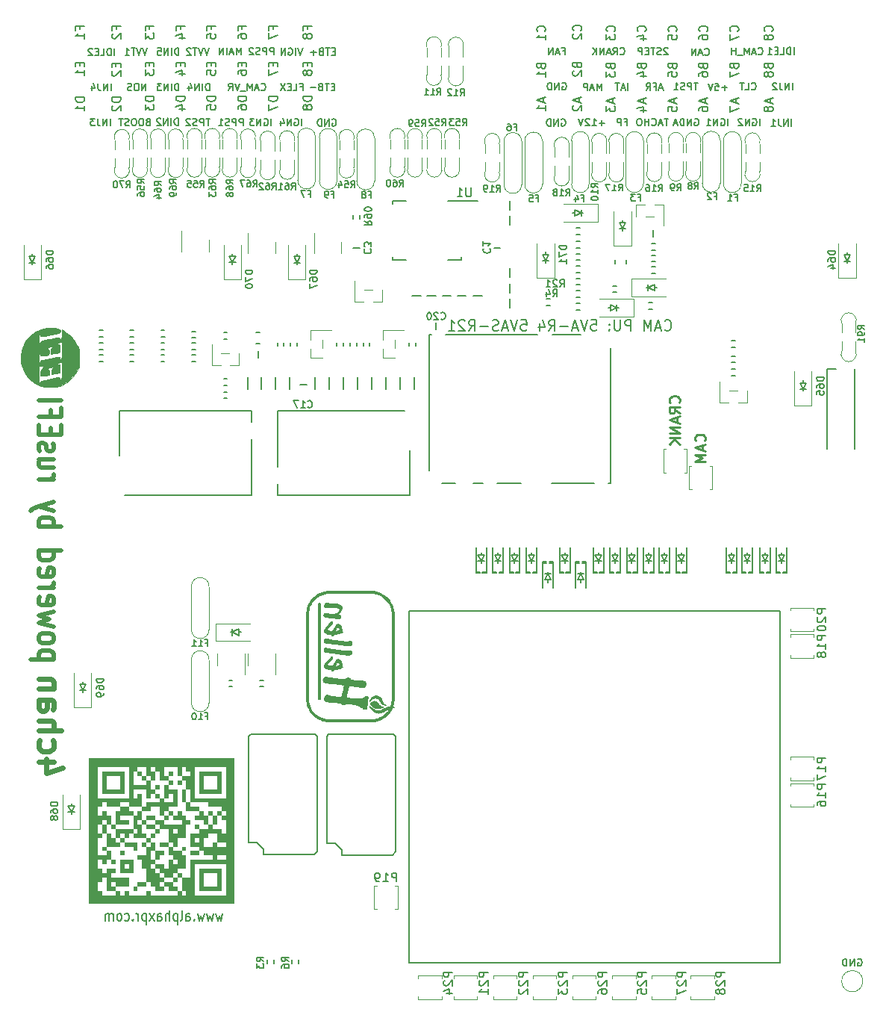
<source format=gbo>
G04 #@! TF.GenerationSoftware,KiCad,Pcbnew,7.0.1-115-g2ece2719d0*
G04 #@! TF.CreationDate,2023-05-12T01:35:33+03:00*
G04 #@! TF.ProjectId,alphax_4ch,616c7068-6178-45f3-9463-682e6b696361,G*
G04 #@! TF.SameCoordinates,PX141f5e0PYa2cace0*
G04 #@! TF.FileFunction,Legend,Bot*
G04 #@! TF.FilePolarity,Positive*
%FSLAX46Y46*%
G04 Gerber Fmt 4.6, Leading zero omitted, Abs format (unit mm)*
G04 Created by KiCad (PCBNEW 7.0.1-115-g2ece2719d0) date 2023-05-12 01:35:33*
%MOMM*%
%LPD*%
G01*
G04 APERTURE LIST*
%ADD10C,0.170000*%
%ADD11C,0.250000*%
%ADD12C,0.200000*%
%ADD13C,0.150000*%
%ADD14C,0.600000*%
%ADD15C,0.500000*%
%ADD16C,0.130000*%
%ADD17C,0.127000*%
%ADD18C,0.099060*%
%ADD19C,0.120000*%
%ADD20C,0.002540*%
%ADD21C,0.203200*%
G04 APERTURE END LIST*
D10*
X84310988Y98699686D02*
X84310988Y99499686D01*
X83510989Y99461591D02*
X83587179Y99499686D01*
X83587179Y99499686D02*
X83701465Y99499686D01*
X83701465Y99499686D02*
X83815751Y99461591D01*
X83815751Y99461591D02*
X83891941Y99385401D01*
X83891941Y99385401D02*
X83930036Y99309210D01*
X83930036Y99309210D02*
X83968132Y99156829D01*
X83968132Y99156829D02*
X83968132Y99042543D01*
X83968132Y99042543D02*
X83930036Y98890162D01*
X83930036Y98890162D02*
X83891941Y98813972D01*
X83891941Y98813972D02*
X83815751Y98737781D01*
X83815751Y98737781D02*
X83701465Y98699686D01*
X83701465Y98699686D02*
X83625274Y98699686D01*
X83625274Y98699686D02*
X83510989Y98737781D01*
X83510989Y98737781D02*
X83472893Y98775877D01*
X83472893Y98775877D02*
X83472893Y99042543D01*
X83472893Y99042543D02*
X83625274Y99042543D01*
X83130036Y98699686D02*
X83130036Y99499686D01*
X83130036Y99499686D02*
X82672893Y98699686D01*
X82672893Y98699686D02*
X82672893Y99499686D01*
X82330037Y99423496D02*
X82291941Y99461591D01*
X82291941Y99461591D02*
X82215751Y99499686D01*
X82215751Y99499686D02*
X82025275Y99499686D01*
X82025275Y99499686D02*
X81949084Y99461591D01*
X81949084Y99461591D02*
X81910989Y99423496D01*
X81910989Y99423496D02*
X81872894Y99347305D01*
X81872894Y99347305D02*
X81872894Y99271115D01*
X81872894Y99271115D02*
X81910989Y99156829D01*
X81910989Y99156829D02*
X82368132Y98699686D01*
X82368132Y98699686D02*
X81872894Y98699686D01*
D11*
X78040857Y62928572D02*
X78098000Y62985715D01*
X78098000Y62985715D02*
X78155142Y63157143D01*
X78155142Y63157143D02*
X78155142Y63271429D01*
X78155142Y63271429D02*
X78098000Y63442858D01*
X78098000Y63442858D02*
X77983714Y63557143D01*
X77983714Y63557143D02*
X77869428Y63614286D01*
X77869428Y63614286D02*
X77640857Y63671429D01*
X77640857Y63671429D02*
X77469428Y63671429D01*
X77469428Y63671429D02*
X77240857Y63614286D01*
X77240857Y63614286D02*
X77126571Y63557143D01*
X77126571Y63557143D02*
X77012285Y63442858D01*
X77012285Y63442858D02*
X76955142Y63271429D01*
X76955142Y63271429D02*
X76955142Y63157143D01*
X76955142Y63157143D02*
X77012285Y62985715D01*
X77012285Y62985715D02*
X77069428Y62928572D01*
X77812285Y62471429D02*
X77812285Y61900000D01*
X78155142Y62585715D02*
X76955142Y62185715D01*
X76955142Y62185715D02*
X78155142Y61785715D01*
X78155142Y61385715D02*
X76955142Y61385715D01*
X76955142Y61385715D02*
X77812285Y60985715D01*
X77812285Y60985715D02*
X76955142Y60585715D01*
X76955142Y60585715D02*
X78155142Y60585715D01*
D10*
X68480493Y106793257D02*
X68518589Y106755161D01*
X68518589Y106755161D02*
X68632874Y106717066D01*
X68632874Y106717066D02*
X68709065Y106717066D01*
X68709065Y106717066D02*
X68823351Y106755161D01*
X68823351Y106755161D02*
X68899541Y106831352D01*
X68899541Y106831352D02*
X68937636Y106907542D01*
X68937636Y106907542D02*
X68975732Y107059923D01*
X68975732Y107059923D02*
X68975732Y107174209D01*
X68975732Y107174209D02*
X68937636Y107326590D01*
X68937636Y107326590D02*
X68899541Y107402781D01*
X68899541Y107402781D02*
X68823351Y107478971D01*
X68823351Y107478971D02*
X68709065Y107517066D01*
X68709065Y107517066D02*
X68632874Y107517066D01*
X68632874Y107517066D02*
X68518589Y107478971D01*
X68518589Y107478971D02*
X68480493Y107440876D01*
X67680493Y106717066D02*
X67947160Y107098019D01*
X68137636Y106717066D02*
X68137636Y107517066D01*
X68137636Y107517066D02*
X67832874Y107517066D01*
X67832874Y107517066D02*
X67756684Y107478971D01*
X67756684Y107478971D02*
X67718589Y107440876D01*
X67718589Y107440876D02*
X67680493Y107364685D01*
X67680493Y107364685D02*
X67680493Y107250400D01*
X67680493Y107250400D02*
X67718589Y107174209D01*
X67718589Y107174209D02*
X67756684Y107136114D01*
X67756684Y107136114D02*
X67832874Y107098019D01*
X67832874Y107098019D02*
X68137636Y107098019D01*
X67375732Y106945638D02*
X66994779Y106945638D01*
X67451922Y106717066D02*
X67185255Y107517066D01*
X67185255Y107517066D02*
X66918589Y106717066D01*
X66651922Y106717066D02*
X66651922Y107517066D01*
X66651922Y107517066D02*
X66194779Y106717066D01*
X66194779Y106717066D02*
X66194779Y107517066D01*
X65813827Y106717066D02*
X65813827Y107517066D01*
X65356684Y106717066D02*
X65699542Y107174209D01*
X65356684Y107517066D02*
X65813827Y107059923D01*
D12*
X73528571Y75561143D02*
X73585714Y75504000D01*
X73585714Y75504000D02*
X73757142Y75446858D01*
X73757142Y75446858D02*
X73871428Y75446858D01*
X73871428Y75446858D02*
X74042857Y75504000D01*
X74042857Y75504000D02*
X74157142Y75618286D01*
X74157142Y75618286D02*
X74214285Y75732572D01*
X74214285Y75732572D02*
X74271428Y75961143D01*
X74271428Y75961143D02*
X74271428Y76132572D01*
X74271428Y76132572D02*
X74214285Y76361143D01*
X74214285Y76361143D02*
X74157142Y76475429D01*
X74157142Y76475429D02*
X74042857Y76589715D01*
X74042857Y76589715D02*
X73871428Y76646858D01*
X73871428Y76646858D02*
X73757142Y76646858D01*
X73757142Y76646858D02*
X73585714Y76589715D01*
X73585714Y76589715D02*
X73528571Y76532572D01*
X73071428Y75789715D02*
X72500000Y75789715D01*
X73185714Y75446858D02*
X72785714Y76646858D01*
X72785714Y76646858D02*
X72385714Y75446858D01*
X71985714Y75446858D02*
X71985714Y76646858D01*
X71985714Y76646858D02*
X71585714Y75789715D01*
X71585714Y75789715D02*
X71185714Y76646858D01*
X71185714Y76646858D02*
X71185714Y75446858D01*
X69699999Y75446858D02*
X69699999Y76646858D01*
X69699999Y76646858D02*
X69242856Y76646858D01*
X69242856Y76646858D02*
X69128571Y76589715D01*
X69128571Y76589715D02*
X69071428Y76532572D01*
X69071428Y76532572D02*
X69014285Y76418286D01*
X69014285Y76418286D02*
X69014285Y76246858D01*
X69014285Y76246858D02*
X69071428Y76132572D01*
X69071428Y76132572D02*
X69128571Y76075429D01*
X69128571Y76075429D02*
X69242856Y76018286D01*
X69242856Y76018286D02*
X69699999Y76018286D01*
X68499999Y76646858D02*
X68499999Y75675429D01*
X68499999Y75675429D02*
X68442856Y75561143D01*
X68442856Y75561143D02*
X68385714Y75504000D01*
X68385714Y75504000D02*
X68271428Y75446858D01*
X68271428Y75446858D02*
X68042856Y75446858D01*
X68042856Y75446858D02*
X67928571Y75504000D01*
X67928571Y75504000D02*
X67871428Y75561143D01*
X67871428Y75561143D02*
X67814285Y75675429D01*
X67814285Y75675429D02*
X67814285Y76646858D01*
X67242856Y75561143D02*
X67185713Y75504000D01*
X67185713Y75504000D02*
X67242856Y75446858D01*
X67242856Y75446858D02*
X67299999Y75504000D01*
X67299999Y75504000D02*
X67242856Y75561143D01*
X67242856Y75561143D02*
X67242856Y75446858D01*
X67242856Y76189715D02*
X67185713Y76132572D01*
X67185713Y76132572D02*
X67242856Y76075429D01*
X67242856Y76075429D02*
X67299999Y76132572D01*
X67299999Y76132572D02*
X67242856Y76189715D01*
X67242856Y76189715D02*
X67242856Y76075429D01*
X65185713Y76646858D02*
X65757141Y76646858D01*
X65757141Y76646858D02*
X65814284Y76075429D01*
X65814284Y76075429D02*
X65757141Y76132572D01*
X65757141Y76132572D02*
X65642856Y76189715D01*
X65642856Y76189715D02*
X65357141Y76189715D01*
X65357141Y76189715D02*
X65242856Y76132572D01*
X65242856Y76132572D02*
X65185713Y76075429D01*
X65185713Y76075429D02*
X65128570Y75961143D01*
X65128570Y75961143D02*
X65128570Y75675429D01*
X65128570Y75675429D02*
X65185713Y75561143D01*
X65185713Y75561143D02*
X65242856Y75504000D01*
X65242856Y75504000D02*
X65357141Y75446858D01*
X65357141Y75446858D02*
X65642856Y75446858D01*
X65642856Y75446858D02*
X65757141Y75504000D01*
X65757141Y75504000D02*
X65814284Y75561143D01*
X64785713Y76646858D02*
X64385713Y75446858D01*
X64385713Y75446858D02*
X63985713Y76646858D01*
X63642856Y75789715D02*
X63071428Y75789715D01*
X63757142Y75446858D02*
X63357142Y76646858D01*
X63357142Y76646858D02*
X62957142Y75446858D01*
X62557142Y75904000D02*
X61642857Y75904000D01*
X60385714Y75446858D02*
X60785714Y76018286D01*
X61071428Y75446858D02*
X61071428Y76646858D01*
X61071428Y76646858D02*
X60614285Y76646858D01*
X60614285Y76646858D02*
X60500000Y76589715D01*
X60500000Y76589715D02*
X60442857Y76532572D01*
X60442857Y76532572D02*
X60385714Y76418286D01*
X60385714Y76418286D02*
X60385714Y76246858D01*
X60385714Y76246858D02*
X60442857Y76132572D01*
X60442857Y76132572D02*
X60500000Y76075429D01*
X60500000Y76075429D02*
X60614285Y76018286D01*
X60614285Y76018286D02*
X61071428Y76018286D01*
X59357143Y76246858D02*
X59357143Y75446858D01*
X59642857Y76704000D02*
X59928571Y75846858D01*
X59928571Y75846858D02*
X59185714Y75846858D01*
X57242857Y76646858D02*
X57814285Y76646858D01*
X57814285Y76646858D02*
X57871428Y76075429D01*
X57871428Y76075429D02*
X57814285Y76132572D01*
X57814285Y76132572D02*
X57700000Y76189715D01*
X57700000Y76189715D02*
X57414285Y76189715D01*
X57414285Y76189715D02*
X57300000Y76132572D01*
X57300000Y76132572D02*
X57242857Y76075429D01*
X57242857Y76075429D02*
X57185714Y75961143D01*
X57185714Y75961143D02*
X57185714Y75675429D01*
X57185714Y75675429D02*
X57242857Y75561143D01*
X57242857Y75561143D02*
X57300000Y75504000D01*
X57300000Y75504000D02*
X57414285Y75446858D01*
X57414285Y75446858D02*
X57700000Y75446858D01*
X57700000Y75446858D02*
X57814285Y75504000D01*
X57814285Y75504000D02*
X57871428Y75561143D01*
X56842857Y76646858D02*
X56442857Y75446858D01*
X56442857Y75446858D02*
X56042857Y76646858D01*
X55700000Y75789715D02*
X55128572Y75789715D01*
X55814286Y75446858D02*
X55414286Y76646858D01*
X55414286Y76646858D02*
X55014286Y75446858D01*
X54671429Y75504000D02*
X54500001Y75446858D01*
X54500001Y75446858D02*
X54214286Y75446858D01*
X54214286Y75446858D02*
X54100001Y75504000D01*
X54100001Y75504000D02*
X54042858Y75561143D01*
X54042858Y75561143D02*
X53985715Y75675429D01*
X53985715Y75675429D02*
X53985715Y75789715D01*
X53985715Y75789715D02*
X54042858Y75904000D01*
X54042858Y75904000D02*
X54100001Y75961143D01*
X54100001Y75961143D02*
X54214286Y76018286D01*
X54214286Y76018286D02*
X54442858Y76075429D01*
X54442858Y76075429D02*
X54557143Y76132572D01*
X54557143Y76132572D02*
X54614286Y76189715D01*
X54614286Y76189715D02*
X54671429Y76304000D01*
X54671429Y76304000D02*
X54671429Y76418286D01*
X54671429Y76418286D02*
X54614286Y76532572D01*
X54614286Y76532572D02*
X54557143Y76589715D01*
X54557143Y76589715D02*
X54442858Y76646858D01*
X54442858Y76646858D02*
X54157143Y76646858D01*
X54157143Y76646858D02*
X53985715Y76589715D01*
X53471429Y75904000D02*
X52557144Y75904000D01*
X51300001Y75446858D02*
X51700001Y76018286D01*
X51985715Y75446858D02*
X51985715Y76646858D01*
X51985715Y76646858D02*
X51528572Y76646858D01*
X51528572Y76646858D02*
X51414287Y76589715D01*
X51414287Y76589715D02*
X51357144Y76532572D01*
X51357144Y76532572D02*
X51300001Y76418286D01*
X51300001Y76418286D02*
X51300001Y76246858D01*
X51300001Y76246858D02*
X51357144Y76132572D01*
X51357144Y76132572D02*
X51414287Y76075429D01*
X51414287Y76075429D02*
X51528572Y76018286D01*
X51528572Y76018286D02*
X51985715Y76018286D01*
X50842858Y76532572D02*
X50785715Y76589715D01*
X50785715Y76589715D02*
X50671430Y76646858D01*
X50671430Y76646858D02*
X50385715Y76646858D01*
X50385715Y76646858D02*
X50271430Y76589715D01*
X50271430Y76589715D02*
X50214287Y76532572D01*
X50214287Y76532572D02*
X50157144Y76418286D01*
X50157144Y76418286D02*
X50157144Y76304000D01*
X50157144Y76304000D02*
X50214287Y76132572D01*
X50214287Y76132572D02*
X50900001Y75446858D01*
X50900001Y75446858D02*
X50157144Y75446858D01*
X49014287Y75446858D02*
X49700001Y75446858D01*
X49357144Y75446858D02*
X49357144Y76646858D01*
X49357144Y76646858D02*
X49471430Y76475429D01*
X49471430Y76475429D02*
X49585715Y76361143D01*
X49585715Y76361143D02*
X49700001Y76304000D01*
D13*
X29081157Y105842522D02*
X29081157Y105509189D01*
X29604967Y105366332D02*
X29604967Y105842522D01*
X29604967Y105842522D02*
X28604967Y105842522D01*
X28604967Y105842522D02*
X28604967Y105366332D01*
X28604967Y105032998D02*
X28604967Y104366332D01*
X28604967Y104366332D02*
X29604967Y104794903D01*
D10*
X25469046Y106729905D02*
X25469046Y107529905D01*
X25469046Y107529905D02*
X25202380Y106958477D01*
X25202380Y106958477D02*
X24935713Y107529905D01*
X24935713Y107529905D02*
X24935713Y106729905D01*
X24592856Y106958477D02*
X24211903Y106958477D01*
X24669046Y106729905D02*
X24402379Y107529905D01*
X24402379Y107529905D02*
X24135713Y106729905D01*
X23869046Y106729905D02*
X23869046Y107529905D01*
X23488094Y106729905D02*
X23488094Y107529905D01*
X23488094Y107529905D02*
X23030951Y106729905D01*
X23030951Y106729905D02*
X23030951Y107529905D01*
D13*
X7181157Y109585380D02*
X7181157Y109918713D01*
X7704967Y109918713D02*
X6704967Y109918713D01*
X6704967Y109918713D02*
X6704967Y109442523D01*
X7704967Y108537761D02*
X7704967Y109109189D01*
X7704967Y108823475D02*
X6704967Y108823475D01*
X6704967Y108823475D02*
X6847824Y108918713D01*
X6847824Y108918713D02*
X6943062Y109013951D01*
X6943062Y109013951D02*
X6990681Y109109189D01*
D10*
X36121428Y107098953D02*
X35854762Y107098953D01*
X35740476Y106679905D02*
X36121428Y106679905D01*
X36121428Y106679905D02*
X36121428Y107479905D01*
X36121428Y107479905D02*
X35740476Y107479905D01*
X35511904Y107479905D02*
X35054761Y107479905D01*
X35283333Y106679905D02*
X35283333Y107479905D01*
X34521428Y107098953D02*
X34407142Y107060858D01*
X34407142Y107060858D02*
X34369047Y107022762D01*
X34369047Y107022762D02*
X34330951Y106946572D01*
X34330951Y106946572D02*
X34330951Y106832286D01*
X34330951Y106832286D02*
X34369047Y106756096D01*
X34369047Y106756096D02*
X34407142Y106718000D01*
X34407142Y106718000D02*
X34483332Y106679905D01*
X34483332Y106679905D02*
X34788094Y106679905D01*
X34788094Y106679905D02*
X34788094Y107479905D01*
X34788094Y107479905D02*
X34521428Y107479905D01*
X34521428Y107479905D02*
X34445237Y107441810D01*
X34445237Y107441810D02*
X34407142Y107403715D01*
X34407142Y107403715D02*
X34369047Y107327524D01*
X34369047Y107327524D02*
X34369047Y107251334D01*
X34369047Y107251334D02*
X34407142Y107175143D01*
X34407142Y107175143D02*
X34445237Y107137048D01*
X34445237Y107137048D02*
X34521428Y107098953D01*
X34521428Y107098953D02*
X34788094Y107098953D01*
X33988094Y106984667D02*
X33378571Y106984667D01*
X33683332Y106679905D02*
X33683332Y107289429D01*
X88206227Y106751956D02*
X88206227Y107551956D01*
X87825275Y106751956D02*
X87825275Y107551956D01*
X87825275Y107551956D02*
X87634799Y107551956D01*
X87634799Y107551956D02*
X87520513Y107513861D01*
X87520513Y107513861D02*
X87444323Y107437671D01*
X87444323Y107437671D02*
X87406228Y107361480D01*
X87406228Y107361480D02*
X87368132Y107209099D01*
X87368132Y107209099D02*
X87368132Y107094813D01*
X87368132Y107094813D02*
X87406228Y106942432D01*
X87406228Y106942432D02*
X87444323Y106866242D01*
X87444323Y106866242D02*
X87520513Y106790051D01*
X87520513Y106790051D02*
X87634799Y106751956D01*
X87634799Y106751956D02*
X87825275Y106751956D01*
X86644323Y106751956D02*
X87025275Y106751956D01*
X87025275Y106751956D02*
X87025275Y107551956D01*
X86377656Y107171004D02*
X86110990Y107171004D01*
X85996704Y106751956D02*
X86377656Y106751956D01*
X86377656Y106751956D02*
X86377656Y107551956D01*
X86377656Y107551956D02*
X85996704Y107551956D01*
X85234799Y106751956D02*
X85691942Y106751956D01*
X85463370Y106751956D02*
X85463370Y107551956D01*
X85463370Y107551956D02*
X85539561Y107437671D01*
X85539561Y107437671D02*
X85615751Y107361480D01*
X85615751Y107361480D02*
X85691942Y107323385D01*
D12*
X23390475Y9344858D02*
X23199999Y8544858D01*
X23199999Y8544858D02*
X23009523Y9116286D01*
X23009523Y9116286D02*
X22819047Y8544858D01*
X22819047Y8544858D02*
X22628571Y9344858D01*
X22342856Y9344858D02*
X22152380Y8544858D01*
X22152380Y8544858D02*
X21961904Y9116286D01*
X21961904Y9116286D02*
X21771428Y8544858D01*
X21771428Y8544858D02*
X21580952Y9344858D01*
X21295237Y9344858D02*
X21104761Y8544858D01*
X21104761Y8544858D02*
X20914285Y9116286D01*
X20914285Y9116286D02*
X20723809Y8544858D01*
X20723809Y8544858D02*
X20533333Y9344858D01*
X20152380Y8659143D02*
X20104761Y8602000D01*
X20104761Y8602000D02*
X20152380Y8544858D01*
X20152380Y8544858D02*
X20199999Y8602000D01*
X20199999Y8602000D02*
X20152380Y8659143D01*
X20152380Y8659143D02*
X20152380Y8544858D01*
X19247619Y8544858D02*
X19247619Y9173429D01*
X19247619Y9173429D02*
X19295238Y9287715D01*
X19295238Y9287715D02*
X19390476Y9344858D01*
X19390476Y9344858D02*
X19580952Y9344858D01*
X19580952Y9344858D02*
X19676190Y9287715D01*
X19247619Y8602000D02*
X19342857Y8544858D01*
X19342857Y8544858D02*
X19580952Y8544858D01*
X19580952Y8544858D02*
X19676190Y8602000D01*
X19676190Y8602000D02*
X19723809Y8716286D01*
X19723809Y8716286D02*
X19723809Y8830572D01*
X19723809Y8830572D02*
X19676190Y8944858D01*
X19676190Y8944858D02*
X19580952Y9002000D01*
X19580952Y9002000D02*
X19342857Y9002000D01*
X19342857Y9002000D02*
X19247619Y9059143D01*
X18628571Y8544858D02*
X18723809Y8602000D01*
X18723809Y8602000D02*
X18771428Y8716286D01*
X18771428Y8716286D02*
X18771428Y9744858D01*
X18247618Y9344858D02*
X18247618Y8144858D01*
X18247618Y9287715D02*
X18152380Y9344858D01*
X18152380Y9344858D02*
X17961904Y9344858D01*
X17961904Y9344858D02*
X17866666Y9287715D01*
X17866666Y9287715D02*
X17819047Y9230572D01*
X17819047Y9230572D02*
X17771428Y9116286D01*
X17771428Y9116286D02*
X17771428Y8773429D01*
X17771428Y8773429D02*
X17819047Y8659143D01*
X17819047Y8659143D02*
X17866666Y8602000D01*
X17866666Y8602000D02*
X17961904Y8544858D01*
X17961904Y8544858D02*
X18152380Y8544858D01*
X18152380Y8544858D02*
X18247618Y8602000D01*
X17342856Y8544858D02*
X17342856Y9744858D01*
X16914285Y8544858D02*
X16914285Y9173429D01*
X16914285Y9173429D02*
X16961904Y9287715D01*
X16961904Y9287715D02*
X17057142Y9344858D01*
X17057142Y9344858D02*
X17199999Y9344858D01*
X17199999Y9344858D02*
X17295237Y9287715D01*
X17295237Y9287715D02*
X17342856Y9230572D01*
X16009523Y8544858D02*
X16009523Y9173429D01*
X16009523Y9173429D02*
X16057142Y9287715D01*
X16057142Y9287715D02*
X16152380Y9344858D01*
X16152380Y9344858D02*
X16342856Y9344858D01*
X16342856Y9344858D02*
X16438094Y9287715D01*
X16009523Y8602000D02*
X16104761Y8544858D01*
X16104761Y8544858D02*
X16342856Y8544858D01*
X16342856Y8544858D02*
X16438094Y8602000D01*
X16438094Y8602000D02*
X16485713Y8716286D01*
X16485713Y8716286D02*
X16485713Y8830572D01*
X16485713Y8830572D02*
X16438094Y8944858D01*
X16438094Y8944858D02*
X16342856Y9002000D01*
X16342856Y9002000D02*
X16104761Y9002000D01*
X16104761Y9002000D02*
X16009523Y9059143D01*
X15628570Y8544858D02*
X15104761Y9344858D01*
X15628570Y9344858D02*
X15104761Y8544858D01*
X14723808Y9344858D02*
X14723808Y8144858D01*
X14723808Y9287715D02*
X14628570Y9344858D01*
X14628570Y9344858D02*
X14438094Y9344858D01*
X14438094Y9344858D02*
X14342856Y9287715D01*
X14342856Y9287715D02*
X14295237Y9230572D01*
X14295237Y9230572D02*
X14247618Y9116286D01*
X14247618Y9116286D02*
X14247618Y8773429D01*
X14247618Y8773429D02*
X14295237Y8659143D01*
X14295237Y8659143D02*
X14342856Y8602000D01*
X14342856Y8602000D02*
X14438094Y8544858D01*
X14438094Y8544858D02*
X14628570Y8544858D01*
X14628570Y8544858D02*
X14723808Y8602000D01*
X13819046Y8544858D02*
X13819046Y9344858D01*
X13819046Y9116286D02*
X13771427Y9230572D01*
X13771427Y9230572D02*
X13723808Y9287715D01*
X13723808Y9287715D02*
X13628570Y9344858D01*
X13628570Y9344858D02*
X13533332Y9344858D01*
X13199998Y8659143D02*
X13152379Y8602000D01*
X13152379Y8602000D02*
X13199998Y8544858D01*
X13199998Y8544858D02*
X13247617Y8602000D01*
X13247617Y8602000D02*
X13199998Y8659143D01*
X13199998Y8659143D02*
X13199998Y8544858D01*
X12295237Y8602000D02*
X12390475Y8544858D01*
X12390475Y8544858D02*
X12580951Y8544858D01*
X12580951Y8544858D02*
X12676189Y8602000D01*
X12676189Y8602000D02*
X12723808Y8659143D01*
X12723808Y8659143D02*
X12771427Y8773429D01*
X12771427Y8773429D02*
X12771427Y9116286D01*
X12771427Y9116286D02*
X12723808Y9230572D01*
X12723808Y9230572D02*
X12676189Y9287715D01*
X12676189Y9287715D02*
X12580951Y9344858D01*
X12580951Y9344858D02*
X12390475Y9344858D01*
X12390475Y9344858D02*
X12295237Y9287715D01*
X11723808Y8544858D02*
X11819046Y8602000D01*
X11819046Y8602000D02*
X11866665Y8659143D01*
X11866665Y8659143D02*
X11914284Y8773429D01*
X11914284Y8773429D02*
X11914284Y9116286D01*
X11914284Y9116286D02*
X11866665Y9230572D01*
X11866665Y9230572D02*
X11819046Y9287715D01*
X11819046Y9287715D02*
X11723808Y9344858D01*
X11723808Y9344858D02*
X11580951Y9344858D01*
X11580951Y9344858D02*
X11485713Y9287715D01*
X11485713Y9287715D02*
X11438094Y9230572D01*
X11438094Y9230572D02*
X11390475Y9116286D01*
X11390475Y9116286D02*
X11390475Y8773429D01*
X11390475Y8773429D02*
X11438094Y8659143D01*
X11438094Y8659143D02*
X11485713Y8602000D01*
X11485713Y8602000D02*
X11580951Y8544858D01*
X11580951Y8544858D02*
X11723808Y8544858D01*
X10961903Y8544858D02*
X10961903Y9344858D01*
X10961903Y9230572D02*
X10914284Y9287715D01*
X10914284Y9287715D02*
X10819046Y9344858D01*
X10819046Y9344858D02*
X10676189Y9344858D01*
X10676189Y9344858D02*
X10580951Y9287715D01*
X10580951Y9287715D02*
X10533332Y9173429D01*
X10533332Y9173429D02*
X10533332Y8544858D01*
X10533332Y9173429D02*
X10485713Y9287715D01*
X10485713Y9287715D02*
X10390475Y9344858D01*
X10390475Y9344858D02*
X10247618Y9344858D01*
X10247618Y9344858D02*
X10152379Y9287715D01*
X10152379Y9287715D02*
X10104760Y9173429D01*
X10104760Y9173429D02*
X10104760Y8544858D01*
D13*
X25581157Y109585380D02*
X25581157Y109918713D01*
X26104967Y109918713D02*
X25104967Y109918713D01*
X25104967Y109918713D02*
X25104967Y109442523D01*
X25104967Y108632999D02*
X25104967Y108823475D01*
X25104967Y108823475D02*
X25152586Y108918713D01*
X25152586Y108918713D02*
X25200205Y108966332D01*
X25200205Y108966332D02*
X25343062Y109061570D01*
X25343062Y109061570D02*
X25533538Y109109189D01*
X25533538Y109109189D02*
X25914490Y109109189D01*
X25914490Y109109189D02*
X26009728Y109061570D01*
X26009728Y109061570D02*
X26057348Y109013951D01*
X26057348Y109013951D02*
X26104967Y108918713D01*
X26104967Y108918713D02*
X26104967Y108728237D01*
X26104967Y108728237D02*
X26057348Y108632999D01*
X26057348Y108632999D02*
X26009728Y108585380D01*
X26009728Y108585380D02*
X25914490Y108537761D01*
X25914490Y108537761D02*
X25676395Y108537761D01*
X25676395Y108537761D02*
X25581157Y108585380D01*
X25581157Y108585380D02*
X25533538Y108632999D01*
X25533538Y108632999D02*
X25485919Y108728237D01*
X25485919Y108728237D02*
X25485919Y108918713D01*
X25485919Y108918713D02*
X25533538Y109013951D01*
X25533538Y109013951D02*
X25581157Y109061570D01*
X25581157Y109061570D02*
X25676395Y109109189D01*
X33504967Y101990141D02*
X32504967Y101990141D01*
X32504967Y101990141D02*
X32504967Y101752046D01*
X32504967Y101752046D02*
X32552586Y101609189D01*
X32552586Y101609189D02*
X32647824Y101513951D01*
X32647824Y101513951D02*
X32743062Y101466332D01*
X32743062Y101466332D02*
X32933538Y101418713D01*
X32933538Y101418713D02*
X33076395Y101418713D01*
X33076395Y101418713D02*
X33266871Y101466332D01*
X33266871Y101466332D02*
X33362109Y101513951D01*
X33362109Y101513951D02*
X33457348Y101609189D01*
X33457348Y101609189D02*
X33504967Y101752046D01*
X33504967Y101752046D02*
X33504967Y101990141D01*
X32933538Y100847284D02*
X32885919Y100942522D01*
X32885919Y100942522D02*
X32838300Y100990141D01*
X32838300Y100990141D02*
X32743062Y101037760D01*
X32743062Y101037760D02*
X32695443Y101037760D01*
X32695443Y101037760D02*
X32600205Y100990141D01*
X32600205Y100990141D02*
X32552586Y100942522D01*
X32552586Y100942522D02*
X32504967Y100847284D01*
X32504967Y100847284D02*
X32504967Y100656808D01*
X32504967Y100656808D02*
X32552586Y100561570D01*
X32552586Y100561570D02*
X32600205Y100513951D01*
X32600205Y100513951D02*
X32695443Y100466332D01*
X32695443Y100466332D02*
X32743062Y100466332D01*
X32743062Y100466332D02*
X32838300Y100513951D01*
X32838300Y100513951D02*
X32885919Y100561570D01*
X32885919Y100561570D02*
X32933538Y100656808D01*
X32933538Y100656808D02*
X32933538Y100847284D01*
X32933538Y100847284D02*
X32981157Y100942522D01*
X32981157Y100942522D02*
X33028776Y100990141D01*
X33028776Y100990141D02*
X33124014Y101037760D01*
X33124014Y101037760D02*
X33314490Y101037760D01*
X33314490Y101037760D02*
X33409728Y100990141D01*
X33409728Y100990141D02*
X33457348Y100942522D01*
X33457348Y100942522D02*
X33504967Y100847284D01*
X33504967Y100847284D02*
X33504967Y100656808D01*
X33504967Y100656808D02*
X33457348Y100561570D01*
X33457348Y100561570D02*
X33409728Y100513951D01*
X33409728Y100513951D02*
X33314490Y100466332D01*
X33314490Y100466332D02*
X33124014Y100466332D01*
X33124014Y100466332D02*
X33028776Y100513951D01*
X33028776Y100513951D02*
X32981157Y100561570D01*
X32981157Y100561570D02*
X32933538Y100656808D01*
D10*
X14845237Y107479905D02*
X14578570Y106679905D01*
X14578570Y106679905D02*
X14311904Y107479905D01*
X14159523Y107479905D02*
X13892856Y106679905D01*
X13892856Y106679905D02*
X13626190Y107479905D01*
X13473809Y107479905D02*
X13016666Y107479905D01*
X13245238Y106679905D02*
X13245238Y107479905D01*
X12330952Y106679905D02*
X12788095Y106679905D01*
X12559523Y106679905D02*
X12559523Y107479905D01*
X12559523Y107479905D02*
X12635714Y107365620D01*
X12635714Y107365620D02*
X12711904Y107289429D01*
X12711904Y107289429D02*
X12788095Y107251334D01*
X18349999Y98729905D02*
X18349999Y99529905D01*
X18349999Y99529905D02*
X18159523Y99529905D01*
X18159523Y99529905D02*
X18045237Y99491810D01*
X18045237Y99491810D02*
X17969047Y99415620D01*
X17969047Y99415620D02*
X17930952Y99339429D01*
X17930952Y99339429D02*
X17892856Y99187048D01*
X17892856Y99187048D02*
X17892856Y99072762D01*
X17892856Y99072762D02*
X17930952Y98920381D01*
X17930952Y98920381D02*
X17969047Y98844191D01*
X17969047Y98844191D02*
X18045237Y98768000D01*
X18045237Y98768000D02*
X18159523Y98729905D01*
X18159523Y98729905D02*
X18349999Y98729905D01*
X17549999Y98729905D02*
X17549999Y99529905D01*
X17169047Y98729905D02*
X17169047Y99529905D01*
X17169047Y99529905D02*
X16711904Y98729905D01*
X16711904Y98729905D02*
X16711904Y99529905D01*
X16369048Y99453715D02*
X16330952Y99491810D01*
X16330952Y99491810D02*
X16254762Y99529905D01*
X16254762Y99529905D02*
X16064286Y99529905D01*
X16064286Y99529905D02*
X15988095Y99491810D01*
X15988095Y99491810D02*
X15950000Y99453715D01*
X15950000Y99453715D02*
X15911905Y99377524D01*
X15911905Y99377524D02*
X15911905Y99301334D01*
X15911905Y99301334D02*
X15950000Y99187048D01*
X15950000Y99187048D02*
X16407143Y98729905D01*
X16407143Y98729905D02*
X15911905Y98729905D01*
D13*
X7181157Y105842522D02*
X7181157Y105509189D01*
X7704967Y105366332D02*
X7704967Y105842522D01*
X7704967Y105842522D02*
X6704967Y105842522D01*
X6704967Y105842522D02*
X6704967Y105366332D01*
X7704967Y104413951D02*
X7704967Y104985379D01*
X7704967Y104699665D02*
X6704967Y104699665D01*
X6704967Y104699665D02*
X6847824Y104794903D01*
X6847824Y104794903D02*
X6943062Y104890141D01*
X6943062Y104890141D02*
X6990681Y104985379D01*
X11804967Y101890141D02*
X10804967Y101890141D01*
X10804967Y101890141D02*
X10804967Y101652046D01*
X10804967Y101652046D02*
X10852586Y101509189D01*
X10852586Y101509189D02*
X10947824Y101413951D01*
X10947824Y101413951D02*
X11043062Y101366332D01*
X11043062Y101366332D02*
X11233538Y101318713D01*
X11233538Y101318713D02*
X11376395Y101318713D01*
X11376395Y101318713D02*
X11566871Y101366332D01*
X11566871Y101366332D02*
X11662109Y101413951D01*
X11662109Y101413951D02*
X11757348Y101509189D01*
X11757348Y101509189D02*
X11804967Y101652046D01*
X11804967Y101652046D02*
X11804967Y101890141D01*
X10900205Y100937760D02*
X10852586Y100890141D01*
X10852586Y100890141D02*
X10804967Y100794903D01*
X10804967Y100794903D02*
X10804967Y100556808D01*
X10804967Y100556808D02*
X10852586Y100461570D01*
X10852586Y100461570D02*
X10900205Y100413951D01*
X10900205Y100413951D02*
X10995443Y100366332D01*
X10995443Y100366332D02*
X11090681Y100366332D01*
X11090681Y100366332D02*
X11233538Y100413951D01*
X11233538Y100413951D02*
X11804967Y100985379D01*
X11804967Y100985379D02*
X11804967Y100366332D01*
D10*
X11116666Y106629905D02*
X11116666Y107429905D01*
X10735714Y106629905D02*
X10735714Y107429905D01*
X10735714Y107429905D02*
X10545238Y107429905D01*
X10545238Y107429905D02*
X10430952Y107391810D01*
X10430952Y107391810D02*
X10354762Y107315620D01*
X10354762Y107315620D02*
X10316667Y107239429D01*
X10316667Y107239429D02*
X10278571Y107087048D01*
X10278571Y107087048D02*
X10278571Y106972762D01*
X10278571Y106972762D02*
X10316667Y106820381D01*
X10316667Y106820381D02*
X10354762Y106744191D01*
X10354762Y106744191D02*
X10430952Y106668000D01*
X10430952Y106668000D02*
X10545238Y106629905D01*
X10545238Y106629905D02*
X10735714Y106629905D01*
X9554762Y106629905D02*
X9935714Y106629905D01*
X9935714Y106629905D02*
X9935714Y107429905D01*
X9288095Y107048953D02*
X9021429Y107048953D01*
X8907143Y106629905D02*
X9288095Y106629905D01*
X9288095Y106629905D02*
X9288095Y107429905D01*
X9288095Y107429905D02*
X8907143Y107429905D01*
X8602381Y107353715D02*
X8564285Y107391810D01*
X8564285Y107391810D02*
X8488095Y107429905D01*
X8488095Y107429905D02*
X8297619Y107429905D01*
X8297619Y107429905D02*
X8221428Y107391810D01*
X8221428Y107391810D02*
X8183333Y107353715D01*
X8183333Y107353715D02*
X8145238Y107277524D01*
X8145238Y107277524D02*
X8145238Y107201334D01*
X8145238Y107201334D02*
X8183333Y107087048D01*
X8183333Y107087048D02*
X8640476Y106629905D01*
X8640476Y106629905D02*
X8145238Y106629905D01*
D13*
X29081157Y109585380D02*
X29081157Y109918713D01*
X29604967Y109918713D02*
X28604967Y109918713D01*
X28604967Y109918713D02*
X28604967Y109442523D01*
X28604967Y109156808D02*
X28604967Y108490142D01*
X28604967Y108490142D02*
X29604967Y108918713D01*
D10*
X32476189Y107479905D02*
X32209522Y106679905D01*
X32209522Y106679905D02*
X31942856Y107479905D01*
X31676189Y106679905D02*
X31676189Y107479905D01*
X30876190Y107441810D02*
X30952380Y107479905D01*
X30952380Y107479905D02*
X31066666Y107479905D01*
X31066666Y107479905D02*
X31180952Y107441810D01*
X31180952Y107441810D02*
X31257142Y107365620D01*
X31257142Y107365620D02*
X31295237Y107289429D01*
X31295237Y107289429D02*
X31333333Y107137048D01*
X31333333Y107137048D02*
X31333333Y107022762D01*
X31333333Y107022762D02*
X31295237Y106870381D01*
X31295237Y106870381D02*
X31257142Y106794191D01*
X31257142Y106794191D02*
X31180952Y106718000D01*
X31180952Y106718000D02*
X31066666Y106679905D01*
X31066666Y106679905D02*
X30990475Y106679905D01*
X30990475Y106679905D02*
X30876190Y106718000D01*
X30876190Y106718000D02*
X30838094Y106756096D01*
X30838094Y106756096D02*
X30838094Y107022762D01*
X30838094Y107022762D02*
X30990475Y107022762D01*
X30495237Y106679905D02*
X30495237Y107479905D01*
X30495237Y107479905D02*
X30038094Y106679905D01*
X30038094Y106679905D02*
X30038094Y107479905D01*
D13*
X18581157Y105842522D02*
X18581157Y105509189D01*
X19104967Y105366332D02*
X19104967Y105842522D01*
X19104967Y105842522D02*
X18104967Y105842522D01*
X18104967Y105842522D02*
X18104967Y105366332D01*
X18438300Y104509189D02*
X19104967Y104509189D01*
X18057348Y104747284D02*
X18771633Y104985379D01*
X18771633Y104985379D02*
X18771633Y104366332D01*
X25581157Y105842522D02*
X25581157Y105509189D01*
X26104967Y105366332D02*
X26104967Y105842522D01*
X26104967Y105842522D02*
X25104967Y105842522D01*
X25104967Y105842522D02*
X25104967Y105366332D01*
X25104967Y104509189D02*
X25104967Y104699665D01*
X25104967Y104699665D02*
X25152586Y104794903D01*
X25152586Y104794903D02*
X25200205Y104842522D01*
X25200205Y104842522D02*
X25343062Y104937760D01*
X25343062Y104937760D02*
X25533538Y104985379D01*
X25533538Y104985379D02*
X25914490Y104985379D01*
X25914490Y104985379D02*
X26009728Y104937760D01*
X26009728Y104937760D02*
X26057348Y104890141D01*
X26057348Y104890141D02*
X26104967Y104794903D01*
X26104967Y104794903D02*
X26104967Y104604427D01*
X26104967Y104604427D02*
X26057348Y104509189D01*
X26057348Y104509189D02*
X26009728Y104461570D01*
X26009728Y104461570D02*
X25914490Y104413951D01*
X25914490Y104413951D02*
X25676395Y104413951D01*
X25676395Y104413951D02*
X25581157Y104461570D01*
X25581157Y104461570D02*
X25533538Y104509189D01*
X25533538Y104509189D02*
X25485919Y104604427D01*
X25485919Y104604427D02*
X25485919Y104794903D01*
X25485919Y104794903D02*
X25533538Y104890141D01*
X25533538Y104890141D02*
X25581157Y104937760D01*
X25581157Y104937760D02*
X25676395Y104985379D01*
D10*
X36071428Y103098953D02*
X35804762Y103098953D01*
X35690476Y102679905D02*
X36071428Y102679905D01*
X36071428Y102679905D02*
X36071428Y103479905D01*
X36071428Y103479905D02*
X35690476Y103479905D01*
X35461904Y103479905D02*
X35004761Y103479905D01*
X35233333Y102679905D02*
X35233333Y103479905D01*
X34471428Y103098953D02*
X34357142Y103060858D01*
X34357142Y103060858D02*
X34319047Y103022762D01*
X34319047Y103022762D02*
X34280951Y102946572D01*
X34280951Y102946572D02*
X34280951Y102832286D01*
X34280951Y102832286D02*
X34319047Y102756096D01*
X34319047Y102756096D02*
X34357142Y102718000D01*
X34357142Y102718000D02*
X34433332Y102679905D01*
X34433332Y102679905D02*
X34738094Y102679905D01*
X34738094Y102679905D02*
X34738094Y103479905D01*
X34738094Y103479905D02*
X34471428Y103479905D01*
X34471428Y103479905D02*
X34395237Y103441810D01*
X34395237Y103441810D02*
X34357142Y103403715D01*
X34357142Y103403715D02*
X34319047Y103327524D01*
X34319047Y103327524D02*
X34319047Y103251334D01*
X34319047Y103251334D02*
X34357142Y103175143D01*
X34357142Y103175143D02*
X34395237Y103137048D01*
X34395237Y103137048D02*
X34471428Y103098953D01*
X34471428Y103098953D02*
X34738094Y103098953D01*
X33938094Y102984667D02*
X33328571Y102984667D01*
D13*
X29604967Y101990141D02*
X28604967Y101990141D01*
X28604967Y101990141D02*
X28604967Y101752046D01*
X28604967Y101752046D02*
X28652586Y101609189D01*
X28652586Y101609189D02*
X28747824Y101513951D01*
X28747824Y101513951D02*
X28843062Y101466332D01*
X28843062Y101466332D02*
X29033538Y101418713D01*
X29033538Y101418713D02*
X29176395Y101418713D01*
X29176395Y101418713D02*
X29366871Y101466332D01*
X29366871Y101466332D02*
X29462109Y101513951D01*
X29462109Y101513951D02*
X29557348Y101609189D01*
X29557348Y101609189D02*
X29604967Y101752046D01*
X29604967Y101752046D02*
X29604967Y101990141D01*
X28604967Y101085379D02*
X28604967Y100418713D01*
X28604967Y100418713D02*
X29604967Y100847284D01*
D14*
X4230523Y26533334D02*
X2497190Y26533334D01*
X5221000Y25914286D02*
X3363857Y25295239D01*
X3363857Y25295239D02*
X3363857Y26904762D01*
X2621000Y29009524D02*
X2497190Y28761905D01*
X2497190Y28761905D02*
X2497190Y28266667D01*
X2497190Y28266667D02*
X2621000Y28019048D01*
X2621000Y28019048D02*
X2744809Y27895238D01*
X2744809Y27895238D02*
X2992428Y27771429D01*
X2992428Y27771429D02*
X3735285Y27771429D01*
X3735285Y27771429D02*
X3982904Y27895238D01*
X3982904Y27895238D02*
X4106714Y28019048D01*
X4106714Y28019048D02*
X4230523Y28266667D01*
X4230523Y28266667D02*
X4230523Y28761905D01*
X4230523Y28761905D02*
X4106714Y29009524D01*
X2497190Y30123809D02*
X5097190Y30123809D01*
X2497190Y31238095D02*
X3859095Y31238095D01*
X3859095Y31238095D02*
X4106714Y31114285D01*
X4106714Y31114285D02*
X4230523Y30866666D01*
X4230523Y30866666D02*
X4230523Y30495238D01*
X4230523Y30495238D02*
X4106714Y30247619D01*
X4106714Y30247619D02*
X3982904Y30123809D01*
X2497190Y33590476D02*
X3859095Y33590476D01*
X3859095Y33590476D02*
X4106714Y33466666D01*
X4106714Y33466666D02*
X4230523Y33219047D01*
X4230523Y33219047D02*
X4230523Y32723809D01*
X4230523Y32723809D02*
X4106714Y32476190D01*
X2621000Y33590476D02*
X2497190Y33342857D01*
X2497190Y33342857D02*
X2497190Y32723809D01*
X2497190Y32723809D02*
X2621000Y32476190D01*
X2621000Y32476190D02*
X2868619Y32352381D01*
X2868619Y32352381D02*
X3116238Y32352381D01*
X3116238Y32352381D02*
X3363857Y32476190D01*
X3363857Y32476190D02*
X3487666Y32723809D01*
X3487666Y32723809D02*
X3487666Y33342857D01*
X3487666Y33342857D02*
X3611476Y33590476D01*
X4230523Y34828571D02*
X2497190Y34828571D01*
X3982904Y34828571D02*
X4106714Y34952381D01*
X4106714Y34952381D02*
X4230523Y35200000D01*
X4230523Y35200000D02*
X4230523Y35571428D01*
X4230523Y35571428D02*
X4106714Y35819047D01*
X4106714Y35819047D02*
X3859095Y35942857D01*
X3859095Y35942857D02*
X2497190Y35942857D01*
D10*
X32202381Y103098953D02*
X32469047Y103098953D01*
X32469047Y102679905D02*
X32469047Y103479905D01*
X32469047Y103479905D02*
X32088095Y103479905D01*
X31402381Y102679905D02*
X31783333Y102679905D01*
X31783333Y102679905D02*
X31783333Y103479905D01*
X31135714Y103098953D02*
X30869048Y103098953D01*
X30754762Y102679905D02*
X31135714Y102679905D01*
X31135714Y102679905D02*
X31135714Y103479905D01*
X31135714Y103479905D02*
X30754762Y103479905D01*
X30488095Y103479905D02*
X29954761Y102679905D01*
X29954761Y103479905D02*
X30488095Y102679905D01*
X27749999Y102756096D02*
X27788095Y102718000D01*
X27788095Y102718000D02*
X27902380Y102679905D01*
X27902380Y102679905D02*
X27978571Y102679905D01*
X27978571Y102679905D02*
X28092857Y102718000D01*
X28092857Y102718000D02*
X28169047Y102794191D01*
X28169047Y102794191D02*
X28207142Y102870381D01*
X28207142Y102870381D02*
X28245238Y103022762D01*
X28245238Y103022762D02*
X28245238Y103137048D01*
X28245238Y103137048D02*
X28207142Y103289429D01*
X28207142Y103289429D02*
X28169047Y103365620D01*
X28169047Y103365620D02*
X28092857Y103441810D01*
X28092857Y103441810D02*
X27978571Y103479905D01*
X27978571Y103479905D02*
X27902380Y103479905D01*
X27902380Y103479905D02*
X27788095Y103441810D01*
X27788095Y103441810D02*
X27749999Y103403715D01*
X27445238Y102908477D02*
X27064285Y102908477D01*
X27521428Y102679905D02*
X27254761Y103479905D01*
X27254761Y103479905D02*
X26988095Y102679905D01*
X26721428Y102679905D02*
X26721428Y103479905D01*
X26721428Y103479905D02*
X26454762Y102908477D01*
X26454762Y102908477D02*
X26188095Y103479905D01*
X26188095Y103479905D02*
X26188095Y102679905D01*
X25997619Y102603715D02*
X25388095Y102603715D01*
X25311904Y103479905D02*
X25045237Y102679905D01*
X25045237Y102679905D02*
X24778571Y103479905D01*
X24054761Y102679905D02*
X24321428Y103060858D01*
X24511904Y102679905D02*
X24511904Y103479905D01*
X24511904Y103479905D02*
X24207142Y103479905D01*
X24207142Y103479905D02*
X24130952Y103441810D01*
X24130952Y103441810D02*
X24092857Y103403715D01*
X24092857Y103403715D02*
X24054761Y103327524D01*
X24054761Y103327524D02*
X24054761Y103213239D01*
X24054761Y103213239D02*
X24092857Y103137048D01*
X24092857Y103137048D02*
X24130952Y103098953D01*
X24130952Y103098953D02*
X24207142Y103060858D01*
X24207142Y103060858D02*
X24511904Y103060858D01*
X14916666Y99098953D02*
X14802380Y99060858D01*
X14802380Y99060858D02*
X14764285Y99022762D01*
X14764285Y99022762D02*
X14726189Y98946572D01*
X14726189Y98946572D02*
X14726189Y98832286D01*
X14726189Y98832286D02*
X14764285Y98756096D01*
X14764285Y98756096D02*
X14802380Y98718000D01*
X14802380Y98718000D02*
X14878570Y98679905D01*
X14878570Y98679905D02*
X15183332Y98679905D01*
X15183332Y98679905D02*
X15183332Y99479905D01*
X15183332Y99479905D02*
X14916666Y99479905D01*
X14916666Y99479905D02*
X14840475Y99441810D01*
X14840475Y99441810D02*
X14802380Y99403715D01*
X14802380Y99403715D02*
X14764285Y99327524D01*
X14764285Y99327524D02*
X14764285Y99251334D01*
X14764285Y99251334D02*
X14802380Y99175143D01*
X14802380Y99175143D02*
X14840475Y99137048D01*
X14840475Y99137048D02*
X14916666Y99098953D01*
X14916666Y99098953D02*
X15183332Y99098953D01*
X14230951Y99479905D02*
X14078570Y99479905D01*
X14078570Y99479905D02*
X14002380Y99441810D01*
X14002380Y99441810D02*
X13926189Y99365620D01*
X13926189Y99365620D02*
X13888094Y99213239D01*
X13888094Y99213239D02*
X13888094Y98946572D01*
X13888094Y98946572D02*
X13926189Y98794191D01*
X13926189Y98794191D02*
X14002380Y98718000D01*
X14002380Y98718000D02*
X14078570Y98679905D01*
X14078570Y98679905D02*
X14230951Y98679905D01*
X14230951Y98679905D02*
X14307142Y98718000D01*
X14307142Y98718000D02*
X14383332Y98794191D01*
X14383332Y98794191D02*
X14421428Y98946572D01*
X14421428Y98946572D02*
X14421428Y99213239D01*
X14421428Y99213239D02*
X14383332Y99365620D01*
X14383332Y99365620D02*
X14307142Y99441810D01*
X14307142Y99441810D02*
X14230951Y99479905D01*
X13392856Y99479905D02*
X13240475Y99479905D01*
X13240475Y99479905D02*
X13164285Y99441810D01*
X13164285Y99441810D02*
X13088094Y99365620D01*
X13088094Y99365620D02*
X13049999Y99213239D01*
X13049999Y99213239D02*
X13049999Y98946572D01*
X13049999Y98946572D02*
X13088094Y98794191D01*
X13088094Y98794191D02*
X13164285Y98718000D01*
X13164285Y98718000D02*
X13240475Y98679905D01*
X13240475Y98679905D02*
X13392856Y98679905D01*
X13392856Y98679905D02*
X13469047Y98718000D01*
X13469047Y98718000D02*
X13545237Y98794191D01*
X13545237Y98794191D02*
X13583333Y98946572D01*
X13583333Y98946572D02*
X13583333Y99213239D01*
X13583333Y99213239D02*
X13545237Y99365620D01*
X13545237Y99365620D02*
X13469047Y99441810D01*
X13469047Y99441810D02*
X13392856Y99479905D01*
X12745238Y98718000D02*
X12630952Y98679905D01*
X12630952Y98679905D02*
X12440476Y98679905D01*
X12440476Y98679905D02*
X12364285Y98718000D01*
X12364285Y98718000D02*
X12326190Y98756096D01*
X12326190Y98756096D02*
X12288095Y98832286D01*
X12288095Y98832286D02*
X12288095Y98908477D01*
X12288095Y98908477D02*
X12326190Y98984667D01*
X12326190Y98984667D02*
X12364285Y99022762D01*
X12364285Y99022762D02*
X12440476Y99060858D01*
X12440476Y99060858D02*
X12592857Y99098953D01*
X12592857Y99098953D02*
X12669047Y99137048D01*
X12669047Y99137048D02*
X12707142Y99175143D01*
X12707142Y99175143D02*
X12745238Y99251334D01*
X12745238Y99251334D02*
X12745238Y99327524D01*
X12745238Y99327524D02*
X12707142Y99403715D01*
X12707142Y99403715D02*
X12669047Y99441810D01*
X12669047Y99441810D02*
X12592857Y99479905D01*
X12592857Y99479905D02*
X12402380Y99479905D01*
X12402380Y99479905D02*
X12288095Y99441810D01*
X12059523Y99479905D02*
X11602380Y99479905D01*
X11830952Y98679905D02*
X11830952Y99479905D01*
X35809523Y99391810D02*
X35885713Y99429905D01*
X35885713Y99429905D02*
X35999999Y99429905D01*
X35999999Y99429905D02*
X36114285Y99391810D01*
X36114285Y99391810D02*
X36190475Y99315620D01*
X36190475Y99315620D02*
X36228570Y99239429D01*
X36228570Y99239429D02*
X36266666Y99087048D01*
X36266666Y99087048D02*
X36266666Y98972762D01*
X36266666Y98972762D02*
X36228570Y98820381D01*
X36228570Y98820381D02*
X36190475Y98744191D01*
X36190475Y98744191D02*
X36114285Y98668000D01*
X36114285Y98668000D02*
X35999999Y98629905D01*
X35999999Y98629905D02*
X35923808Y98629905D01*
X35923808Y98629905D02*
X35809523Y98668000D01*
X35809523Y98668000D02*
X35771427Y98706096D01*
X35771427Y98706096D02*
X35771427Y98972762D01*
X35771427Y98972762D02*
X35923808Y98972762D01*
X35428570Y98629905D02*
X35428570Y99429905D01*
X35428570Y99429905D02*
X34971427Y98629905D01*
X34971427Y98629905D02*
X34971427Y99429905D01*
X34590475Y98629905D02*
X34590475Y99429905D01*
X34590475Y99429905D02*
X34399999Y99429905D01*
X34399999Y99429905D02*
X34285713Y99391810D01*
X34285713Y99391810D02*
X34209523Y99315620D01*
X34209523Y99315620D02*
X34171428Y99239429D01*
X34171428Y99239429D02*
X34133332Y99087048D01*
X34133332Y99087048D02*
X34133332Y98972762D01*
X34133332Y98972762D02*
X34171428Y98820381D01*
X34171428Y98820381D02*
X34209523Y98744191D01*
X34209523Y98744191D02*
X34285713Y98668000D01*
X34285713Y98668000D02*
X34399999Y98629905D01*
X34399999Y98629905D02*
X34590475Y98629905D01*
D13*
X11331157Y109585380D02*
X11331157Y109918713D01*
X11854967Y109918713D02*
X10854967Y109918713D01*
X10854967Y109918713D02*
X10854967Y109442523D01*
X10950205Y109109189D02*
X10902586Y109061570D01*
X10902586Y109061570D02*
X10854967Y108966332D01*
X10854967Y108966332D02*
X10854967Y108728237D01*
X10854967Y108728237D02*
X10902586Y108632999D01*
X10902586Y108632999D02*
X10950205Y108585380D01*
X10950205Y108585380D02*
X11045443Y108537761D01*
X11045443Y108537761D02*
X11140681Y108537761D01*
X11140681Y108537761D02*
X11283538Y108585380D01*
X11283538Y108585380D02*
X11854967Y109156808D01*
X11854967Y109156808D02*
X11854967Y108537761D01*
D15*
X4230523Y38123810D02*
X1630523Y38123810D01*
X4106714Y38123810D02*
X4230523Y38333334D01*
X4230523Y38333334D02*
X4230523Y38752381D01*
X4230523Y38752381D02*
X4106714Y38961905D01*
X4106714Y38961905D02*
X3982904Y39066667D01*
X3982904Y39066667D02*
X3735285Y39171429D01*
X3735285Y39171429D02*
X2992428Y39171429D01*
X2992428Y39171429D02*
X2744809Y39066667D01*
X2744809Y39066667D02*
X2621000Y38961905D01*
X2621000Y38961905D02*
X2497190Y38752381D01*
X2497190Y38752381D02*
X2497190Y38333334D01*
X2497190Y38333334D02*
X2621000Y38123810D01*
X2497190Y40428572D02*
X2621000Y40219048D01*
X2621000Y40219048D02*
X2744809Y40114286D01*
X2744809Y40114286D02*
X2992428Y40009524D01*
X2992428Y40009524D02*
X3735285Y40009524D01*
X3735285Y40009524D02*
X3982904Y40114286D01*
X3982904Y40114286D02*
X4106714Y40219048D01*
X4106714Y40219048D02*
X4230523Y40428572D01*
X4230523Y40428572D02*
X4230523Y40742857D01*
X4230523Y40742857D02*
X4106714Y40952381D01*
X4106714Y40952381D02*
X3982904Y41057143D01*
X3982904Y41057143D02*
X3735285Y41161905D01*
X3735285Y41161905D02*
X2992428Y41161905D01*
X2992428Y41161905D02*
X2744809Y41057143D01*
X2744809Y41057143D02*
X2621000Y40952381D01*
X2621000Y40952381D02*
X2497190Y40742857D01*
X2497190Y40742857D02*
X2497190Y40428572D01*
X4230523Y41895238D02*
X2497190Y42314286D01*
X2497190Y42314286D02*
X3735285Y42733333D01*
X3735285Y42733333D02*
X2497190Y43152381D01*
X2497190Y43152381D02*
X4230523Y43571429D01*
X2621000Y45247619D02*
X2497190Y45038095D01*
X2497190Y45038095D02*
X2497190Y44619048D01*
X2497190Y44619048D02*
X2621000Y44409524D01*
X2621000Y44409524D02*
X2868619Y44304762D01*
X2868619Y44304762D02*
X3859095Y44304762D01*
X3859095Y44304762D02*
X4106714Y44409524D01*
X4106714Y44409524D02*
X4230523Y44619048D01*
X4230523Y44619048D02*
X4230523Y45038095D01*
X4230523Y45038095D02*
X4106714Y45247619D01*
X4106714Y45247619D02*
X3859095Y45352381D01*
X3859095Y45352381D02*
X3611476Y45352381D01*
X3611476Y45352381D02*
X3363857Y44304762D01*
X2497190Y46295238D02*
X4230523Y46295238D01*
X3735285Y46295238D02*
X3982904Y46400000D01*
X3982904Y46400000D02*
X4106714Y46504762D01*
X4106714Y46504762D02*
X4230523Y46714286D01*
X4230523Y46714286D02*
X4230523Y46923809D01*
X2621000Y48495238D02*
X2497190Y48285714D01*
X2497190Y48285714D02*
X2497190Y47866667D01*
X2497190Y47866667D02*
X2621000Y47657143D01*
X2621000Y47657143D02*
X2868619Y47552381D01*
X2868619Y47552381D02*
X3859095Y47552381D01*
X3859095Y47552381D02*
X4106714Y47657143D01*
X4106714Y47657143D02*
X4230523Y47866667D01*
X4230523Y47866667D02*
X4230523Y48285714D01*
X4230523Y48285714D02*
X4106714Y48495238D01*
X4106714Y48495238D02*
X3859095Y48600000D01*
X3859095Y48600000D02*
X3611476Y48600000D01*
X3611476Y48600000D02*
X3363857Y47552381D01*
X2497190Y50485714D02*
X5097190Y50485714D01*
X2621000Y50485714D02*
X2497190Y50276190D01*
X2497190Y50276190D02*
X2497190Y49857143D01*
X2497190Y49857143D02*
X2621000Y49647619D01*
X2621000Y49647619D02*
X2744809Y49542857D01*
X2744809Y49542857D02*
X2992428Y49438095D01*
X2992428Y49438095D02*
X3735285Y49438095D01*
X3735285Y49438095D02*
X3982904Y49542857D01*
X3982904Y49542857D02*
X4106714Y49647619D01*
X4106714Y49647619D02*
X4230523Y49857143D01*
X4230523Y49857143D02*
X4230523Y50276190D01*
X4230523Y50276190D02*
X4106714Y50485714D01*
X2497190Y53209523D02*
X5097190Y53209523D01*
X4106714Y53209523D02*
X4230523Y53419047D01*
X4230523Y53419047D02*
X4230523Y53838094D01*
X4230523Y53838094D02*
X4106714Y54047618D01*
X4106714Y54047618D02*
X3982904Y54152380D01*
X3982904Y54152380D02*
X3735285Y54257142D01*
X3735285Y54257142D02*
X2992428Y54257142D01*
X2992428Y54257142D02*
X2744809Y54152380D01*
X2744809Y54152380D02*
X2621000Y54047618D01*
X2621000Y54047618D02*
X2497190Y53838094D01*
X2497190Y53838094D02*
X2497190Y53419047D01*
X2497190Y53419047D02*
X2621000Y53209523D01*
X4230523Y54990475D02*
X2497190Y55514285D01*
X4230523Y56038094D02*
X2497190Y55514285D01*
X2497190Y55514285D02*
X1878142Y55304761D01*
X1878142Y55304761D02*
X1754333Y55199999D01*
X1754333Y55199999D02*
X1630523Y54990475D01*
X2497190Y58552379D02*
X4230523Y58552379D01*
X3735285Y58552379D02*
X3982904Y58657141D01*
X3982904Y58657141D02*
X4106714Y58761903D01*
X4106714Y58761903D02*
X4230523Y58971427D01*
X4230523Y58971427D02*
X4230523Y59180950D01*
X4230523Y60857141D02*
X2497190Y60857141D01*
X4230523Y59914284D02*
X2868619Y59914284D01*
X2868619Y59914284D02*
X2621000Y60019046D01*
X2621000Y60019046D02*
X2497190Y60228570D01*
X2497190Y60228570D02*
X2497190Y60542855D01*
X2497190Y60542855D02*
X2621000Y60752379D01*
X2621000Y60752379D02*
X2744809Y60857141D01*
X2621000Y61799998D02*
X2497190Y62009522D01*
X2497190Y62009522D02*
X2497190Y62428570D01*
X2497190Y62428570D02*
X2621000Y62638093D01*
X2621000Y62638093D02*
X2868619Y62742855D01*
X2868619Y62742855D02*
X2992428Y62742855D01*
X2992428Y62742855D02*
X3240047Y62638093D01*
X3240047Y62638093D02*
X3363857Y62428570D01*
X3363857Y62428570D02*
X3363857Y62114284D01*
X3363857Y62114284D02*
X3487666Y61904760D01*
X3487666Y61904760D02*
X3735285Y61799998D01*
X3735285Y61799998D02*
X3859095Y61799998D01*
X3859095Y61799998D02*
X4106714Y61904760D01*
X4106714Y61904760D02*
X4230523Y62114284D01*
X4230523Y62114284D02*
X4230523Y62428570D01*
X4230523Y62428570D02*
X4106714Y62638093D01*
X3859095Y63685712D02*
X3859095Y64419045D01*
X2497190Y64733331D02*
X2497190Y63685712D01*
X2497190Y63685712D02*
X5097190Y63685712D01*
X5097190Y63685712D02*
X5097190Y64733331D01*
X3859095Y66409521D02*
X3859095Y65676188D01*
X2497190Y65676188D02*
X5097190Y65676188D01*
X5097190Y65676188D02*
X5097190Y66723807D01*
X2497190Y67561902D02*
X5097190Y67561902D01*
D13*
X22604967Y101990141D02*
X21604967Y101990141D01*
X21604967Y101990141D02*
X21604967Y101752046D01*
X21604967Y101752046D02*
X21652586Y101609189D01*
X21652586Y101609189D02*
X21747824Y101513951D01*
X21747824Y101513951D02*
X21843062Y101466332D01*
X21843062Y101466332D02*
X22033538Y101418713D01*
X22033538Y101418713D02*
X22176395Y101418713D01*
X22176395Y101418713D02*
X22366871Y101466332D01*
X22366871Y101466332D02*
X22462109Y101513951D01*
X22462109Y101513951D02*
X22557348Y101609189D01*
X22557348Y101609189D02*
X22604967Y101752046D01*
X22604967Y101752046D02*
X22604967Y101990141D01*
X21604967Y100513951D02*
X21604967Y100990141D01*
X21604967Y100990141D02*
X22081157Y101037760D01*
X22081157Y101037760D02*
X22033538Y100990141D01*
X22033538Y100990141D02*
X21985919Y100894903D01*
X21985919Y100894903D02*
X21985919Y100656808D01*
X21985919Y100656808D02*
X22033538Y100561570D01*
X22033538Y100561570D02*
X22081157Y100513951D01*
X22081157Y100513951D02*
X22176395Y100466332D01*
X22176395Y100466332D02*
X22414490Y100466332D01*
X22414490Y100466332D02*
X22509728Y100513951D01*
X22509728Y100513951D02*
X22557348Y100561570D01*
X22557348Y100561570D02*
X22604967Y100656808D01*
X22604967Y100656808D02*
X22604967Y100894903D01*
X22604967Y100894903D02*
X22557348Y100990141D01*
X22557348Y100990141D02*
X22509728Y101037760D01*
D10*
X10704761Y102679905D02*
X10704761Y103479905D01*
X10323809Y102679905D02*
X10323809Y103479905D01*
X10323809Y103479905D02*
X9866666Y102679905D01*
X9866666Y102679905D02*
X9866666Y103479905D01*
X9257143Y103479905D02*
X9257143Y102908477D01*
X9257143Y102908477D02*
X9295238Y102794191D01*
X9295238Y102794191D02*
X9371429Y102718000D01*
X9371429Y102718000D02*
X9485714Y102679905D01*
X9485714Y102679905D02*
X9561905Y102679905D01*
X8533333Y103213239D02*
X8533333Y102679905D01*
X8723809Y103518000D02*
X8914286Y102946572D01*
X8914286Y102946572D02*
X8419047Y102946572D01*
X77289652Y103529905D02*
X76832509Y103529905D01*
X77061081Y102729905D02*
X77061081Y103529905D01*
X76565842Y102729905D02*
X76565842Y103529905D01*
X76565842Y103529905D02*
X76261080Y103529905D01*
X76261080Y103529905D02*
X76184890Y103491810D01*
X76184890Y103491810D02*
X76146795Y103453715D01*
X76146795Y103453715D02*
X76108699Y103377524D01*
X76108699Y103377524D02*
X76108699Y103263239D01*
X76108699Y103263239D02*
X76146795Y103187048D01*
X76146795Y103187048D02*
X76184890Y103148953D01*
X76184890Y103148953D02*
X76261080Y103110858D01*
X76261080Y103110858D02*
X76565842Y103110858D01*
X75803938Y102768000D02*
X75689652Y102729905D01*
X75689652Y102729905D02*
X75499176Y102729905D01*
X75499176Y102729905D02*
X75422985Y102768000D01*
X75422985Y102768000D02*
X75384890Y102806096D01*
X75384890Y102806096D02*
X75346795Y102882286D01*
X75346795Y102882286D02*
X75346795Y102958477D01*
X75346795Y102958477D02*
X75384890Y103034667D01*
X75384890Y103034667D02*
X75422985Y103072762D01*
X75422985Y103072762D02*
X75499176Y103110858D01*
X75499176Y103110858D02*
X75651557Y103148953D01*
X75651557Y103148953D02*
X75727747Y103187048D01*
X75727747Y103187048D02*
X75765842Y103225143D01*
X75765842Y103225143D02*
X75803938Y103301334D01*
X75803938Y103301334D02*
X75803938Y103377524D01*
X75803938Y103377524D02*
X75765842Y103453715D01*
X75765842Y103453715D02*
X75727747Y103491810D01*
X75727747Y103491810D02*
X75651557Y103529905D01*
X75651557Y103529905D02*
X75461080Y103529905D01*
X75461080Y103529905D02*
X75346795Y103491810D01*
X74584890Y102729905D02*
X75042033Y102729905D01*
X74813461Y102729905D02*
X74813461Y103529905D01*
X74813461Y103529905D02*
X74889652Y103415620D01*
X74889652Y103415620D02*
X74965842Y103339429D01*
X74965842Y103339429D02*
X75042033Y103301334D01*
X87879212Y98629905D02*
X87879212Y99429905D01*
X87498260Y98629905D02*
X87498260Y99429905D01*
X87498260Y99429905D02*
X87041117Y98629905D01*
X87041117Y98629905D02*
X87041117Y99429905D01*
X86431594Y99429905D02*
X86431594Y98858477D01*
X86431594Y98858477D02*
X86469689Y98744191D01*
X86469689Y98744191D02*
X86545880Y98668000D01*
X86545880Y98668000D02*
X86660165Y98629905D01*
X86660165Y98629905D02*
X86736356Y98629905D01*
X85631594Y98629905D02*
X86088737Y98629905D01*
X85860165Y98629905D02*
X85860165Y99429905D01*
X85860165Y99429905D02*
X85936356Y99315620D01*
X85936356Y99315620D02*
X86012546Y99239429D01*
X86012546Y99239429D02*
X86088737Y99201334D01*
X10654761Y98679905D02*
X10654761Y99479905D01*
X10273809Y98679905D02*
X10273809Y99479905D01*
X10273809Y99479905D02*
X9816666Y98679905D01*
X9816666Y98679905D02*
X9816666Y99479905D01*
X9207143Y99479905D02*
X9207143Y98908477D01*
X9207143Y98908477D02*
X9245238Y98794191D01*
X9245238Y98794191D02*
X9321429Y98718000D01*
X9321429Y98718000D02*
X9435714Y98679905D01*
X9435714Y98679905D02*
X9511905Y98679905D01*
X8902381Y99479905D02*
X8407143Y99479905D01*
X8407143Y99479905D02*
X8673809Y99175143D01*
X8673809Y99175143D02*
X8559524Y99175143D01*
X8559524Y99175143D02*
X8483333Y99137048D01*
X8483333Y99137048D02*
X8445238Y99098953D01*
X8445238Y99098953D02*
X8407143Y99022762D01*
X8407143Y99022762D02*
X8407143Y98832286D01*
X8407143Y98832286D02*
X8445238Y98756096D01*
X8445238Y98756096D02*
X8483333Y98718000D01*
X8483333Y98718000D02*
X8559524Y98679905D01*
X8559524Y98679905D02*
X8788095Y98679905D01*
X8788095Y98679905D02*
X8864286Y98718000D01*
X8864286Y98718000D02*
X8902381Y98756096D01*
D13*
X7704967Y101890141D02*
X6704967Y101890141D01*
X6704967Y101890141D02*
X6704967Y101652046D01*
X6704967Y101652046D02*
X6752586Y101509189D01*
X6752586Y101509189D02*
X6847824Y101413951D01*
X6847824Y101413951D02*
X6943062Y101366332D01*
X6943062Y101366332D02*
X7133538Y101318713D01*
X7133538Y101318713D02*
X7276395Y101318713D01*
X7276395Y101318713D02*
X7466871Y101366332D01*
X7466871Y101366332D02*
X7562109Y101413951D01*
X7562109Y101413951D02*
X7657348Y101509189D01*
X7657348Y101509189D02*
X7704967Y101652046D01*
X7704967Y101652046D02*
X7704967Y101890141D01*
X7704967Y100366332D02*
X7704967Y100937760D01*
X7704967Y100652046D02*
X6704967Y100652046D01*
X6704967Y100652046D02*
X6847824Y100747284D01*
X6847824Y100747284D02*
X6943062Y100842522D01*
X6943062Y100842522D02*
X6990681Y100937760D01*
D10*
X78077746Y106723477D02*
X78115842Y106685381D01*
X78115842Y106685381D02*
X78230127Y106647286D01*
X78230127Y106647286D02*
X78306318Y106647286D01*
X78306318Y106647286D02*
X78420604Y106685381D01*
X78420604Y106685381D02*
X78496794Y106761572D01*
X78496794Y106761572D02*
X78534889Y106837762D01*
X78534889Y106837762D02*
X78572985Y106990143D01*
X78572985Y106990143D02*
X78572985Y107104429D01*
X78572985Y107104429D02*
X78534889Y107256810D01*
X78534889Y107256810D02*
X78496794Y107333001D01*
X78496794Y107333001D02*
X78420604Y107409191D01*
X78420604Y107409191D02*
X78306318Y107447286D01*
X78306318Y107447286D02*
X78230127Y107447286D01*
X78230127Y107447286D02*
X78115842Y107409191D01*
X78115842Y107409191D02*
X78077746Y107371096D01*
X77772985Y106875858D02*
X77392032Y106875858D01*
X77849175Y106647286D02*
X77582508Y107447286D01*
X77582508Y107447286D02*
X77315842Y106647286D01*
X77049175Y106647286D02*
X77049175Y107447286D01*
X77049175Y107447286D02*
X76592032Y106647286D01*
X76592032Y106647286D02*
X76592032Y107447286D01*
D13*
X15081157Y105842522D02*
X15081157Y105509189D01*
X15604967Y105366332D02*
X15604967Y105842522D01*
X15604967Y105842522D02*
X14604967Y105842522D01*
X14604967Y105842522D02*
X14604967Y105366332D01*
X14604967Y105032998D02*
X14604967Y104413951D01*
X14604967Y104413951D02*
X14985919Y104747284D01*
X14985919Y104747284D02*
X14985919Y104604427D01*
X14985919Y104604427D02*
X15033538Y104509189D01*
X15033538Y104509189D02*
X15081157Y104461570D01*
X15081157Y104461570D02*
X15176395Y104413951D01*
X15176395Y104413951D02*
X15414490Y104413951D01*
X15414490Y104413951D02*
X15509728Y104461570D01*
X15509728Y104461570D02*
X15557348Y104509189D01*
X15557348Y104509189D02*
X15604967Y104604427D01*
X15604967Y104604427D02*
X15604967Y104890141D01*
X15604967Y104890141D02*
X15557348Y104985379D01*
X15557348Y104985379D02*
X15509728Y105032998D01*
D11*
X75140857Y67271429D02*
X75198000Y67328572D01*
X75198000Y67328572D02*
X75255142Y67500000D01*
X75255142Y67500000D02*
X75255142Y67614286D01*
X75255142Y67614286D02*
X75198000Y67785715D01*
X75198000Y67785715D02*
X75083714Y67900000D01*
X75083714Y67900000D02*
X74969428Y67957143D01*
X74969428Y67957143D02*
X74740857Y68014286D01*
X74740857Y68014286D02*
X74569428Y68014286D01*
X74569428Y68014286D02*
X74340857Y67957143D01*
X74340857Y67957143D02*
X74226571Y67900000D01*
X74226571Y67900000D02*
X74112285Y67785715D01*
X74112285Y67785715D02*
X74055142Y67614286D01*
X74055142Y67614286D02*
X74055142Y67500000D01*
X74055142Y67500000D02*
X74112285Y67328572D01*
X74112285Y67328572D02*
X74169428Y67271429D01*
X75255142Y66071429D02*
X74683714Y66471429D01*
X75255142Y66757143D02*
X74055142Y66757143D01*
X74055142Y66757143D02*
X74055142Y66300000D01*
X74055142Y66300000D02*
X74112285Y66185715D01*
X74112285Y66185715D02*
X74169428Y66128572D01*
X74169428Y66128572D02*
X74283714Y66071429D01*
X74283714Y66071429D02*
X74455142Y66071429D01*
X74455142Y66071429D02*
X74569428Y66128572D01*
X74569428Y66128572D02*
X74626571Y66185715D01*
X74626571Y66185715D02*
X74683714Y66300000D01*
X74683714Y66300000D02*
X74683714Y66757143D01*
X74912285Y65614286D02*
X74912285Y65042857D01*
X75255142Y65728572D02*
X74055142Y65328572D01*
X74055142Y65328572D02*
X75255142Y64928572D01*
X75255142Y64528572D02*
X74055142Y64528572D01*
X74055142Y64528572D02*
X75255142Y63842858D01*
X75255142Y63842858D02*
X74055142Y63842858D01*
X75255142Y63271429D02*
X74055142Y63271429D01*
X75255142Y62585715D02*
X74569428Y63100001D01*
X74055142Y62585715D02*
X74740857Y63271429D01*
D10*
X68987088Y99083843D02*
X69253754Y99083843D01*
X69253754Y98664795D02*
X69253754Y99464795D01*
X69253754Y99464795D02*
X68872802Y99464795D01*
X68568040Y98664795D02*
X68568040Y99464795D01*
X68568040Y99464795D02*
X68263278Y99464795D01*
X68263278Y99464795D02*
X68187088Y99426700D01*
X68187088Y99426700D02*
X68148993Y99388605D01*
X68148993Y99388605D02*
X68110897Y99312414D01*
X68110897Y99312414D02*
X68110897Y99198129D01*
X68110897Y99198129D02*
X68148993Y99121938D01*
X68148993Y99121938D02*
X68187088Y99083843D01*
X68187088Y99083843D02*
X68263278Y99045748D01*
X68263278Y99045748D02*
X68568040Y99045748D01*
X32349999Y98679905D02*
X32349999Y99479905D01*
X31550000Y99441810D02*
X31626190Y99479905D01*
X31626190Y99479905D02*
X31740476Y99479905D01*
X31740476Y99479905D02*
X31854762Y99441810D01*
X31854762Y99441810D02*
X31930952Y99365620D01*
X31930952Y99365620D02*
X31969047Y99289429D01*
X31969047Y99289429D02*
X32007143Y99137048D01*
X32007143Y99137048D02*
X32007143Y99022762D01*
X32007143Y99022762D02*
X31969047Y98870381D01*
X31969047Y98870381D02*
X31930952Y98794191D01*
X31930952Y98794191D02*
X31854762Y98718000D01*
X31854762Y98718000D02*
X31740476Y98679905D01*
X31740476Y98679905D02*
X31664285Y98679905D01*
X31664285Y98679905D02*
X31550000Y98718000D01*
X31550000Y98718000D02*
X31511904Y98756096D01*
X31511904Y98756096D02*
X31511904Y99022762D01*
X31511904Y99022762D02*
X31664285Y99022762D01*
X31169047Y98679905D02*
X31169047Y99479905D01*
X31169047Y99479905D02*
X30711904Y98679905D01*
X30711904Y98679905D02*
X30711904Y99479905D01*
X29988095Y99213239D02*
X29988095Y98679905D01*
X30178571Y99518000D02*
X30369048Y98946572D01*
X30369048Y98946572D02*
X29873809Y98946572D01*
X80717307Y98699686D02*
X80717307Y99499686D01*
X79917308Y99461591D02*
X79993498Y99499686D01*
X79993498Y99499686D02*
X80107784Y99499686D01*
X80107784Y99499686D02*
X80222070Y99461591D01*
X80222070Y99461591D02*
X80298260Y99385401D01*
X80298260Y99385401D02*
X80336355Y99309210D01*
X80336355Y99309210D02*
X80374451Y99156829D01*
X80374451Y99156829D02*
X80374451Y99042543D01*
X80374451Y99042543D02*
X80336355Y98890162D01*
X80336355Y98890162D02*
X80298260Y98813972D01*
X80298260Y98813972D02*
X80222070Y98737781D01*
X80222070Y98737781D02*
X80107784Y98699686D01*
X80107784Y98699686D02*
X80031593Y98699686D01*
X80031593Y98699686D02*
X79917308Y98737781D01*
X79917308Y98737781D02*
X79879212Y98775877D01*
X79879212Y98775877D02*
X79879212Y99042543D01*
X79879212Y99042543D02*
X80031593Y99042543D01*
X79536355Y98699686D02*
X79536355Y99499686D01*
X79536355Y99499686D02*
X79079212Y98699686D01*
X79079212Y98699686D02*
X79079212Y99499686D01*
X78279213Y98699686D02*
X78736356Y98699686D01*
X78507784Y98699686D02*
X78507784Y99499686D01*
X78507784Y99499686D02*
X78583975Y99385401D01*
X78583975Y99385401D02*
X78660165Y99309210D01*
X78660165Y99309210D02*
X78736356Y99271115D01*
D13*
X22081157Y105842522D02*
X22081157Y105509189D01*
X22604967Y105366332D02*
X22604967Y105842522D01*
X22604967Y105842522D02*
X21604967Y105842522D01*
X21604967Y105842522D02*
X21604967Y105366332D01*
X21604967Y104461570D02*
X21604967Y104937760D01*
X21604967Y104937760D02*
X22081157Y104985379D01*
X22081157Y104985379D02*
X22033538Y104937760D01*
X22033538Y104937760D02*
X21985919Y104842522D01*
X21985919Y104842522D02*
X21985919Y104604427D01*
X21985919Y104604427D02*
X22033538Y104509189D01*
X22033538Y104509189D02*
X22081157Y104461570D01*
X22081157Y104461570D02*
X22176395Y104413951D01*
X22176395Y104413951D02*
X22414490Y104413951D01*
X22414490Y104413951D02*
X22509728Y104461570D01*
X22509728Y104461570D02*
X22557348Y104509189D01*
X22557348Y104509189D02*
X22604967Y104604427D01*
X22604967Y104604427D02*
X22604967Y104842522D01*
X22604967Y104842522D02*
X22557348Y104937760D01*
X22557348Y104937760D02*
X22509728Y104985379D01*
X18581157Y109585380D02*
X18581157Y109918713D01*
X19104967Y109918713D02*
X18104967Y109918713D01*
X18104967Y109918713D02*
X18104967Y109442523D01*
X18438300Y108632999D02*
X19104967Y108632999D01*
X18057348Y108871094D02*
X18771633Y109109189D01*
X18771633Y109109189D02*
X18771633Y108490142D01*
D10*
X83382600Y102817260D02*
X83420696Y102779164D01*
X83420696Y102779164D02*
X83534981Y102741069D01*
X83534981Y102741069D02*
X83611172Y102741069D01*
X83611172Y102741069D02*
X83725458Y102779164D01*
X83725458Y102779164D02*
X83801648Y102855355D01*
X83801648Y102855355D02*
X83839743Y102931545D01*
X83839743Y102931545D02*
X83877839Y103083926D01*
X83877839Y103083926D02*
X83877839Y103198212D01*
X83877839Y103198212D02*
X83839743Y103350593D01*
X83839743Y103350593D02*
X83801648Y103426784D01*
X83801648Y103426784D02*
X83725458Y103502974D01*
X83725458Y103502974D02*
X83611172Y103541069D01*
X83611172Y103541069D02*
X83534981Y103541069D01*
X83534981Y103541069D02*
X83420696Y103502974D01*
X83420696Y103502974D02*
X83382600Y103464879D01*
X82658791Y102741069D02*
X83039743Y102741069D01*
X83039743Y102741069D02*
X83039743Y103541069D01*
X82506410Y103541069D02*
X82049267Y103541069D01*
X82277839Y102741069D02*
X82277839Y103541069D01*
D13*
X26104967Y101990141D02*
X25104967Y101990141D01*
X25104967Y101990141D02*
X25104967Y101752046D01*
X25104967Y101752046D02*
X25152586Y101609189D01*
X25152586Y101609189D02*
X25247824Y101513951D01*
X25247824Y101513951D02*
X25343062Y101466332D01*
X25343062Y101466332D02*
X25533538Y101418713D01*
X25533538Y101418713D02*
X25676395Y101418713D01*
X25676395Y101418713D02*
X25866871Y101466332D01*
X25866871Y101466332D02*
X25962109Y101513951D01*
X25962109Y101513951D02*
X26057348Y101609189D01*
X26057348Y101609189D02*
X26104967Y101752046D01*
X26104967Y101752046D02*
X26104967Y101990141D01*
X25104967Y100561570D02*
X25104967Y100752046D01*
X25104967Y100752046D02*
X25152586Y100847284D01*
X25152586Y100847284D02*
X25200205Y100894903D01*
X25200205Y100894903D02*
X25343062Y100990141D01*
X25343062Y100990141D02*
X25533538Y101037760D01*
X25533538Y101037760D02*
X25914490Y101037760D01*
X25914490Y101037760D02*
X26009728Y100990141D01*
X26009728Y100990141D02*
X26057348Y100942522D01*
X26057348Y100942522D02*
X26104967Y100847284D01*
X26104967Y100847284D02*
X26104967Y100656808D01*
X26104967Y100656808D02*
X26057348Y100561570D01*
X26057348Y100561570D02*
X26009728Y100513951D01*
X26009728Y100513951D02*
X25914490Y100466332D01*
X25914490Y100466332D02*
X25676395Y100466332D01*
X25676395Y100466332D02*
X25581157Y100513951D01*
X25581157Y100513951D02*
X25533538Y100561570D01*
X25533538Y100561570D02*
X25485919Y100656808D01*
X25485919Y100656808D02*
X25485919Y100847284D01*
X25485919Y100847284D02*
X25533538Y100942522D01*
X25533538Y100942522D02*
X25581157Y100990141D01*
X25581157Y100990141D02*
X25676395Y101037760D01*
D10*
X61809523Y99391810D02*
X61885713Y99429905D01*
X61885713Y99429905D02*
X61999999Y99429905D01*
X61999999Y99429905D02*
X62114285Y99391810D01*
X62114285Y99391810D02*
X62190475Y99315620D01*
X62190475Y99315620D02*
X62228570Y99239429D01*
X62228570Y99239429D02*
X62266666Y99087048D01*
X62266666Y99087048D02*
X62266666Y98972762D01*
X62266666Y98972762D02*
X62228570Y98820381D01*
X62228570Y98820381D02*
X62190475Y98744191D01*
X62190475Y98744191D02*
X62114285Y98668000D01*
X62114285Y98668000D02*
X61999999Y98629905D01*
X61999999Y98629905D02*
X61923808Y98629905D01*
X61923808Y98629905D02*
X61809523Y98668000D01*
X61809523Y98668000D02*
X61771427Y98706096D01*
X61771427Y98706096D02*
X61771427Y98972762D01*
X61771427Y98972762D02*
X61923808Y98972762D01*
X61428570Y98629905D02*
X61428570Y99429905D01*
X61428570Y99429905D02*
X60971427Y98629905D01*
X60971427Y98629905D02*
X60971427Y99429905D01*
X60590475Y98629905D02*
X60590475Y99429905D01*
X60590475Y99429905D02*
X60399999Y99429905D01*
X60399999Y99429905D02*
X60285713Y99391810D01*
X60285713Y99391810D02*
X60209523Y99315620D01*
X60209523Y99315620D02*
X60171428Y99239429D01*
X60171428Y99239429D02*
X60133332Y99087048D01*
X60133332Y99087048D02*
X60133332Y98972762D01*
X60133332Y98972762D02*
X60171428Y98820381D01*
X60171428Y98820381D02*
X60209523Y98744191D01*
X60209523Y98744191D02*
X60285713Y98668000D01*
X60285713Y98668000D02*
X60399999Y98629905D01*
X60399999Y98629905D02*
X60590475Y98629905D01*
X21940476Y99479905D02*
X21483333Y99479905D01*
X21711905Y98679905D02*
X21711905Y99479905D01*
X21216666Y98679905D02*
X21216666Y99479905D01*
X21216666Y99479905D02*
X20911904Y99479905D01*
X20911904Y99479905D02*
X20835714Y99441810D01*
X20835714Y99441810D02*
X20797619Y99403715D01*
X20797619Y99403715D02*
X20759523Y99327524D01*
X20759523Y99327524D02*
X20759523Y99213239D01*
X20759523Y99213239D02*
X20797619Y99137048D01*
X20797619Y99137048D02*
X20835714Y99098953D01*
X20835714Y99098953D02*
X20911904Y99060858D01*
X20911904Y99060858D02*
X21216666Y99060858D01*
X20454762Y98718000D02*
X20340476Y98679905D01*
X20340476Y98679905D02*
X20150000Y98679905D01*
X20150000Y98679905D02*
X20073809Y98718000D01*
X20073809Y98718000D02*
X20035714Y98756096D01*
X20035714Y98756096D02*
X19997619Y98832286D01*
X19997619Y98832286D02*
X19997619Y98908477D01*
X19997619Y98908477D02*
X20035714Y98984667D01*
X20035714Y98984667D02*
X20073809Y99022762D01*
X20073809Y99022762D02*
X20150000Y99060858D01*
X20150000Y99060858D02*
X20302381Y99098953D01*
X20302381Y99098953D02*
X20378571Y99137048D01*
X20378571Y99137048D02*
X20416666Y99175143D01*
X20416666Y99175143D02*
X20454762Y99251334D01*
X20454762Y99251334D02*
X20454762Y99327524D01*
X20454762Y99327524D02*
X20416666Y99403715D01*
X20416666Y99403715D02*
X20378571Y99441810D01*
X20378571Y99441810D02*
X20302381Y99479905D01*
X20302381Y99479905D02*
X20111904Y99479905D01*
X20111904Y99479905D02*
X19997619Y99441810D01*
X19692857Y99403715D02*
X19654761Y99441810D01*
X19654761Y99441810D02*
X19578571Y99479905D01*
X19578571Y99479905D02*
X19388095Y99479905D01*
X19388095Y99479905D02*
X19311904Y99441810D01*
X19311904Y99441810D02*
X19273809Y99403715D01*
X19273809Y99403715D02*
X19235714Y99327524D01*
X19235714Y99327524D02*
X19235714Y99251334D01*
X19235714Y99251334D02*
X19273809Y99137048D01*
X19273809Y99137048D02*
X19730952Y98679905D01*
X19730952Y98679905D02*
X19235714Y98679905D01*
X61909523Y103491810D02*
X61985713Y103529905D01*
X61985713Y103529905D02*
X62099999Y103529905D01*
X62099999Y103529905D02*
X62214285Y103491810D01*
X62214285Y103491810D02*
X62290475Y103415620D01*
X62290475Y103415620D02*
X62328570Y103339429D01*
X62328570Y103339429D02*
X62366666Y103187048D01*
X62366666Y103187048D02*
X62366666Y103072762D01*
X62366666Y103072762D02*
X62328570Y102920381D01*
X62328570Y102920381D02*
X62290475Y102844191D01*
X62290475Y102844191D02*
X62214285Y102768000D01*
X62214285Y102768000D02*
X62099999Y102729905D01*
X62099999Y102729905D02*
X62023808Y102729905D01*
X62023808Y102729905D02*
X61909523Y102768000D01*
X61909523Y102768000D02*
X61871427Y102806096D01*
X61871427Y102806096D02*
X61871427Y103072762D01*
X61871427Y103072762D02*
X62023808Y103072762D01*
X61528570Y102729905D02*
X61528570Y103529905D01*
X61528570Y103529905D02*
X61071427Y102729905D01*
X61071427Y102729905D02*
X61071427Y103529905D01*
X60690475Y102729905D02*
X60690475Y103529905D01*
X60690475Y103529905D02*
X60499999Y103529905D01*
X60499999Y103529905D02*
X60385713Y103491810D01*
X60385713Y103491810D02*
X60309523Y103415620D01*
X60309523Y103415620D02*
X60271428Y103339429D01*
X60271428Y103339429D02*
X60233332Y103187048D01*
X60233332Y103187048D02*
X60233332Y103072762D01*
X60233332Y103072762D02*
X60271428Y102920381D01*
X60271428Y102920381D02*
X60309523Y102844191D01*
X60309523Y102844191D02*
X60385713Y102768000D01*
X60385713Y102768000D02*
X60499999Y102729905D01*
X60499999Y102729905D02*
X60690475Y102729905D01*
X25721428Y98679905D02*
X25721428Y99479905D01*
X25721428Y99479905D02*
X25416666Y99479905D01*
X25416666Y99479905D02*
X25340476Y99441810D01*
X25340476Y99441810D02*
X25302381Y99403715D01*
X25302381Y99403715D02*
X25264285Y99327524D01*
X25264285Y99327524D02*
X25264285Y99213239D01*
X25264285Y99213239D02*
X25302381Y99137048D01*
X25302381Y99137048D02*
X25340476Y99098953D01*
X25340476Y99098953D02*
X25416666Y99060858D01*
X25416666Y99060858D02*
X25721428Y99060858D01*
X24921428Y98679905D02*
X24921428Y99479905D01*
X24921428Y99479905D02*
X24616666Y99479905D01*
X24616666Y99479905D02*
X24540476Y99441810D01*
X24540476Y99441810D02*
X24502381Y99403715D01*
X24502381Y99403715D02*
X24464285Y99327524D01*
X24464285Y99327524D02*
X24464285Y99213239D01*
X24464285Y99213239D02*
X24502381Y99137048D01*
X24502381Y99137048D02*
X24540476Y99098953D01*
X24540476Y99098953D02*
X24616666Y99060858D01*
X24616666Y99060858D02*
X24921428Y99060858D01*
X24159524Y98718000D02*
X24045238Y98679905D01*
X24045238Y98679905D02*
X23854762Y98679905D01*
X23854762Y98679905D02*
X23778571Y98718000D01*
X23778571Y98718000D02*
X23740476Y98756096D01*
X23740476Y98756096D02*
X23702381Y98832286D01*
X23702381Y98832286D02*
X23702381Y98908477D01*
X23702381Y98908477D02*
X23740476Y98984667D01*
X23740476Y98984667D02*
X23778571Y99022762D01*
X23778571Y99022762D02*
X23854762Y99060858D01*
X23854762Y99060858D02*
X24007143Y99098953D01*
X24007143Y99098953D02*
X24083333Y99137048D01*
X24083333Y99137048D02*
X24121428Y99175143D01*
X24121428Y99175143D02*
X24159524Y99251334D01*
X24159524Y99251334D02*
X24159524Y99327524D01*
X24159524Y99327524D02*
X24121428Y99403715D01*
X24121428Y99403715D02*
X24083333Y99441810D01*
X24083333Y99441810D02*
X24007143Y99479905D01*
X24007143Y99479905D02*
X23816666Y99479905D01*
X23816666Y99479905D02*
X23702381Y99441810D01*
X22940476Y98679905D02*
X23397619Y98679905D01*
X23169047Y98679905D02*
X23169047Y99479905D01*
X23169047Y99479905D02*
X23245238Y99365620D01*
X23245238Y99365620D02*
X23321428Y99289429D01*
X23321428Y99289429D02*
X23397619Y99251334D01*
X88014102Y102741069D02*
X88014102Y103541069D01*
X87633150Y102741069D02*
X87633150Y103541069D01*
X87633150Y103541069D02*
X87176007Y102741069D01*
X87176007Y102741069D02*
X87176007Y103541069D01*
X86566484Y103541069D02*
X86566484Y102969641D01*
X86566484Y102969641D02*
X86604579Y102855355D01*
X86604579Y102855355D02*
X86680770Y102779164D01*
X86680770Y102779164D02*
X86795055Y102741069D01*
X86795055Y102741069D02*
X86871246Y102741069D01*
X86223627Y103464879D02*
X86185531Y103502974D01*
X86185531Y103502974D02*
X86109341Y103541069D01*
X86109341Y103541069D02*
X85918865Y103541069D01*
X85918865Y103541069D02*
X85842674Y103502974D01*
X85842674Y103502974D02*
X85804579Y103464879D01*
X85804579Y103464879D02*
X85766484Y103388688D01*
X85766484Y103388688D02*
X85766484Y103312498D01*
X85766484Y103312498D02*
X85804579Y103198212D01*
X85804579Y103198212D02*
X86261722Y102741069D01*
X86261722Y102741069D02*
X85766484Y102741069D01*
X21899999Y102679905D02*
X21899999Y103479905D01*
X21899999Y103479905D02*
X21709523Y103479905D01*
X21709523Y103479905D02*
X21595237Y103441810D01*
X21595237Y103441810D02*
X21519047Y103365620D01*
X21519047Y103365620D02*
X21480952Y103289429D01*
X21480952Y103289429D02*
X21442856Y103137048D01*
X21442856Y103137048D02*
X21442856Y103022762D01*
X21442856Y103022762D02*
X21480952Y102870381D01*
X21480952Y102870381D02*
X21519047Y102794191D01*
X21519047Y102794191D02*
X21595237Y102718000D01*
X21595237Y102718000D02*
X21709523Y102679905D01*
X21709523Y102679905D02*
X21899999Y102679905D01*
X21099999Y102679905D02*
X21099999Y103479905D01*
X20719047Y102679905D02*
X20719047Y103479905D01*
X20719047Y103479905D02*
X20261904Y102679905D01*
X20261904Y102679905D02*
X20261904Y103479905D01*
X19538095Y103213239D02*
X19538095Y102679905D01*
X19728571Y103518000D02*
X19919048Y102946572D01*
X19919048Y102946572D02*
X19423809Y102946572D01*
X73293498Y102934751D02*
X72912545Y102934751D01*
X73369688Y102706179D02*
X73103021Y103506179D01*
X73103021Y103506179D02*
X72836355Y102706179D01*
X72303022Y103125227D02*
X72569688Y103125227D01*
X72569688Y102706179D02*
X72569688Y103506179D01*
X72569688Y103506179D02*
X72188736Y103506179D01*
X71426831Y102706179D02*
X71693498Y103087132D01*
X71883974Y102706179D02*
X71883974Y103506179D01*
X71883974Y103506179D02*
X71579212Y103506179D01*
X71579212Y103506179D02*
X71503022Y103468084D01*
X71503022Y103468084D02*
X71464927Y103429989D01*
X71464927Y103429989D02*
X71426831Y103353798D01*
X71426831Y103353798D02*
X71426831Y103239513D01*
X71426831Y103239513D02*
X71464927Y103163322D01*
X71464927Y103163322D02*
X71503022Y103125227D01*
X71503022Y103125227D02*
X71579212Y103087132D01*
X71579212Y103087132D02*
X71883974Y103087132D01*
X73866576Y107440876D02*
X73828480Y107478971D01*
X73828480Y107478971D02*
X73752290Y107517066D01*
X73752290Y107517066D02*
X73561814Y107517066D01*
X73561814Y107517066D02*
X73485623Y107478971D01*
X73485623Y107478971D02*
X73447528Y107440876D01*
X73447528Y107440876D02*
X73409433Y107364685D01*
X73409433Y107364685D02*
X73409433Y107288495D01*
X73409433Y107288495D02*
X73447528Y107174209D01*
X73447528Y107174209D02*
X73904671Y106717066D01*
X73904671Y106717066D02*
X73409433Y106717066D01*
X73104671Y106755161D02*
X72990385Y106717066D01*
X72990385Y106717066D02*
X72799909Y106717066D01*
X72799909Y106717066D02*
X72723718Y106755161D01*
X72723718Y106755161D02*
X72685623Y106793257D01*
X72685623Y106793257D02*
X72647528Y106869447D01*
X72647528Y106869447D02*
X72647528Y106945638D01*
X72647528Y106945638D02*
X72685623Y107021828D01*
X72685623Y107021828D02*
X72723718Y107059923D01*
X72723718Y107059923D02*
X72799909Y107098019D01*
X72799909Y107098019D02*
X72952290Y107136114D01*
X72952290Y107136114D02*
X73028480Y107174209D01*
X73028480Y107174209D02*
X73066575Y107212304D01*
X73066575Y107212304D02*
X73104671Y107288495D01*
X73104671Y107288495D02*
X73104671Y107364685D01*
X73104671Y107364685D02*
X73066575Y107440876D01*
X73066575Y107440876D02*
X73028480Y107478971D01*
X73028480Y107478971D02*
X72952290Y107517066D01*
X72952290Y107517066D02*
X72761813Y107517066D01*
X72761813Y107517066D02*
X72647528Y107478971D01*
X72418956Y107517066D02*
X71961813Y107517066D01*
X72190385Y106717066D02*
X72190385Y107517066D01*
X71695146Y107136114D02*
X71428480Y107136114D01*
X71314194Y106717066D02*
X71695146Y106717066D01*
X71695146Y106717066D02*
X71695146Y107517066D01*
X71695146Y107517066D02*
X71314194Y107517066D01*
X70971336Y106717066D02*
X70971336Y107517066D01*
X70971336Y107517066D02*
X70666574Y107517066D01*
X70666574Y107517066D02*
X70590384Y107478971D01*
X70590384Y107478971D02*
X70552289Y107440876D01*
X70552289Y107440876D02*
X70514193Y107364685D01*
X70514193Y107364685D02*
X70514193Y107250400D01*
X70514193Y107250400D02*
X70552289Y107174209D01*
X70552289Y107174209D02*
X70590384Y107136114D01*
X70590384Y107136114D02*
X70666574Y107098019D01*
X70666574Y107098019D02*
X70971336Y107098019D01*
X84142947Y106793257D02*
X84181043Y106755161D01*
X84181043Y106755161D02*
X84295328Y106717066D01*
X84295328Y106717066D02*
X84371519Y106717066D01*
X84371519Y106717066D02*
X84485805Y106755161D01*
X84485805Y106755161D02*
X84561995Y106831352D01*
X84561995Y106831352D02*
X84600090Y106907542D01*
X84600090Y106907542D02*
X84638186Y107059923D01*
X84638186Y107059923D02*
X84638186Y107174209D01*
X84638186Y107174209D02*
X84600090Y107326590D01*
X84600090Y107326590D02*
X84561995Y107402781D01*
X84561995Y107402781D02*
X84485805Y107478971D01*
X84485805Y107478971D02*
X84371519Y107517066D01*
X84371519Y107517066D02*
X84295328Y107517066D01*
X84295328Y107517066D02*
X84181043Y107478971D01*
X84181043Y107478971D02*
X84142947Y107440876D01*
X83838186Y106945638D02*
X83457233Y106945638D01*
X83914376Y106717066D02*
X83647709Y107517066D01*
X83647709Y107517066D02*
X83381043Y106717066D01*
X83114376Y106717066D02*
X83114376Y107517066D01*
X83114376Y107517066D02*
X82847710Y106945638D01*
X82847710Y106945638D02*
X82581043Y107517066D01*
X82581043Y107517066D02*
X82581043Y106717066D01*
X82390567Y106640876D02*
X81781043Y106640876D01*
X81590566Y106717066D02*
X81590566Y107517066D01*
X81590566Y107136114D02*
X81133423Y107136114D01*
X81133423Y106717066D02*
X81133423Y107517066D01*
X61952289Y107136114D02*
X62218955Y107136114D01*
X62218955Y106717066D02*
X62218955Y107517066D01*
X62218955Y107517066D02*
X61838003Y107517066D01*
X61571337Y106945638D02*
X61190384Y106945638D01*
X61647527Y106717066D02*
X61380860Y107517066D01*
X61380860Y107517066D02*
X61114194Y106717066D01*
X60847527Y106717066D02*
X60847527Y107517066D01*
X60847527Y107517066D02*
X60390384Y106717066D01*
X60390384Y106717066D02*
X60390384Y107517066D01*
D13*
X15081157Y109585380D02*
X15081157Y109918713D01*
X15604967Y109918713D02*
X14604967Y109918713D01*
X14604967Y109918713D02*
X14604967Y109442523D01*
X14604967Y109156808D02*
X14604967Y108537761D01*
X14604967Y108537761D02*
X14985919Y108871094D01*
X14985919Y108871094D02*
X14985919Y108728237D01*
X14985919Y108728237D02*
X15033538Y108632999D01*
X15033538Y108632999D02*
X15081157Y108585380D01*
X15081157Y108585380D02*
X15176395Y108537761D01*
X15176395Y108537761D02*
X15414490Y108537761D01*
X15414490Y108537761D02*
X15509728Y108585380D01*
X15509728Y108585380D02*
X15557348Y108632999D01*
X15557348Y108632999D02*
X15604967Y108728237D01*
X15604967Y108728237D02*
X15604967Y109013951D01*
X15604967Y109013951D02*
X15557348Y109109189D01*
X15557348Y109109189D02*
X15509728Y109156808D01*
X32981157Y105842522D02*
X32981157Y105509189D01*
X33504967Y105366332D02*
X33504967Y105842522D01*
X33504967Y105842522D02*
X32504967Y105842522D01*
X32504967Y105842522D02*
X32504967Y105366332D01*
X32933538Y104794903D02*
X32885919Y104890141D01*
X32885919Y104890141D02*
X32838300Y104937760D01*
X32838300Y104937760D02*
X32743062Y104985379D01*
X32743062Y104985379D02*
X32695443Y104985379D01*
X32695443Y104985379D02*
X32600205Y104937760D01*
X32600205Y104937760D02*
X32552586Y104890141D01*
X32552586Y104890141D02*
X32504967Y104794903D01*
X32504967Y104794903D02*
X32504967Y104604427D01*
X32504967Y104604427D02*
X32552586Y104509189D01*
X32552586Y104509189D02*
X32600205Y104461570D01*
X32600205Y104461570D02*
X32695443Y104413951D01*
X32695443Y104413951D02*
X32743062Y104413951D01*
X32743062Y104413951D02*
X32838300Y104461570D01*
X32838300Y104461570D02*
X32885919Y104509189D01*
X32885919Y104509189D02*
X32933538Y104604427D01*
X32933538Y104604427D02*
X32933538Y104794903D01*
X32933538Y104794903D02*
X32981157Y104890141D01*
X32981157Y104890141D02*
X33028776Y104937760D01*
X33028776Y104937760D02*
X33124014Y104985379D01*
X33124014Y104985379D02*
X33314490Y104985379D01*
X33314490Y104985379D02*
X33409728Y104937760D01*
X33409728Y104937760D02*
X33457348Y104890141D01*
X33457348Y104890141D02*
X33504967Y104794903D01*
X33504967Y104794903D02*
X33504967Y104604427D01*
X33504967Y104604427D02*
X33457348Y104509189D01*
X33457348Y104509189D02*
X33409728Y104461570D01*
X33409728Y104461570D02*
X33314490Y104413951D01*
X33314490Y104413951D02*
X33124014Y104413951D01*
X33124014Y104413951D02*
X33028776Y104461570D01*
X33028776Y104461570D02*
X32981157Y104509189D01*
X32981157Y104509189D02*
X32933538Y104604427D01*
D10*
X28899999Y98679905D02*
X28899999Y99479905D01*
X28100000Y99441810D02*
X28176190Y99479905D01*
X28176190Y99479905D02*
X28290476Y99479905D01*
X28290476Y99479905D02*
X28404762Y99441810D01*
X28404762Y99441810D02*
X28480952Y99365620D01*
X28480952Y99365620D02*
X28519047Y99289429D01*
X28519047Y99289429D02*
X28557143Y99137048D01*
X28557143Y99137048D02*
X28557143Y99022762D01*
X28557143Y99022762D02*
X28519047Y98870381D01*
X28519047Y98870381D02*
X28480952Y98794191D01*
X28480952Y98794191D02*
X28404762Y98718000D01*
X28404762Y98718000D02*
X28290476Y98679905D01*
X28290476Y98679905D02*
X28214285Y98679905D01*
X28214285Y98679905D02*
X28100000Y98718000D01*
X28100000Y98718000D02*
X28061904Y98756096D01*
X28061904Y98756096D02*
X28061904Y99022762D01*
X28061904Y99022762D02*
X28214285Y99022762D01*
X27719047Y98679905D02*
X27719047Y99479905D01*
X27719047Y99479905D02*
X27261904Y98679905D01*
X27261904Y98679905D02*
X27261904Y99479905D01*
X26957143Y99479905D02*
X26461905Y99479905D01*
X26461905Y99479905D02*
X26728571Y99175143D01*
X26728571Y99175143D02*
X26614286Y99175143D01*
X26614286Y99175143D02*
X26538095Y99137048D01*
X26538095Y99137048D02*
X26500000Y99098953D01*
X26500000Y99098953D02*
X26461905Y99022762D01*
X26461905Y99022762D02*
X26461905Y98832286D01*
X26461905Y98832286D02*
X26500000Y98756096D01*
X26500000Y98756096D02*
X26538095Y98718000D01*
X26538095Y98718000D02*
X26614286Y98679905D01*
X26614286Y98679905D02*
X26842857Y98679905D01*
X26842857Y98679905D02*
X26919048Y98718000D01*
X26919048Y98718000D02*
X26957143Y98756096D01*
D13*
X32981157Y109585380D02*
X32981157Y109918713D01*
X33504967Y109918713D02*
X32504967Y109918713D01*
X32504967Y109918713D02*
X32504967Y109442523D01*
X32933538Y108918713D02*
X32885919Y109013951D01*
X32885919Y109013951D02*
X32838300Y109061570D01*
X32838300Y109061570D02*
X32743062Y109109189D01*
X32743062Y109109189D02*
X32695443Y109109189D01*
X32695443Y109109189D02*
X32600205Y109061570D01*
X32600205Y109061570D02*
X32552586Y109013951D01*
X32552586Y109013951D02*
X32504967Y108918713D01*
X32504967Y108918713D02*
X32504967Y108728237D01*
X32504967Y108728237D02*
X32552586Y108632999D01*
X32552586Y108632999D02*
X32600205Y108585380D01*
X32600205Y108585380D02*
X32695443Y108537761D01*
X32695443Y108537761D02*
X32743062Y108537761D01*
X32743062Y108537761D02*
X32838300Y108585380D01*
X32838300Y108585380D02*
X32885919Y108632999D01*
X32885919Y108632999D02*
X32933538Y108728237D01*
X32933538Y108728237D02*
X32933538Y108918713D01*
X32933538Y108918713D02*
X32981157Y109013951D01*
X32981157Y109013951D02*
X33028776Y109061570D01*
X33028776Y109061570D02*
X33124014Y109109189D01*
X33124014Y109109189D02*
X33314490Y109109189D01*
X33314490Y109109189D02*
X33409728Y109061570D01*
X33409728Y109061570D02*
X33457348Y109013951D01*
X33457348Y109013951D02*
X33504967Y108918713D01*
X33504967Y108918713D02*
X33504967Y108728237D01*
X33504967Y108728237D02*
X33457348Y108632999D01*
X33457348Y108632999D02*
X33409728Y108585380D01*
X33409728Y108585380D02*
X33314490Y108537761D01*
X33314490Y108537761D02*
X33124014Y108537761D01*
X33124014Y108537761D02*
X33028776Y108585380D01*
X33028776Y108585380D02*
X32981157Y108632999D01*
X32981157Y108632999D02*
X32933538Y108728237D01*
D10*
X29171428Y106729905D02*
X29171428Y107529905D01*
X29171428Y107529905D02*
X28866666Y107529905D01*
X28866666Y107529905D02*
X28790476Y107491810D01*
X28790476Y107491810D02*
X28752381Y107453715D01*
X28752381Y107453715D02*
X28714285Y107377524D01*
X28714285Y107377524D02*
X28714285Y107263239D01*
X28714285Y107263239D02*
X28752381Y107187048D01*
X28752381Y107187048D02*
X28790476Y107148953D01*
X28790476Y107148953D02*
X28866666Y107110858D01*
X28866666Y107110858D02*
X29171428Y107110858D01*
X28371428Y106729905D02*
X28371428Y107529905D01*
X28371428Y107529905D02*
X28066666Y107529905D01*
X28066666Y107529905D02*
X27990476Y107491810D01*
X27990476Y107491810D02*
X27952381Y107453715D01*
X27952381Y107453715D02*
X27914285Y107377524D01*
X27914285Y107377524D02*
X27914285Y107263239D01*
X27914285Y107263239D02*
X27952381Y107187048D01*
X27952381Y107187048D02*
X27990476Y107148953D01*
X27990476Y107148953D02*
X28066666Y107110858D01*
X28066666Y107110858D02*
X28371428Y107110858D01*
X27609524Y106768000D02*
X27495238Y106729905D01*
X27495238Y106729905D02*
X27304762Y106729905D01*
X27304762Y106729905D02*
X27228571Y106768000D01*
X27228571Y106768000D02*
X27190476Y106806096D01*
X27190476Y106806096D02*
X27152381Y106882286D01*
X27152381Y106882286D02*
X27152381Y106958477D01*
X27152381Y106958477D02*
X27190476Y107034667D01*
X27190476Y107034667D02*
X27228571Y107072762D01*
X27228571Y107072762D02*
X27304762Y107110858D01*
X27304762Y107110858D02*
X27457143Y107148953D01*
X27457143Y107148953D02*
X27533333Y107187048D01*
X27533333Y107187048D02*
X27571428Y107225143D01*
X27571428Y107225143D02*
X27609524Y107301334D01*
X27609524Y107301334D02*
X27609524Y107377524D01*
X27609524Y107377524D02*
X27571428Y107453715D01*
X27571428Y107453715D02*
X27533333Y107491810D01*
X27533333Y107491810D02*
X27457143Y107529905D01*
X27457143Y107529905D02*
X27266666Y107529905D01*
X27266666Y107529905D02*
X27152381Y107491810D01*
X26847619Y107453715D02*
X26809523Y107491810D01*
X26809523Y107491810D02*
X26733333Y107529905D01*
X26733333Y107529905D02*
X26542857Y107529905D01*
X26542857Y107529905D02*
X26466666Y107491810D01*
X26466666Y107491810D02*
X26428571Y107453715D01*
X26428571Y107453715D02*
X26390476Y107377524D01*
X26390476Y107377524D02*
X26390476Y107301334D01*
X26390476Y107301334D02*
X26428571Y107187048D01*
X26428571Y107187048D02*
X26885714Y106729905D01*
X26885714Y106729905D02*
X26390476Y106729905D01*
X95424762Y4201604D02*
X95502857Y4240652D01*
X95502857Y4240652D02*
X95620000Y4240652D01*
X95620000Y4240652D02*
X95737143Y4201604D01*
X95737143Y4201604D02*
X95815238Y4123509D01*
X95815238Y4123509D02*
X95854285Y4045414D01*
X95854285Y4045414D02*
X95893333Y3889223D01*
X95893333Y3889223D02*
X95893333Y3772080D01*
X95893333Y3772080D02*
X95854285Y3615890D01*
X95854285Y3615890D02*
X95815238Y3537795D01*
X95815238Y3537795D02*
X95737143Y3459699D01*
X95737143Y3459699D02*
X95620000Y3420652D01*
X95620000Y3420652D02*
X95541904Y3420652D01*
X95541904Y3420652D02*
X95424762Y3459699D01*
X95424762Y3459699D02*
X95385714Y3498747D01*
X95385714Y3498747D02*
X95385714Y3772080D01*
X95385714Y3772080D02*
X95541904Y3772080D01*
X95034285Y3420652D02*
X95034285Y4240652D01*
X95034285Y4240652D02*
X94565714Y3420652D01*
X94565714Y3420652D02*
X94565714Y4240652D01*
X94175237Y3420652D02*
X94175237Y4240652D01*
X94175237Y4240652D02*
X93979999Y4240652D01*
X93979999Y4240652D02*
X93862856Y4201604D01*
X93862856Y4201604D02*
X93784761Y4123509D01*
X93784761Y4123509D02*
X93745714Y4045414D01*
X93745714Y4045414D02*
X93706666Y3889223D01*
X93706666Y3889223D02*
X93706666Y3772080D01*
X93706666Y3772080D02*
X93745714Y3615890D01*
X93745714Y3615890D02*
X93784761Y3537795D01*
X93784761Y3537795D02*
X93862856Y3459699D01*
X93862856Y3459699D02*
X93979999Y3420652D01*
X93979999Y3420652D02*
X94175237Y3420652D01*
X18399999Y102679905D02*
X18399999Y103479905D01*
X18399999Y103479905D02*
X18209523Y103479905D01*
X18209523Y103479905D02*
X18095237Y103441810D01*
X18095237Y103441810D02*
X18019047Y103365620D01*
X18019047Y103365620D02*
X17980952Y103289429D01*
X17980952Y103289429D02*
X17942856Y103137048D01*
X17942856Y103137048D02*
X17942856Y103022762D01*
X17942856Y103022762D02*
X17980952Y102870381D01*
X17980952Y102870381D02*
X18019047Y102794191D01*
X18019047Y102794191D02*
X18095237Y102718000D01*
X18095237Y102718000D02*
X18209523Y102679905D01*
X18209523Y102679905D02*
X18399999Y102679905D01*
X17599999Y102679905D02*
X17599999Y103479905D01*
X17219047Y102679905D02*
X17219047Y103479905D01*
X17219047Y103479905D02*
X16761904Y102679905D01*
X16761904Y102679905D02*
X16761904Y103479905D01*
X16457143Y103479905D02*
X15961905Y103479905D01*
X15961905Y103479905D02*
X16228571Y103175143D01*
X16228571Y103175143D02*
X16114286Y103175143D01*
X16114286Y103175143D02*
X16038095Y103137048D01*
X16038095Y103137048D02*
X16000000Y103098953D01*
X16000000Y103098953D02*
X15961905Y103022762D01*
X15961905Y103022762D02*
X15961905Y102832286D01*
X15961905Y102832286D02*
X16000000Y102756096D01*
X16000000Y102756096D02*
X16038095Y102718000D01*
X16038095Y102718000D02*
X16114286Y102679905D01*
X16114286Y102679905D02*
X16342857Y102679905D01*
X16342857Y102679905D02*
X16419048Y102718000D01*
X16419048Y102718000D02*
X16457143Y102756096D01*
D13*
X11281157Y105742522D02*
X11281157Y105409189D01*
X11804967Y105266332D02*
X11804967Y105742522D01*
X11804967Y105742522D02*
X10804967Y105742522D01*
X10804967Y105742522D02*
X10804967Y105266332D01*
X10900205Y104885379D02*
X10852586Y104837760D01*
X10852586Y104837760D02*
X10804967Y104742522D01*
X10804967Y104742522D02*
X10804967Y104504427D01*
X10804967Y104504427D02*
X10852586Y104409189D01*
X10852586Y104409189D02*
X10900205Y104361570D01*
X10900205Y104361570D02*
X10995443Y104313951D01*
X10995443Y104313951D02*
X11090681Y104313951D01*
X11090681Y104313951D02*
X11233538Y104361570D01*
X11233538Y104361570D02*
X11804967Y104932998D01*
X11804967Y104932998D02*
X11804967Y104313951D01*
X15604967Y101990141D02*
X14604967Y101990141D01*
X14604967Y101990141D02*
X14604967Y101752046D01*
X14604967Y101752046D02*
X14652586Y101609189D01*
X14652586Y101609189D02*
X14747824Y101513951D01*
X14747824Y101513951D02*
X14843062Y101466332D01*
X14843062Y101466332D02*
X15033538Y101418713D01*
X15033538Y101418713D02*
X15176395Y101418713D01*
X15176395Y101418713D02*
X15366871Y101466332D01*
X15366871Y101466332D02*
X15462109Y101513951D01*
X15462109Y101513951D02*
X15557348Y101609189D01*
X15557348Y101609189D02*
X15604967Y101752046D01*
X15604967Y101752046D02*
X15604967Y101990141D01*
X14604967Y101085379D02*
X14604967Y100466332D01*
X14604967Y100466332D02*
X14985919Y100799665D01*
X14985919Y100799665D02*
X14985919Y100656808D01*
X14985919Y100656808D02*
X15033538Y100561570D01*
X15033538Y100561570D02*
X15081157Y100513951D01*
X15081157Y100513951D02*
X15176395Y100466332D01*
X15176395Y100466332D02*
X15414490Y100466332D01*
X15414490Y100466332D02*
X15509728Y100513951D01*
X15509728Y100513951D02*
X15557348Y100561570D01*
X15557348Y100561570D02*
X15604967Y100656808D01*
X15604967Y100656808D02*
X15604967Y100942522D01*
X15604967Y100942522D02*
X15557348Y101037760D01*
X15557348Y101037760D02*
X15509728Y101085379D01*
D10*
X76945787Y99461591D02*
X77021977Y99499686D01*
X77021977Y99499686D02*
X77136263Y99499686D01*
X77136263Y99499686D02*
X77250549Y99461591D01*
X77250549Y99461591D02*
X77326739Y99385401D01*
X77326739Y99385401D02*
X77364834Y99309210D01*
X77364834Y99309210D02*
X77402930Y99156829D01*
X77402930Y99156829D02*
X77402930Y99042543D01*
X77402930Y99042543D02*
X77364834Y98890162D01*
X77364834Y98890162D02*
X77326739Y98813972D01*
X77326739Y98813972D02*
X77250549Y98737781D01*
X77250549Y98737781D02*
X77136263Y98699686D01*
X77136263Y98699686D02*
X77060072Y98699686D01*
X77060072Y98699686D02*
X76945787Y98737781D01*
X76945787Y98737781D02*
X76907691Y98775877D01*
X76907691Y98775877D02*
X76907691Y99042543D01*
X76907691Y99042543D02*
X77060072Y99042543D01*
X76564834Y98699686D02*
X76564834Y99499686D01*
X76564834Y99499686D02*
X76107691Y98699686D01*
X76107691Y98699686D02*
X76107691Y99499686D01*
X75726739Y98699686D02*
X75726739Y99499686D01*
X75726739Y99499686D02*
X75536263Y99499686D01*
X75536263Y99499686D02*
X75421977Y99461591D01*
X75421977Y99461591D02*
X75345787Y99385401D01*
X75345787Y99385401D02*
X75307692Y99309210D01*
X75307692Y99309210D02*
X75269596Y99156829D01*
X75269596Y99156829D02*
X75269596Y99042543D01*
X75269596Y99042543D02*
X75307692Y98890162D01*
X75307692Y98890162D02*
X75345787Y98813972D01*
X75345787Y98813972D02*
X75421977Y98737781D01*
X75421977Y98737781D02*
X75536263Y98699686D01*
X75536263Y98699686D02*
X75726739Y98699686D01*
X74964835Y98928258D02*
X74583882Y98928258D01*
X75041025Y98699686D02*
X74774358Y99499686D01*
X74774358Y99499686D02*
X74507692Y98699686D01*
X80610988Y102976051D02*
X80001465Y102976051D01*
X80306226Y102671289D02*
X80306226Y103280813D01*
X79239560Y103471289D02*
X79620512Y103471289D01*
X79620512Y103471289D02*
X79658608Y103090337D01*
X79658608Y103090337D02*
X79620512Y103128432D01*
X79620512Y103128432D02*
X79544322Y103166527D01*
X79544322Y103166527D02*
X79353846Y103166527D01*
X79353846Y103166527D02*
X79277655Y103128432D01*
X79277655Y103128432D02*
X79239560Y103090337D01*
X79239560Y103090337D02*
X79201465Y103014146D01*
X79201465Y103014146D02*
X79201465Y102823670D01*
X79201465Y102823670D02*
X79239560Y102747480D01*
X79239560Y102747480D02*
X79277655Y102709384D01*
X79277655Y102709384D02*
X79353846Y102671289D01*
X79353846Y102671289D02*
X79544322Y102671289D01*
X79544322Y102671289D02*
X79620512Y102709384D01*
X79620512Y102709384D02*
X79658608Y102747480D01*
X78972893Y103471289D02*
X78706226Y102671289D01*
X78706226Y102671289D02*
X78439560Y103471289D01*
X14678570Y102679905D02*
X14678570Y103479905D01*
X14678570Y103479905D02*
X14221427Y102679905D01*
X14221427Y102679905D02*
X14221427Y103479905D01*
X13688094Y103479905D02*
X13535713Y103479905D01*
X13535713Y103479905D02*
X13459523Y103441810D01*
X13459523Y103441810D02*
X13383332Y103365620D01*
X13383332Y103365620D02*
X13345237Y103213239D01*
X13345237Y103213239D02*
X13345237Y102946572D01*
X13345237Y102946572D02*
X13383332Y102794191D01*
X13383332Y102794191D02*
X13459523Y102718000D01*
X13459523Y102718000D02*
X13535713Y102679905D01*
X13535713Y102679905D02*
X13688094Y102679905D01*
X13688094Y102679905D02*
X13764285Y102718000D01*
X13764285Y102718000D02*
X13840475Y102794191D01*
X13840475Y102794191D02*
X13878571Y102946572D01*
X13878571Y102946572D02*
X13878571Y103213239D01*
X13878571Y103213239D02*
X13840475Y103365620D01*
X13840475Y103365620D02*
X13764285Y103441810D01*
X13764285Y103441810D02*
X13688094Y103479905D01*
X13040476Y102718000D02*
X12926190Y102679905D01*
X12926190Y102679905D02*
X12735714Y102679905D01*
X12735714Y102679905D02*
X12659523Y102718000D01*
X12659523Y102718000D02*
X12621428Y102756096D01*
X12621428Y102756096D02*
X12583333Y102832286D01*
X12583333Y102832286D02*
X12583333Y102908477D01*
X12583333Y102908477D02*
X12621428Y102984667D01*
X12621428Y102984667D02*
X12659523Y103022762D01*
X12659523Y103022762D02*
X12735714Y103060858D01*
X12735714Y103060858D02*
X12888095Y103098953D01*
X12888095Y103098953D02*
X12964285Y103137048D01*
X12964285Y103137048D02*
X13002380Y103175143D01*
X13002380Y103175143D02*
X13040476Y103251334D01*
X13040476Y103251334D02*
X13040476Y103327524D01*
X13040476Y103327524D02*
X13002380Y103403715D01*
X13002380Y103403715D02*
X12964285Y103441810D01*
X12964285Y103441810D02*
X12888095Y103479905D01*
X12888095Y103479905D02*
X12697618Y103479905D01*
X12697618Y103479905D02*
X12583333Y103441810D01*
X66356776Y102671289D02*
X66356776Y103471289D01*
X66356776Y103471289D02*
X66090110Y102899861D01*
X66090110Y102899861D02*
X65823443Y103471289D01*
X65823443Y103471289D02*
X65823443Y102671289D01*
X65480586Y102899861D02*
X65099633Y102899861D01*
X65556776Y102671289D02*
X65290109Y103471289D01*
X65290109Y103471289D02*
X65023443Y102671289D01*
X64756776Y102671289D02*
X64756776Y103471289D01*
X64756776Y103471289D02*
X64452014Y103471289D01*
X64452014Y103471289D02*
X64375824Y103433194D01*
X64375824Y103433194D02*
X64337729Y103395099D01*
X64337729Y103395099D02*
X64299633Y103318908D01*
X64299633Y103318908D02*
X64299633Y103204623D01*
X64299633Y103204623D02*
X64337729Y103128432D01*
X64337729Y103128432D02*
X64375824Y103090337D01*
X64375824Y103090337D02*
X64452014Y103052242D01*
X64452014Y103052242D02*
X64756776Y103052242D01*
X21845237Y107479905D02*
X21578570Y106679905D01*
X21578570Y106679905D02*
X21311904Y107479905D01*
X21159523Y107479905D02*
X20892856Y106679905D01*
X20892856Y106679905D02*
X20626190Y107479905D01*
X20473809Y107479905D02*
X20016666Y107479905D01*
X20245238Y106679905D02*
X20245238Y107479905D01*
X19788095Y107403715D02*
X19749999Y107441810D01*
X19749999Y107441810D02*
X19673809Y107479905D01*
X19673809Y107479905D02*
X19483333Y107479905D01*
X19483333Y107479905D02*
X19407142Y107441810D01*
X19407142Y107441810D02*
X19369047Y107403715D01*
X19369047Y107403715D02*
X19330952Y107327524D01*
X19330952Y107327524D02*
X19330952Y107251334D01*
X19330952Y107251334D02*
X19369047Y107137048D01*
X19369047Y107137048D02*
X19826190Y106679905D01*
X19826190Y106679905D02*
X19330952Y106679905D01*
X69344322Y102706179D02*
X69344322Y103506179D01*
X69001466Y102934751D02*
X68620513Y102934751D01*
X69077656Y102706179D02*
X68810989Y103506179D01*
X68810989Y103506179D02*
X68544323Y102706179D01*
X68391942Y103506179D02*
X67934799Y103506179D01*
X68163371Y102706179D02*
X68163371Y103506179D01*
X18399999Y106679905D02*
X18399999Y107479905D01*
X18399999Y107479905D02*
X18209523Y107479905D01*
X18209523Y107479905D02*
X18095237Y107441810D01*
X18095237Y107441810D02*
X18019047Y107365620D01*
X18019047Y107365620D02*
X17980952Y107289429D01*
X17980952Y107289429D02*
X17942856Y107137048D01*
X17942856Y107137048D02*
X17942856Y107022762D01*
X17942856Y107022762D02*
X17980952Y106870381D01*
X17980952Y106870381D02*
X18019047Y106794191D01*
X18019047Y106794191D02*
X18095237Y106718000D01*
X18095237Y106718000D02*
X18209523Y106679905D01*
X18209523Y106679905D02*
X18399999Y106679905D01*
X17599999Y106679905D02*
X17599999Y107479905D01*
X17219047Y106679905D02*
X17219047Y107479905D01*
X17219047Y107479905D02*
X16761904Y106679905D01*
X16761904Y106679905D02*
X16761904Y107479905D01*
X16000000Y107479905D02*
X16380952Y107479905D01*
X16380952Y107479905D02*
X16419048Y107098953D01*
X16419048Y107098953D02*
X16380952Y107137048D01*
X16380952Y107137048D02*
X16304762Y107175143D01*
X16304762Y107175143D02*
X16114286Y107175143D01*
X16114286Y107175143D02*
X16038095Y107137048D01*
X16038095Y107137048D02*
X16000000Y107098953D01*
X16000000Y107098953D02*
X15961905Y107022762D01*
X15961905Y107022762D02*
X15961905Y106832286D01*
X15961905Y106832286D02*
X16000000Y106756096D01*
X16000000Y106756096D02*
X16038095Y106718000D01*
X16038095Y106718000D02*
X16114286Y106679905D01*
X16114286Y106679905D02*
X16304762Y106679905D01*
X16304762Y106679905D02*
X16380952Y106718000D01*
X16380952Y106718000D02*
X16419048Y106756096D01*
D13*
X22081157Y109585380D02*
X22081157Y109918713D01*
X22604967Y109918713D02*
X21604967Y109918713D01*
X21604967Y109918713D02*
X21604967Y109442523D01*
X21604967Y108585380D02*
X21604967Y109061570D01*
X21604967Y109061570D02*
X22081157Y109109189D01*
X22081157Y109109189D02*
X22033538Y109061570D01*
X22033538Y109061570D02*
X21985919Y108966332D01*
X21985919Y108966332D02*
X21985919Y108728237D01*
X21985919Y108728237D02*
X22033538Y108632999D01*
X22033538Y108632999D02*
X22081157Y108585380D01*
X22081157Y108585380D02*
X22176395Y108537761D01*
X22176395Y108537761D02*
X22414490Y108537761D01*
X22414490Y108537761D02*
X22509728Y108585380D01*
X22509728Y108585380D02*
X22557348Y108632999D01*
X22557348Y108632999D02*
X22604967Y108728237D01*
X22604967Y108728237D02*
X22604967Y108966332D01*
X22604967Y108966332D02*
X22557348Y109061570D01*
X22557348Y109061570D02*
X22509728Y109109189D01*
X19104967Y101990141D02*
X18104967Y101990141D01*
X18104967Y101990141D02*
X18104967Y101752046D01*
X18104967Y101752046D02*
X18152586Y101609189D01*
X18152586Y101609189D02*
X18247824Y101513951D01*
X18247824Y101513951D02*
X18343062Y101466332D01*
X18343062Y101466332D02*
X18533538Y101418713D01*
X18533538Y101418713D02*
X18676395Y101418713D01*
X18676395Y101418713D02*
X18866871Y101466332D01*
X18866871Y101466332D02*
X18962109Y101513951D01*
X18962109Y101513951D02*
X19057348Y101609189D01*
X19057348Y101609189D02*
X19104967Y101752046D01*
X19104967Y101752046D02*
X19104967Y101990141D01*
X18438300Y100561570D02*
X19104967Y100561570D01*
X18057348Y100799665D02*
X18771633Y101037760D01*
X18771633Y101037760D02*
X18771633Y100418713D01*
D10*
X66691666Y98969557D02*
X66082143Y98969557D01*
X66386904Y98664795D02*
X66386904Y99274319D01*
X65282143Y98664795D02*
X65739286Y98664795D01*
X65510714Y98664795D02*
X65510714Y99464795D01*
X65510714Y99464795D02*
X65586905Y99350510D01*
X65586905Y99350510D02*
X65663095Y99274319D01*
X65663095Y99274319D02*
X65739286Y99236224D01*
X64977381Y99388605D02*
X64939285Y99426700D01*
X64939285Y99426700D02*
X64863095Y99464795D01*
X64863095Y99464795D02*
X64672619Y99464795D01*
X64672619Y99464795D02*
X64596428Y99426700D01*
X64596428Y99426700D02*
X64558333Y99388605D01*
X64558333Y99388605D02*
X64520238Y99312414D01*
X64520238Y99312414D02*
X64520238Y99236224D01*
X64520238Y99236224D02*
X64558333Y99121938D01*
X64558333Y99121938D02*
X65015476Y98664795D01*
X65015476Y98664795D02*
X64520238Y98664795D01*
X64291666Y99464795D02*
X64024999Y98664795D01*
X64024999Y98664795D02*
X63758333Y99464795D01*
X73930128Y99499686D02*
X73472985Y99499686D01*
X73701557Y98699686D02*
X73701557Y99499686D01*
X73244414Y98928258D02*
X72863461Y98928258D01*
X73320604Y98699686D02*
X73053937Y99499686D01*
X73053937Y99499686D02*
X72787271Y98699686D01*
X72063461Y98775877D02*
X72101557Y98737781D01*
X72101557Y98737781D02*
X72215842Y98699686D01*
X72215842Y98699686D02*
X72292033Y98699686D01*
X72292033Y98699686D02*
X72406319Y98737781D01*
X72406319Y98737781D02*
X72482509Y98813972D01*
X72482509Y98813972D02*
X72520604Y98890162D01*
X72520604Y98890162D02*
X72558700Y99042543D01*
X72558700Y99042543D02*
X72558700Y99156829D01*
X72558700Y99156829D02*
X72520604Y99309210D01*
X72520604Y99309210D02*
X72482509Y99385401D01*
X72482509Y99385401D02*
X72406319Y99461591D01*
X72406319Y99461591D02*
X72292033Y99499686D01*
X72292033Y99499686D02*
X72215842Y99499686D01*
X72215842Y99499686D02*
X72101557Y99461591D01*
X72101557Y99461591D02*
X72063461Y99423496D01*
X71720604Y98699686D02*
X71720604Y99499686D01*
X71720604Y99118734D02*
X71263461Y99118734D01*
X71263461Y98699686D02*
X71263461Y99499686D01*
X70730128Y99499686D02*
X70577747Y99499686D01*
X70577747Y99499686D02*
X70501557Y99461591D01*
X70501557Y99461591D02*
X70425366Y99385401D01*
X70425366Y99385401D02*
X70387271Y99233020D01*
X70387271Y99233020D02*
X70387271Y98966353D01*
X70387271Y98966353D02*
X70425366Y98813972D01*
X70425366Y98813972D02*
X70501557Y98737781D01*
X70501557Y98737781D02*
X70577747Y98699686D01*
X70577747Y98699686D02*
X70730128Y98699686D01*
X70730128Y98699686D02*
X70806319Y98737781D01*
X70806319Y98737781D02*
X70882509Y98813972D01*
X70882509Y98813972D02*
X70920605Y98966353D01*
X70920605Y98966353D02*
X70920605Y99233020D01*
X70920605Y99233020D02*
X70882509Y99385401D01*
X70882509Y99385401D02*
X70806319Y99461591D01*
X70806319Y99461591D02*
X70730128Y99499686D01*
D16*
G04 #@! TO.C,R8*
X76906050Y91475749D02*
X77156050Y91832892D01*
X77334621Y91475749D02*
X77334621Y92225749D01*
X77334621Y92225749D02*
X77048907Y92225749D01*
X77048907Y92225749D02*
X76977478Y92190035D01*
X76977478Y92190035D02*
X76941764Y92154321D01*
X76941764Y92154321D02*
X76906050Y92082892D01*
X76906050Y92082892D02*
X76906050Y91975749D01*
X76906050Y91975749D02*
X76941764Y91904321D01*
X76941764Y91904321D02*
X76977478Y91868606D01*
X76977478Y91868606D02*
X77048907Y91832892D01*
X77048907Y91832892D02*
X77334621Y91832892D01*
X76477478Y91904321D02*
X76548907Y91940035D01*
X76548907Y91940035D02*
X76584621Y91975749D01*
X76584621Y91975749D02*
X76620335Y92047178D01*
X76620335Y92047178D02*
X76620335Y92082892D01*
X76620335Y92082892D02*
X76584621Y92154321D01*
X76584621Y92154321D02*
X76548907Y92190035D01*
X76548907Y92190035D02*
X76477478Y92225749D01*
X76477478Y92225749D02*
X76334621Y92225749D01*
X76334621Y92225749D02*
X76263193Y92190035D01*
X76263193Y92190035D02*
X76227478Y92154321D01*
X76227478Y92154321D02*
X76191764Y92082892D01*
X76191764Y92082892D02*
X76191764Y92047178D01*
X76191764Y92047178D02*
X76227478Y91975749D01*
X76227478Y91975749D02*
X76263193Y91940035D01*
X76263193Y91940035D02*
X76334621Y91904321D01*
X76334621Y91904321D02*
X76477478Y91904321D01*
X76477478Y91904321D02*
X76548907Y91868606D01*
X76548907Y91868606D02*
X76584621Y91832892D01*
X76584621Y91832892D02*
X76620335Y91761463D01*
X76620335Y91761463D02*
X76620335Y91618606D01*
X76620335Y91618606D02*
X76584621Y91547178D01*
X76584621Y91547178D02*
X76548907Y91511463D01*
X76548907Y91511463D02*
X76477478Y91475749D01*
X76477478Y91475749D02*
X76334621Y91475749D01*
X76334621Y91475749D02*
X76263193Y91511463D01*
X76263193Y91511463D02*
X76227478Y91547178D01*
X76227478Y91547178D02*
X76191764Y91618606D01*
X76191764Y91618606D02*
X76191764Y91761463D01*
X76191764Y91761463D02*
X76227478Y91832892D01*
X76227478Y91832892D02*
X76263193Y91868606D01*
X76263193Y91868606D02*
X76334621Y91904321D01*
D13*
G04 #@! TO.C,P18*
X91812619Y40914286D02*
X90812619Y40914286D01*
X90812619Y40914286D02*
X90812619Y40533334D01*
X90812619Y40533334D02*
X90860238Y40438096D01*
X90860238Y40438096D02*
X90907857Y40390477D01*
X90907857Y40390477D02*
X91003095Y40342858D01*
X91003095Y40342858D02*
X91145952Y40342858D01*
X91145952Y40342858D02*
X91241190Y40390477D01*
X91241190Y40390477D02*
X91288809Y40438096D01*
X91288809Y40438096D02*
X91336428Y40533334D01*
X91336428Y40533334D02*
X91336428Y40914286D01*
X91812619Y39390477D02*
X91812619Y39961905D01*
X91812619Y39676191D02*
X90812619Y39676191D01*
X90812619Y39676191D02*
X90955476Y39771429D01*
X90955476Y39771429D02*
X91050714Y39866667D01*
X91050714Y39866667D02*
X91098333Y39961905D01*
X91241190Y38819048D02*
X91193571Y38914286D01*
X91193571Y38914286D02*
X91145952Y38961905D01*
X91145952Y38961905D02*
X91050714Y39009524D01*
X91050714Y39009524D02*
X91003095Y39009524D01*
X91003095Y39009524D02*
X90907857Y38961905D01*
X90907857Y38961905D02*
X90860238Y38914286D01*
X90860238Y38914286D02*
X90812619Y38819048D01*
X90812619Y38819048D02*
X90812619Y38628572D01*
X90812619Y38628572D02*
X90860238Y38533334D01*
X90860238Y38533334D02*
X90907857Y38485715D01*
X90907857Y38485715D02*
X91003095Y38438096D01*
X91003095Y38438096D02*
X91050714Y38438096D01*
X91050714Y38438096D02*
X91145952Y38485715D01*
X91145952Y38485715D02*
X91193571Y38533334D01*
X91193571Y38533334D02*
X91241190Y38628572D01*
X91241190Y38628572D02*
X91241190Y38819048D01*
X91241190Y38819048D02*
X91288809Y38914286D01*
X91288809Y38914286D02*
X91336428Y38961905D01*
X91336428Y38961905D02*
X91431666Y39009524D01*
X91431666Y39009524D02*
X91622142Y39009524D01*
X91622142Y39009524D02*
X91717380Y38961905D01*
X91717380Y38961905D02*
X91765000Y38914286D01*
X91765000Y38914286D02*
X91812619Y38819048D01*
X91812619Y38819048D02*
X91812619Y38628572D01*
X91812619Y38628572D02*
X91765000Y38533334D01*
X91765000Y38533334D02*
X91717380Y38485715D01*
X91717380Y38485715D02*
X91622142Y38438096D01*
X91622142Y38438096D02*
X91431666Y38438096D01*
X91431666Y38438096D02*
X91336428Y38485715D01*
X91336428Y38485715D02*
X91288809Y38533334D01*
X91288809Y38533334D02*
X91241190Y38628572D01*
D17*
G04 #@! TO.C,F10*
X21456856Y31746628D02*
X21710856Y31746628D01*
X21710856Y31347485D02*
X21710856Y32109485D01*
X21710856Y32109485D02*
X21347999Y32109485D01*
X20658570Y31347485D02*
X21093999Y31347485D01*
X20876284Y31347485D02*
X20876284Y32109485D01*
X20876284Y32109485D02*
X20948856Y32000628D01*
X20948856Y32000628D02*
X21021427Y31928056D01*
X21021427Y31928056D02*
X21093999Y31891770D01*
X20186856Y32109485D02*
X20114285Y32109485D01*
X20114285Y32109485D02*
X20041713Y32073199D01*
X20041713Y32073199D02*
X20005428Y32036913D01*
X20005428Y32036913D02*
X19969142Y31964342D01*
X19969142Y31964342D02*
X19932856Y31819199D01*
X19932856Y31819199D02*
X19932856Y31637770D01*
X19932856Y31637770D02*
X19969142Y31492628D01*
X19969142Y31492628D02*
X20005428Y31420056D01*
X20005428Y31420056D02*
X20041713Y31383770D01*
X20041713Y31383770D02*
X20114285Y31347485D01*
X20114285Y31347485D02*
X20186856Y31347485D01*
X20186856Y31347485D02*
X20259428Y31383770D01*
X20259428Y31383770D02*
X20295713Y31420056D01*
X20295713Y31420056D02*
X20331999Y31492628D01*
X20331999Y31492628D02*
X20368285Y31637770D01*
X20368285Y31637770D02*
X20368285Y31819199D01*
X20368285Y31819199D02*
X20331999Y31964342D01*
X20331999Y31964342D02*
X20295713Y32036913D01*
X20295713Y32036913D02*
X20259428Y32073199D01*
X20259428Y32073199D02*
X20186856Y32109485D01*
D13*
G04 #@! TO.C,P23*
X62462619Y2714286D02*
X61462619Y2714286D01*
X61462619Y2714286D02*
X61462619Y2333334D01*
X61462619Y2333334D02*
X61510238Y2238096D01*
X61510238Y2238096D02*
X61557857Y2190477D01*
X61557857Y2190477D02*
X61653095Y2142858D01*
X61653095Y2142858D02*
X61795952Y2142858D01*
X61795952Y2142858D02*
X61891190Y2190477D01*
X61891190Y2190477D02*
X61938809Y2238096D01*
X61938809Y2238096D02*
X61986428Y2333334D01*
X61986428Y2333334D02*
X61986428Y2714286D01*
X61557857Y1761905D02*
X61510238Y1714286D01*
X61510238Y1714286D02*
X61462619Y1619048D01*
X61462619Y1619048D02*
X61462619Y1380953D01*
X61462619Y1380953D02*
X61510238Y1285715D01*
X61510238Y1285715D02*
X61557857Y1238096D01*
X61557857Y1238096D02*
X61653095Y1190477D01*
X61653095Y1190477D02*
X61748333Y1190477D01*
X61748333Y1190477D02*
X61891190Y1238096D01*
X61891190Y1238096D02*
X62462619Y1809524D01*
X62462619Y1809524D02*
X62462619Y1190477D01*
X61462619Y857143D02*
X61462619Y238096D01*
X61462619Y238096D02*
X61843571Y571429D01*
X61843571Y571429D02*
X61843571Y428572D01*
X61843571Y428572D02*
X61891190Y333334D01*
X61891190Y333334D02*
X61938809Y285715D01*
X61938809Y285715D02*
X62034047Y238096D01*
X62034047Y238096D02*
X62272142Y238096D01*
X62272142Y238096D02*
X62367380Y285715D01*
X62367380Y285715D02*
X62415000Y333334D01*
X62415000Y333334D02*
X62462619Y428572D01*
X62462619Y428572D02*
X62462619Y714286D01*
X62462619Y714286D02*
X62415000Y809524D01*
X62415000Y809524D02*
X62367380Y857143D01*
D17*
G04 #@! TO.C,R59*
X45939856Y98597485D02*
X46193856Y98960342D01*
X46375285Y98597485D02*
X46375285Y99359485D01*
X46375285Y99359485D02*
X46084999Y99359485D01*
X46084999Y99359485D02*
X46012428Y99323199D01*
X46012428Y99323199D02*
X45976142Y99286913D01*
X45976142Y99286913D02*
X45939856Y99214342D01*
X45939856Y99214342D02*
X45939856Y99105485D01*
X45939856Y99105485D02*
X45976142Y99032913D01*
X45976142Y99032913D02*
X46012428Y98996628D01*
X46012428Y98996628D02*
X46084999Y98960342D01*
X46084999Y98960342D02*
X46375285Y98960342D01*
X45250428Y99359485D02*
X45613285Y99359485D01*
X45613285Y99359485D02*
X45649571Y98996628D01*
X45649571Y98996628D02*
X45613285Y99032913D01*
X45613285Y99032913D02*
X45540714Y99069199D01*
X45540714Y99069199D02*
X45359285Y99069199D01*
X45359285Y99069199D02*
X45286714Y99032913D01*
X45286714Y99032913D02*
X45250428Y98996628D01*
X45250428Y98996628D02*
X45214142Y98924056D01*
X45214142Y98924056D02*
X45214142Y98742628D01*
X45214142Y98742628D02*
X45250428Y98670056D01*
X45250428Y98670056D02*
X45286714Y98633770D01*
X45286714Y98633770D02*
X45359285Y98597485D01*
X45359285Y98597485D02*
X45540714Y98597485D01*
X45540714Y98597485D02*
X45613285Y98633770D01*
X45613285Y98633770D02*
X45649571Y98670056D01*
X44851285Y98597485D02*
X44706142Y98597485D01*
X44706142Y98597485D02*
X44633571Y98633770D01*
X44633571Y98633770D02*
X44597285Y98670056D01*
X44597285Y98670056D02*
X44524714Y98778913D01*
X44524714Y98778913D02*
X44488428Y98924056D01*
X44488428Y98924056D02*
X44488428Y99214342D01*
X44488428Y99214342D02*
X44524714Y99286913D01*
X44524714Y99286913D02*
X44561000Y99323199D01*
X44561000Y99323199D02*
X44633571Y99359485D01*
X44633571Y99359485D02*
X44778714Y99359485D01*
X44778714Y99359485D02*
X44851285Y99323199D01*
X44851285Y99323199D02*
X44887571Y99286913D01*
X44887571Y99286913D02*
X44923857Y99214342D01*
X44923857Y99214342D02*
X44923857Y99032913D01*
X44923857Y99032913D02*
X44887571Y98960342D01*
X44887571Y98960342D02*
X44851285Y98924056D01*
X44851285Y98924056D02*
X44778714Y98887770D01*
X44778714Y98887770D02*
X44633571Y98887770D01*
X44633571Y98887770D02*
X44561000Y98924056D01*
X44561000Y98924056D02*
X44524714Y98960342D01*
X44524714Y98960342D02*
X44488428Y99032913D01*
G04 #@! TO.C,R9*
X74926999Y91297485D02*
X75180999Y91660342D01*
X75362428Y91297485D02*
X75362428Y92059485D01*
X75362428Y92059485D02*
X75072142Y92059485D01*
X75072142Y92059485D02*
X74999571Y92023199D01*
X74999571Y92023199D02*
X74963285Y91986913D01*
X74963285Y91986913D02*
X74926999Y91914342D01*
X74926999Y91914342D02*
X74926999Y91805485D01*
X74926999Y91805485D02*
X74963285Y91732913D01*
X74963285Y91732913D02*
X74999571Y91696628D01*
X74999571Y91696628D02*
X75072142Y91660342D01*
X75072142Y91660342D02*
X75362428Y91660342D01*
X74564142Y91297485D02*
X74418999Y91297485D01*
X74418999Y91297485D02*
X74346428Y91333770D01*
X74346428Y91333770D02*
X74310142Y91370056D01*
X74310142Y91370056D02*
X74237571Y91478913D01*
X74237571Y91478913D02*
X74201285Y91624056D01*
X74201285Y91624056D02*
X74201285Y91914342D01*
X74201285Y91914342D02*
X74237571Y91986913D01*
X74237571Y91986913D02*
X74273857Y92023199D01*
X74273857Y92023199D02*
X74346428Y92059485D01*
X74346428Y92059485D02*
X74491571Y92059485D01*
X74491571Y92059485D02*
X74564142Y92023199D01*
X74564142Y92023199D02*
X74600428Y91986913D01*
X74600428Y91986913D02*
X74636714Y91914342D01*
X74636714Y91914342D02*
X74636714Y91732913D01*
X74636714Y91732913D02*
X74600428Y91660342D01*
X74600428Y91660342D02*
X74564142Y91624056D01*
X74564142Y91624056D02*
X74491571Y91587770D01*
X74491571Y91587770D02*
X74346428Y91587770D01*
X74346428Y91587770D02*
X74273857Y91624056D01*
X74273857Y91624056D02*
X74237571Y91660342D01*
X74237571Y91660342D02*
X74201285Y91732913D01*
G04 #@! TO.C,R68*
X24572515Y92119857D02*
X24209658Y92373857D01*
X24572515Y92555286D02*
X23810515Y92555286D01*
X23810515Y92555286D02*
X23810515Y92265000D01*
X23810515Y92265000D02*
X23846801Y92192429D01*
X23846801Y92192429D02*
X23883087Y92156143D01*
X23883087Y92156143D02*
X23955658Y92119857D01*
X23955658Y92119857D02*
X24064515Y92119857D01*
X24064515Y92119857D02*
X24137087Y92156143D01*
X24137087Y92156143D02*
X24173372Y92192429D01*
X24173372Y92192429D02*
X24209658Y92265000D01*
X24209658Y92265000D02*
X24209658Y92555286D01*
X23810515Y91466714D02*
X23810515Y91611857D01*
X23810515Y91611857D02*
X23846801Y91684429D01*
X23846801Y91684429D02*
X23883087Y91720714D01*
X23883087Y91720714D02*
X23991944Y91793286D01*
X23991944Y91793286D02*
X24137087Y91829572D01*
X24137087Y91829572D02*
X24427372Y91829572D01*
X24427372Y91829572D02*
X24499944Y91793286D01*
X24499944Y91793286D02*
X24536230Y91757000D01*
X24536230Y91757000D02*
X24572515Y91684429D01*
X24572515Y91684429D02*
X24572515Y91539286D01*
X24572515Y91539286D02*
X24536230Y91466714D01*
X24536230Y91466714D02*
X24499944Y91430429D01*
X24499944Y91430429D02*
X24427372Y91394143D01*
X24427372Y91394143D02*
X24245944Y91394143D01*
X24245944Y91394143D02*
X24173372Y91430429D01*
X24173372Y91430429D02*
X24137087Y91466714D01*
X24137087Y91466714D02*
X24100801Y91539286D01*
X24100801Y91539286D02*
X24100801Y91684429D01*
X24100801Y91684429D02*
X24137087Y91757000D01*
X24137087Y91757000D02*
X24173372Y91793286D01*
X24173372Y91793286D02*
X24245944Y91829572D01*
X24137087Y90958715D02*
X24100801Y91031286D01*
X24100801Y91031286D02*
X24064515Y91067572D01*
X24064515Y91067572D02*
X23991944Y91103858D01*
X23991944Y91103858D02*
X23955658Y91103858D01*
X23955658Y91103858D02*
X23883087Y91067572D01*
X23883087Y91067572D02*
X23846801Y91031286D01*
X23846801Y91031286D02*
X23810515Y90958715D01*
X23810515Y90958715D02*
X23810515Y90813572D01*
X23810515Y90813572D02*
X23846801Y90741000D01*
X23846801Y90741000D02*
X23883087Y90704715D01*
X23883087Y90704715D02*
X23955658Y90668429D01*
X23955658Y90668429D02*
X23991944Y90668429D01*
X23991944Y90668429D02*
X24064515Y90704715D01*
X24064515Y90704715D02*
X24100801Y90741000D01*
X24100801Y90741000D02*
X24137087Y90813572D01*
X24137087Y90813572D02*
X24137087Y90958715D01*
X24137087Y90958715D02*
X24173372Y91031286D01*
X24173372Y91031286D02*
X24209658Y91067572D01*
X24209658Y91067572D02*
X24282230Y91103858D01*
X24282230Y91103858D02*
X24427372Y91103858D01*
X24427372Y91103858D02*
X24499944Y91067572D01*
X24499944Y91067572D02*
X24536230Y91031286D01*
X24536230Y91031286D02*
X24572515Y90958715D01*
X24572515Y90958715D02*
X24572515Y90813572D01*
X24572515Y90813572D02*
X24536230Y90741000D01*
X24536230Y90741000D02*
X24499944Y90704715D01*
X24499944Y90704715D02*
X24427372Y90668429D01*
X24427372Y90668429D02*
X24282230Y90668429D01*
X24282230Y90668429D02*
X24209658Y90704715D01*
X24209658Y90704715D02*
X24173372Y90741000D01*
X24173372Y90741000D02*
X24137087Y90813572D01*
G04 #@! TO.C,F4*
X64103999Y90446628D02*
X64357999Y90446628D01*
X64357999Y90047485D02*
X64357999Y90809485D01*
X64357999Y90809485D02*
X63995142Y90809485D01*
X63378285Y90555485D02*
X63378285Y90047485D01*
X63559713Y90845770D02*
X63741142Y90301485D01*
X63741142Y90301485D02*
X63269427Y90301485D01*
G04 #@! TO.C,R91*
X96172515Y75599857D02*
X95809658Y75853857D01*
X96172515Y76035286D02*
X95410515Y76035286D01*
X95410515Y76035286D02*
X95410515Y75745000D01*
X95410515Y75745000D02*
X95446801Y75672429D01*
X95446801Y75672429D02*
X95483087Y75636143D01*
X95483087Y75636143D02*
X95555658Y75599857D01*
X95555658Y75599857D02*
X95664515Y75599857D01*
X95664515Y75599857D02*
X95737087Y75636143D01*
X95737087Y75636143D02*
X95773372Y75672429D01*
X95773372Y75672429D02*
X95809658Y75745000D01*
X95809658Y75745000D02*
X95809658Y76035286D01*
X96172515Y75237000D02*
X96172515Y75091857D01*
X96172515Y75091857D02*
X96136230Y75019286D01*
X96136230Y75019286D02*
X96099944Y74983000D01*
X96099944Y74983000D02*
X95991087Y74910429D01*
X95991087Y74910429D02*
X95845944Y74874143D01*
X95845944Y74874143D02*
X95555658Y74874143D01*
X95555658Y74874143D02*
X95483087Y74910429D01*
X95483087Y74910429D02*
X95446801Y74946714D01*
X95446801Y74946714D02*
X95410515Y75019286D01*
X95410515Y75019286D02*
X95410515Y75164429D01*
X95410515Y75164429D02*
X95446801Y75237000D01*
X95446801Y75237000D02*
X95483087Y75273286D01*
X95483087Y75273286D02*
X95555658Y75309572D01*
X95555658Y75309572D02*
X95737087Y75309572D01*
X95737087Y75309572D02*
X95809658Y75273286D01*
X95809658Y75273286D02*
X95845944Y75237000D01*
X95845944Y75237000D02*
X95882230Y75164429D01*
X95882230Y75164429D02*
X95882230Y75019286D01*
X95882230Y75019286D02*
X95845944Y74946714D01*
X95845944Y74946714D02*
X95809658Y74910429D01*
X95809658Y74910429D02*
X95737087Y74874143D01*
X96172515Y74148429D02*
X96172515Y74583858D01*
X96172515Y74366143D02*
X95410515Y74366143D01*
X95410515Y74366143D02*
X95519372Y74438715D01*
X95519372Y74438715D02*
X95591944Y74511286D01*
X95591944Y74511286D02*
X95628230Y74583858D01*
D13*
G04 #@! TO.C,P19*
X43114285Y12987381D02*
X43114285Y13987381D01*
X43114285Y13987381D02*
X42733333Y13987381D01*
X42733333Y13987381D02*
X42638095Y13939762D01*
X42638095Y13939762D02*
X42590476Y13892143D01*
X42590476Y13892143D02*
X42542857Y13796905D01*
X42542857Y13796905D02*
X42542857Y13654048D01*
X42542857Y13654048D02*
X42590476Y13558810D01*
X42590476Y13558810D02*
X42638095Y13511191D01*
X42638095Y13511191D02*
X42733333Y13463572D01*
X42733333Y13463572D02*
X43114285Y13463572D01*
X41590476Y12987381D02*
X42161904Y12987381D01*
X41876190Y12987381D02*
X41876190Y13987381D01*
X41876190Y13987381D02*
X41971428Y13844524D01*
X41971428Y13844524D02*
X42066666Y13749286D01*
X42066666Y13749286D02*
X42161904Y13701667D01*
X41114285Y12987381D02*
X40923809Y12987381D01*
X40923809Y12987381D02*
X40828571Y13035000D01*
X40828571Y13035000D02*
X40780952Y13082620D01*
X40780952Y13082620D02*
X40685714Y13225477D01*
X40685714Y13225477D02*
X40638095Y13415953D01*
X40638095Y13415953D02*
X40638095Y13796905D01*
X40638095Y13796905D02*
X40685714Y13892143D01*
X40685714Y13892143D02*
X40733333Y13939762D01*
X40733333Y13939762D02*
X40828571Y13987381D01*
X40828571Y13987381D02*
X41019047Y13987381D01*
X41019047Y13987381D02*
X41114285Y13939762D01*
X41114285Y13939762D02*
X41161904Y13892143D01*
X41161904Y13892143D02*
X41209523Y13796905D01*
X41209523Y13796905D02*
X41209523Y13558810D01*
X41209523Y13558810D02*
X41161904Y13463572D01*
X41161904Y13463572D02*
X41114285Y13415953D01*
X41114285Y13415953D02*
X41019047Y13368334D01*
X41019047Y13368334D02*
X40828571Y13368334D01*
X40828571Y13368334D02*
X40733333Y13415953D01*
X40733333Y13415953D02*
X40685714Y13463572D01*
X40685714Y13463572D02*
X40638095Y13558810D01*
D16*
G04 #@! TO.C,R11*
X47698143Y102145036D02*
X47948143Y102502179D01*
X48126714Y102145036D02*
X48126714Y102895036D01*
X48126714Y102895036D02*
X47841000Y102895036D01*
X47841000Y102895036D02*
X47769571Y102859322D01*
X47769571Y102859322D02*
X47733857Y102823608D01*
X47733857Y102823608D02*
X47698143Y102752179D01*
X47698143Y102752179D02*
X47698143Y102645036D01*
X47698143Y102645036D02*
X47733857Y102573608D01*
X47733857Y102573608D02*
X47769571Y102537893D01*
X47769571Y102537893D02*
X47841000Y102502179D01*
X47841000Y102502179D02*
X48126714Y102502179D01*
X46983857Y102145036D02*
X47412428Y102145036D01*
X47198143Y102145036D02*
X47198143Y102895036D01*
X47198143Y102895036D02*
X47269571Y102787893D01*
X47269571Y102787893D02*
X47341000Y102716465D01*
X47341000Y102716465D02*
X47412428Y102680750D01*
X46269571Y102145036D02*
X46698142Y102145036D01*
X46483857Y102145036D02*
X46483857Y102895036D01*
X46483857Y102895036D02*
X46555285Y102787893D01*
X46555285Y102787893D02*
X46626714Y102716465D01*
X46626714Y102716465D02*
X46698142Y102680750D01*
D13*
G04 #@! TO.C,P26*
X66962619Y2714286D02*
X65962619Y2714286D01*
X65962619Y2714286D02*
X65962619Y2333334D01*
X65962619Y2333334D02*
X66010238Y2238096D01*
X66010238Y2238096D02*
X66057857Y2190477D01*
X66057857Y2190477D02*
X66153095Y2142858D01*
X66153095Y2142858D02*
X66295952Y2142858D01*
X66295952Y2142858D02*
X66391190Y2190477D01*
X66391190Y2190477D02*
X66438809Y2238096D01*
X66438809Y2238096D02*
X66486428Y2333334D01*
X66486428Y2333334D02*
X66486428Y2714286D01*
X66057857Y1761905D02*
X66010238Y1714286D01*
X66010238Y1714286D02*
X65962619Y1619048D01*
X65962619Y1619048D02*
X65962619Y1380953D01*
X65962619Y1380953D02*
X66010238Y1285715D01*
X66010238Y1285715D02*
X66057857Y1238096D01*
X66057857Y1238096D02*
X66153095Y1190477D01*
X66153095Y1190477D02*
X66248333Y1190477D01*
X66248333Y1190477D02*
X66391190Y1238096D01*
X66391190Y1238096D02*
X66962619Y1809524D01*
X66962619Y1809524D02*
X66962619Y1190477D01*
X65962619Y333334D02*
X65962619Y523810D01*
X65962619Y523810D02*
X66010238Y619048D01*
X66010238Y619048D02*
X66057857Y666667D01*
X66057857Y666667D02*
X66200714Y761905D01*
X66200714Y761905D02*
X66391190Y809524D01*
X66391190Y809524D02*
X66772142Y809524D01*
X66772142Y809524D02*
X66867380Y761905D01*
X66867380Y761905D02*
X66915000Y714286D01*
X66915000Y714286D02*
X66962619Y619048D01*
X66962619Y619048D02*
X66962619Y428572D01*
X66962619Y428572D02*
X66915000Y333334D01*
X66915000Y333334D02*
X66867380Y285715D01*
X66867380Y285715D02*
X66772142Y238096D01*
X66772142Y238096D02*
X66534047Y238096D01*
X66534047Y238096D02*
X66438809Y285715D01*
X66438809Y285715D02*
X66391190Y333334D01*
X66391190Y333334D02*
X66343571Y428572D01*
X66343571Y428572D02*
X66343571Y619048D01*
X66343571Y619048D02*
X66391190Y714286D01*
X66391190Y714286D02*
X66438809Y761905D01*
X66438809Y761905D02*
X66534047Y809524D01*
D17*
G04 #@! TO.C,R60*
X43439856Y91797485D02*
X43693856Y92160342D01*
X43875285Y91797485D02*
X43875285Y92559485D01*
X43875285Y92559485D02*
X43584999Y92559485D01*
X43584999Y92559485D02*
X43512428Y92523199D01*
X43512428Y92523199D02*
X43476142Y92486913D01*
X43476142Y92486913D02*
X43439856Y92414342D01*
X43439856Y92414342D02*
X43439856Y92305485D01*
X43439856Y92305485D02*
X43476142Y92232913D01*
X43476142Y92232913D02*
X43512428Y92196628D01*
X43512428Y92196628D02*
X43584999Y92160342D01*
X43584999Y92160342D02*
X43875285Y92160342D01*
X42786714Y92559485D02*
X42931856Y92559485D01*
X42931856Y92559485D02*
X43004428Y92523199D01*
X43004428Y92523199D02*
X43040714Y92486913D01*
X43040714Y92486913D02*
X43113285Y92378056D01*
X43113285Y92378056D02*
X43149571Y92232913D01*
X43149571Y92232913D02*
X43149571Y91942628D01*
X43149571Y91942628D02*
X43113285Y91870056D01*
X43113285Y91870056D02*
X43076999Y91833770D01*
X43076999Y91833770D02*
X43004428Y91797485D01*
X43004428Y91797485D02*
X42859285Y91797485D01*
X42859285Y91797485D02*
X42786714Y91833770D01*
X42786714Y91833770D02*
X42750428Y91870056D01*
X42750428Y91870056D02*
X42714142Y91942628D01*
X42714142Y91942628D02*
X42714142Y92124056D01*
X42714142Y92124056D02*
X42750428Y92196628D01*
X42750428Y92196628D02*
X42786714Y92232913D01*
X42786714Y92232913D02*
X42859285Y92269199D01*
X42859285Y92269199D02*
X43004428Y92269199D01*
X43004428Y92269199D02*
X43076999Y92232913D01*
X43076999Y92232913D02*
X43113285Y92196628D01*
X43113285Y92196628D02*
X43149571Y92124056D01*
X42242428Y92559485D02*
X42169857Y92559485D01*
X42169857Y92559485D02*
X42097285Y92523199D01*
X42097285Y92523199D02*
X42061000Y92486913D01*
X42061000Y92486913D02*
X42024714Y92414342D01*
X42024714Y92414342D02*
X41988428Y92269199D01*
X41988428Y92269199D02*
X41988428Y92087770D01*
X41988428Y92087770D02*
X42024714Y91942628D01*
X42024714Y91942628D02*
X42061000Y91870056D01*
X42061000Y91870056D02*
X42097285Y91833770D01*
X42097285Y91833770D02*
X42169857Y91797485D01*
X42169857Y91797485D02*
X42242428Y91797485D01*
X42242428Y91797485D02*
X42315000Y91833770D01*
X42315000Y91833770D02*
X42351285Y91870056D01*
X42351285Y91870056D02*
X42387571Y91942628D01*
X42387571Y91942628D02*
X42423857Y92087770D01*
X42423857Y92087770D02*
X42423857Y92269199D01*
X42423857Y92269199D02*
X42387571Y92414342D01*
X42387571Y92414342D02*
X42351285Y92486913D01*
X42351285Y92486913D02*
X42315000Y92523199D01*
X42315000Y92523199D02*
X42242428Y92559485D01*
D13*
G04 #@! TO.C,P16*
X91812619Y24014286D02*
X90812619Y24014286D01*
X90812619Y24014286D02*
X90812619Y23633334D01*
X90812619Y23633334D02*
X90860238Y23538096D01*
X90860238Y23538096D02*
X90907857Y23490477D01*
X90907857Y23490477D02*
X91003095Y23442858D01*
X91003095Y23442858D02*
X91145952Y23442858D01*
X91145952Y23442858D02*
X91241190Y23490477D01*
X91241190Y23490477D02*
X91288809Y23538096D01*
X91288809Y23538096D02*
X91336428Y23633334D01*
X91336428Y23633334D02*
X91336428Y24014286D01*
X91812619Y22490477D02*
X91812619Y23061905D01*
X91812619Y22776191D02*
X90812619Y22776191D01*
X90812619Y22776191D02*
X90955476Y22871429D01*
X90955476Y22871429D02*
X91050714Y22966667D01*
X91050714Y22966667D02*
X91098333Y23061905D01*
X90812619Y21633334D02*
X90812619Y21823810D01*
X90812619Y21823810D02*
X90860238Y21919048D01*
X90860238Y21919048D02*
X90907857Y21966667D01*
X90907857Y21966667D02*
X91050714Y22061905D01*
X91050714Y22061905D02*
X91241190Y22109524D01*
X91241190Y22109524D02*
X91622142Y22109524D01*
X91622142Y22109524D02*
X91717380Y22061905D01*
X91717380Y22061905D02*
X91765000Y22014286D01*
X91765000Y22014286D02*
X91812619Y21919048D01*
X91812619Y21919048D02*
X91812619Y21728572D01*
X91812619Y21728572D02*
X91765000Y21633334D01*
X91765000Y21633334D02*
X91717380Y21585715D01*
X91717380Y21585715D02*
X91622142Y21538096D01*
X91622142Y21538096D02*
X91384047Y21538096D01*
X91384047Y21538096D02*
X91288809Y21585715D01*
X91288809Y21585715D02*
X91241190Y21633334D01*
X91241190Y21633334D02*
X91193571Y21728572D01*
X91193571Y21728572D02*
X91193571Y21919048D01*
X91193571Y21919048D02*
X91241190Y22014286D01*
X91241190Y22014286D02*
X91288809Y22061905D01*
X91288809Y22061905D02*
X91384047Y22109524D01*
G04 #@! TO.C,P21*
X53462619Y2714286D02*
X52462619Y2714286D01*
X52462619Y2714286D02*
X52462619Y2333334D01*
X52462619Y2333334D02*
X52510238Y2238096D01*
X52510238Y2238096D02*
X52557857Y2190477D01*
X52557857Y2190477D02*
X52653095Y2142858D01*
X52653095Y2142858D02*
X52795952Y2142858D01*
X52795952Y2142858D02*
X52891190Y2190477D01*
X52891190Y2190477D02*
X52938809Y2238096D01*
X52938809Y2238096D02*
X52986428Y2333334D01*
X52986428Y2333334D02*
X52986428Y2714286D01*
X52557857Y1761905D02*
X52510238Y1714286D01*
X52510238Y1714286D02*
X52462619Y1619048D01*
X52462619Y1619048D02*
X52462619Y1380953D01*
X52462619Y1380953D02*
X52510238Y1285715D01*
X52510238Y1285715D02*
X52557857Y1238096D01*
X52557857Y1238096D02*
X52653095Y1190477D01*
X52653095Y1190477D02*
X52748333Y1190477D01*
X52748333Y1190477D02*
X52891190Y1238096D01*
X52891190Y1238096D02*
X53462619Y1809524D01*
X53462619Y1809524D02*
X53462619Y1190477D01*
X53462619Y238096D02*
X53462619Y809524D01*
X53462619Y523810D02*
X52462619Y523810D01*
X52462619Y523810D02*
X52605476Y619048D01*
X52605476Y619048D02*
X52700714Y714286D01*
X52700714Y714286D02*
X52748333Y809524D01*
D16*
G04 #@! TO.C,R17*
X68282143Y91293036D02*
X68532143Y91650179D01*
X68710714Y91293036D02*
X68710714Y92043036D01*
X68710714Y92043036D02*
X68425000Y92043036D01*
X68425000Y92043036D02*
X68353571Y92007322D01*
X68353571Y92007322D02*
X68317857Y91971608D01*
X68317857Y91971608D02*
X68282143Y91900179D01*
X68282143Y91900179D02*
X68282143Y91793036D01*
X68282143Y91793036D02*
X68317857Y91721608D01*
X68317857Y91721608D02*
X68353571Y91685893D01*
X68353571Y91685893D02*
X68425000Y91650179D01*
X68425000Y91650179D02*
X68710714Y91650179D01*
X67567857Y91293036D02*
X67996428Y91293036D01*
X67782143Y91293036D02*
X67782143Y92043036D01*
X67782143Y92043036D02*
X67853571Y91935893D01*
X67853571Y91935893D02*
X67925000Y91864465D01*
X67925000Y91864465D02*
X67996428Y91828750D01*
X67317857Y92043036D02*
X66817857Y92043036D01*
X66817857Y92043036D02*
X67139285Y91293036D01*
D17*
G04 #@! TO.C,R63*
X22602515Y92129857D02*
X22239658Y92383857D01*
X22602515Y92565286D02*
X21840515Y92565286D01*
X21840515Y92565286D02*
X21840515Y92275000D01*
X21840515Y92275000D02*
X21876801Y92202429D01*
X21876801Y92202429D02*
X21913087Y92166143D01*
X21913087Y92166143D02*
X21985658Y92129857D01*
X21985658Y92129857D02*
X22094515Y92129857D01*
X22094515Y92129857D02*
X22167087Y92166143D01*
X22167087Y92166143D02*
X22203372Y92202429D01*
X22203372Y92202429D02*
X22239658Y92275000D01*
X22239658Y92275000D02*
X22239658Y92565286D01*
X21840515Y91476714D02*
X21840515Y91621857D01*
X21840515Y91621857D02*
X21876801Y91694429D01*
X21876801Y91694429D02*
X21913087Y91730714D01*
X21913087Y91730714D02*
X22021944Y91803286D01*
X22021944Y91803286D02*
X22167087Y91839572D01*
X22167087Y91839572D02*
X22457372Y91839572D01*
X22457372Y91839572D02*
X22529944Y91803286D01*
X22529944Y91803286D02*
X22566230Y91767000D01*
X22566230Y91767000D02*
X22602515Y91694429D01*
X22602515Y91694429D02*
X22602515Y91549286D01*
X22602515Y91549286D02*
X22566230Y91476714D01*
X22566230Y91476714D02*
X22529944Y91440429D01*
X22529944Y91440429D02*
X22457372Y91404143D01*
X22457372Y91404143D02*
X22275944Y91404143D01*
X22275944Y91404143D02*
X22203372Y91440429D01*
X22203372Y91440429D02*
X22167087Y91476714D01*
X22167087Y91476714D02*
X22130801Y91549286D01*
X22130801Y91549286D02*
X22130801Y91694429D01*
X22130801Y91694429D02*
X22167087Y91767000D01*
X22167087Y91767000D02*
X22203372Y91803286D01*
X22203372Y91803286D02*
X22275944Y91839572D01*
X21840515Y91150143D02*
X21840515Y90678429D01*
X21840515Y90678429D02*
X22130801Y90932429D01*
X22130801Y90932429D02*
X22130801Y90823572D01*
X22130801Y90823572D02*
X22167087Y90751000D01*
X22167087Y90751000D02*
X22203372Y90714715D01*
X22203372Y90714715D02*
X22275944Y90678429D01*
X22275944Y90678429D02*
X22457372Y90678429D01*
X22457372Y90678429D02*
X22529944Y90714715D01*
X22529944Y90714715D02*
X22566230Y90751000D01*
X22566230Y90751000D02*
X22602515Y90823572D01*
X22602515Y90823572D02*
X22602515Y91041286D01*
X22602515Y91041286D02*
X22566230Y91113858D01*
X22566230Y91113858D02*
X22529944Y91150143D01*
D13*
G04 #@! TO.C,P24*
X49462619Y2714286D02*
X48462619Y2714286D01*
X48462619Y2714286D02*
X48462619Y2333334D01*
X48462619Y2333334D02*
X48510238Y2238096D01*
X48510238Y2238096D02*
X48557857Y2190477D01*
X48557857Y2190477D02*
X48653095Y2142858D01*
X48653095Y2142858D02*
X48795952Y2142858D01*
X48795952Y2142858D02*
X48891190Y2190477D01*
X48891190Y2190477D02*
X48938809Y2238096D01*
X48938809Y2238096D02*
X48986428Y2333334D01*
X48986428Y2333334D02*
X48986428Y2714286D01*
X48557857Y1761905D02*
X48510238Y1714286D01*
X48510238Y1714286D02*
X48462619Y1619048D01*
X48462619Y1619048D02*
X48462619Y1380953D01*
X48462619Y1380953D02*
X48510238Y1285715D01*
X48510238Y1285715D02*
X48557857Y1238096D01*
X48557857Y1238096D02*
X48653095Y1190477D01*
X48653095Y1190477D02*
X48748333Y1190477D01*
X48748333Y1190477D02*
X48891190Y1238096D01*
X48891190Y1238096D02*
X49462619Y1809524D01*
X49462619Y1809524D02*
X49462619Y1190477D01*
X48795952Y333334D02*
X49462619Y333334D01*
X48415000Y571429D02*
X49129285Y809524D01*
X49129285Y809524D02*
X49129285Y190477D01*
G04 #@! TO.C,P28*
X80362619Y2714286D02*
X79362619Y2714286D01*
X79362619Y2714286D02*
X79362619Y2333334D01*
X79362619Y2333334D02*
X79410238Y2238096D01*
X79410238Y2238096D02*
X79457857Y2190477D01*
X79457857Y2190477D02*
X79553095Y2142858D01*
X79553095Y2142858D02*
X79695952Y2142858D01*
X79695952Y2142858D02*
X79791190Y2190477D01*
X79791190Y2190477D02*
X79838809Y2238096D01*
X79838809Y2238096D02*
X79886428Y2333334D01*
X79886428Y2333334D02*
X79886428Y2714286D01*
X79457857Y1761905D02*
X79410238Y1714286D01*
X79410238Y1714286D02*
X79362619Y1619048D01*
X79362619Y1619048D02*
X79362619Y1380953D01*
X79362619Y1380953D02*
X79410238Y1285715D01*
X79410238Y1285715D02*
X79457857Y1238096D01*
X79457857Y1238096D02*
X79553095Y1190477D01*
X79553095Y1190477D02*
X79648333Y1190477D01*
X79648333Y1190477D02*
X79791190Y1238096D01*
X79791190Y1238096D02*
X80362619Y1809524D01*
X80362619Y1809524D02*
X80362619Y1190477D01*
X79791190Y619048D02*
X79743571Y714286D01*
X79743571Y714286D02*
X79695952Y761905D01*
X79695952Y761905D02*
X79600714Y809524D01*
X79600714Y809524D02*
X79553095Y809524D01*
X79553095Y809524D02*
X79457857Y761905D01*
X79457857Y761905D02*
X79410238Y714286D01*
X79410238Y714286D02*
X79362619Y619048D01*
X79362619Y619048D02*
X79362619Y428572D01*
X79362619Y428572D02*
X79410238Y333334D01*
X79410238Y333334D02*
X79457857Y285715D01*
X79457857Y285715D02*
X79553095Y238096D01*
X79553095Y238096D02*
X79600714Y238096D01*
X79600714Y238096D02*
X79695952Y285715D01*
X79695952Y285715D02*
X79743571Y333334D01*
X79743571Y333334D02*
X79791190Y428572D01*
X79791190Y428572D02*
X79791190Y619048D01*
X79791190Y619048D02*
X79838809Y714286D01*
X79838809Y714286D02*
X79886428Y761905D01*
X79886428Y761905D02*
X79981666Y809524D01*
X79981666Y809524D02*
X80172142Y809524D01*
X80172142Y809524D02*
X80267380Y761905D01*
X80267380Y761905D02*
X80315000Y714286D01*
X80315000Y714286D02*
X80362619Y619048D01*
X80362619Y619048D02*
X80362619Y428572D01*
X80362619Y428572D02*
X80315000Y333334D01*
X80315000Y333334D02*
X80267380Y285715D01*
X80267380Y285715D02*
X80172142Y238096D01*
X80172142Y238096D02*
X79981666Y238096D01*
X79981666Y238096D02*
X79886428Y285715D01*
X79886428Y285715D02*
X79838809Y333334D01*
X79838809Y333334D02*
X79791190Y428572D01*
D16*
G04 #@! TO.C,R16*
X72832143Y91245036D02*
X73082143Y91602179D01*
X73260714Y91245036D02*
X73260714Y91995036D01*
X73260714Y91995036D02*
X72975000Y91995036D01*
X72975000Y91995036D02*
X72903571Y91959322D01*
X72903571Y91959322D02*
X72867857Y91923608D01*
X72867857Y91923608D02*
X72832143Y91852179D01*
X72832143Y91852179D02*
X72832143Y91745036D01*
X72832143Y91745036D02*
X72867857Y91673608D01*
X72867857Y91673608D02*
X72903571Y91637893D01*
X72903571Y91637893D02*
X72975000Y91602179D01*
X72975000Y91602179D02*
X73260714Y91602179D01*
X72117857Y91245036D02*
X72546428Y91245036D01*
X72332143Y91245036D02*
X72332143Y91995036D01*
X72332143Y91995036D02*
X72403571Y91887893D01*
X72403571Y91887893D02*
X72475000Y91816465D01*
X72475000Y91816465D02*
X72546428Y91780750D01*
X71475000Y91995036D02*
X71617857Y91995036D01*
X71617857Y91995036D02*
X71689285Y91959322D01*
X71689285Y91959322D02*
X71725000Y91923608D01*
X71725000Y91923608D02*
X71796428Y91816465D01*
X71796428Y91816465D02*
X71832142Y91673608D01*
X71832142Y91673608D02*
X71832142Y91387893D01*
X71832142Y91387893D02*
X71796428Y91316465D01*
X71796428Y91316465D02*
X71760714Y91280750D01*
X71760714Y91280750D02*
X71689285Y91245036D01*
X71689285Y91245036D02*
X71546428Y91245036D01*
X71546428Y91245036D02*
X71475000Y91280750D01*
X71475000Y91280750D02*
X71439285Y91316465D01*
X71439285Y91316465D02*
X71403571Y91387893D01*
X71403571Y91387893D02*
X71403571Y91566465D01*
X71403571Y91566465D02*
X71439285Y91637893D01*
X71439285Y91637893D02*
X71475000Y91673608D01*
X71475000Y91673608D02*
X71546428Y91709322D01*
X71546428Y91709322D02*
X71689285Y91709322D01*
X71689285Y91709322D02*
X71760714Y91673608D01*
X71760714Y91673608D02*
X71796428Y91637893D01*
X71796428Y91637893D02*
X71832142Y91566465D01*
D17*
G04 #@! TO.C,R70*
X12439856Y91647485D02*
X12693856Y92010342D01*
X12875285Y91647485D02*
X12875285Y92409485D01*
X12875285Y92409485D02*
X12584999Y92409485D01*
X12584999Y92409485D02*
X12512428Y92373199D01*
X12512428Y92373199D02*
X12476142Y92336913D01*
X12476142Y92336913D02*
X12439856Y92264342D01*
X12439856Y92264342D02*
X12439856Y92155485D01*
X12439856Y92155485D02*
X12476142Y92082913D01*
X12476142Y92082913D02*
X12512428Y92046628D01*
X12512428Y92046628D02*
X12584999Y92010342D01*
X12584999Y92010342D02*
X12875285Y92010342D01*
X12185856Y92409485D02*
X11677856Y92409485D01*
X11677856Y92409485D02*
X12004428Y91647485D01*
X11242428Y92409485D02*
X11169857Y92409485D01*
X11169857Y92409485D02*
X11097285Y92373199D01*
X11097285Y92373199D02*
X11061000Y92336913D01*
X11061000Y92336913D02*
X11024714Y92264342D01*
X11024714Y92264342D02*
X10988428Y92119199D01*
X10988428Y92119199D02*
X10988428Y91937770D01*
X10988428Y91937770D02*
X11024714Y91792628D01*
X11024714Y91792628D02*
X11061000Y91720056D01*
X11061000Y91720056D02*
X11097285Y91683770D01*
X11097285Y91683770D02*
X11169857Y91647485D01*
X11169857Y91647485D02*
X11242428Y91647485D01*
X11242428Y91647485D02*
X11315000Y91683770D01*
X11315000Y91683770D02*
X11351285Y91720056D01*
X11351285Y91720056D02*
X11387571Y91792628D01*
X11387571Y91792628D02*
X11423857Y91937770D01*
X11423857Y91937770D02*
X11423857Y92119199D01*
X11423857Y92119199D02*
X11387571Y92264342D01*
X11387571Y92264342D02*
X11351285Y92336913D01*
X11351285Y92336913D02*
X11315000Y92373199D01*
X11315000Y92373199D02*
X11242428Y92409485D01*
D13*
G04 #@! TO.C,P27*
X75962619Y2714286D02*
X74962619Y2714286D01*
X74962619Y2714286D02*
X74962619Y2333334D01*
X74962619Y2333334D02*
X75010238Y2238096D01*
X75010238Y2238096D02*
X75057857Y2190477D01*
X75057857Y2190477D02*
X75153095Y2142858D01*
X75153095Y2142858D02*
X75295952Y2142858D01*
X75295952Y2142858D02*
X75391190Y2190477D01*
X75391190Y2190477D02*
X75438809Y2238096D01*
X75438809Y2238096D02*
X75486428Y2333334D01*
X75486428Y2333334D02*
X75486428Y2714286D01*
X75057857Y1761905D02*
X75010238Y1714286D01*
X75010238Y1714286D02*
X74962619Y1619048D01*
X74962619Y1619048D02*
X74962619Y1380953D01*
X74962619Y1380953D02*
X75010238Y1285715D01*
X75010238Y1285715D02*
X75057857Y1238096D01*
X75057857Y1238096D02*
X75153095Y1190477D01*
X75153095Y1190477D02*
X75248333Y1190477D01*
X75248333Y1190477D02*
X75391190Y1238096D01*
X75391190Y1238096D02*
X75962619Y1809524D01*
X75962619Y1809524D02*
X75962619Y1190477D01*
X74962619Y857143D02*
X74962619Y190477D01*
X74962619Y190477D02*
X75962619Y619048D01*
D17*
G04 #@! TO.C,R10*
X65952515Y91689857D02*
X65589658Y91943857D01*
X65952515Y92125286D02*
X65190515Y92125286D01*
X65190515Y92125286D02*
X65190515Y91835000D01*
X65190515Y91835000D02*
X65226801Y91762429D01*
X65226801Y91762429D02*
X65263087Y91726143D01*
X65263087Y91726143D02*
X65335658Y91689857D01*
X65335658Y91689857D02*
X65444515Y91689857D01*
X65444515Y91689857D02*
X65517087Y91726143D01*
X65517087Y91726143D02*
X65553372Y91762429D01*
X65553372Y91762429D02*
X65589658Y91835000D01*
X65589658Y91835000D02*
X65589658Y92125286D01*
X65952515Y90964143D02*
X65952515Y91399572D01*
X65952515Y91181857D02*
X65190515Y91181857D01*
X65190515Y91181857D02*
X65299372Y91254429D01*
X65299372Y91254429D02*
X65371944Y91327000D01*
X65371944Y91327000D02*
X65408230Y91399572D01*
X65190515Y90492429D02*
X65190515Y90419858D01*
X65190515Y90419858D02*
X65226801Y90347286D01*
X65226801Y90347286D02*
X65263087Y90311000D01*
X65263087Y90311000D02*
X65335658Y90274715D01*
X65335658Y90274715D02*
X65480801Y90238429D01*
X65480801Y90238429D02*
X65662230Y90238429D01*
X65662230Y90238429D02*
X65807372Y90274715D01*
X65807372Y90274715D02*
X65879944Y90311000D01*
X65879944Y90311000D02*
X65916230Y90347286D01*
X65916230Y90347286D02*
X65952515Y90419858D01*
X65952515Y90419858D02*
X65952515Y90492429D01*
X65952515Y90492429D02*
X65916230Y90565000D01*
X65916230Y90565000D02*
X65879944Y90601286D01*
X65879944Y90601286D02*
X65807372Y90637572D01*
X65807372Y90637572D02*
X65662230Y90673858D01*
X65662230Y90673858D02*
X65480801Y90673858D01*
X65480801Y90673858D02*
X65335658Y90637572D01*
X65335658Y90637572D02*
X65263087Y90601286D01*
X65263087Y90601286D02*
X65226801Y90565000D01*
X65226801Y90565000D02*
X65190515Y90492429D01*
G04 #@! TO.C,R62*
X28989856Y91447485D02*
X29243856Y91810342D01*
X29425285Y91447485D02*
X29425285Y92209485D01*
X29425285Y92209485D02*
X29134999Y92209485D01*
X29134999Y92209485D02*
X29062428Y92173199D01*
X29062428Y92173199D02*
X29026142Y92136913D01*
X29026142Y92136913D02*
X28989856Y92064342D01*
X28989856Y92064342D02*
X28989856Y91955485D01*
X28989856Y91955485D02*
X29026142Y91882913D01*
X29026142Y91882913D02*
X29062428Y91846628D01*
X29062428Y91846628D02*
X29134999Y91810342D01*
X29134999Y91810342D02*
X29425285Y91810342D01*
X28336714Y92209485D02*
X28481856Y92209485D01*
X28481856Y92209485D02*
X28554428Y92173199D01*
X28554428Y92173199D02*
X28590714Y92136913D01*
X28590714Y92136913D02*
X28663285Y92028056D01*
X28663285Y92028056D02*
X28699571Y91882913D01*
X28699571Y91882913D02*
X28699571Y91592628D01*
X28699571Y91592628D02*
X28663285Y91520056D01*
X28663285Y91520056D02*
X28626999Y91483770D01*
X28626999Y91483770D02*
X28554428Y91447485D01*
X28554428Y91447485D02*
X28409285Y91447485D01*
X28409285Y91447485D02*
X28336714Y91483770D01*
X28336714Y91483770D02*
X28300428Y91520056D01*
X28300428Y91520056D02*
X28264142Y91592628D01*
X28264142Y91592628D02*
X28264142Y91774056D01*
X28264142Y91774056D02*
X28300428Y91846628D01*
X28300428Y91846628D02*
X28336714Y91882913D01*
X28336714Y91882913D02*
X28409285Y91919199D01*
X28409285Y91919199D02*
X28554428Y91919199D01*
X28554428Y91919199D02*
X28626999Y91882913D01*
X28626999Y91882913D02*
X28663285Y91846628D01*
X28663285Y91846628D02*
X28699571Y91774056D01*
X27973857Y92136913D02*
X27937571Y92173199D01*
X27937571Y92173199D02*
X27865000Y92209485D01*
X27865000Y92209485D02*
X27683571Y92209485D01*
X27683571Y92209485D02*
X27611000Y92173199D01*
X27611000Y92173199D02*
X27574714Y92136913D01*
X27574714Y92136913D02*
X27538428Y92064342D01*
X27538428Y92064342D02*
X27538428Y91991770D01*
X27538428Y91991770D02*
X27574714Y91882913D01*
X27574714Y91882913D02*
X28010142Y91447485D01*
X28010142Y91447485D02*
X27538428Y91447485D01*
G04 #@! TO.C,F7*
X33103999Y90946628D02*
X33357999Y90946628D01*
X33357999Y90547485D02*
X33357999Y91309485D01*
X33357999Y91309485D02*
X32995142Y91309485D01*
X32777427Y91309485D02*
X32269427Y91309485D01*
X32269427Y91309485D02*
X32595999Y90547485D01*
G04 #@! TO.C,R56*
X14502515Y92139857D02*
X14139658Y92393857D01*
X14502515Y92575286D02*
X13740515Y92575286D01*
X13740515Y92575286D02*
X13740515Y92285000D01*
X13740515Y92285000D02*
X13776801Y92212429D01*
X13776801Y92212429D02*
X13813087Y92176143D01*
X13813087Y92176143D02*
X13885658Y92139857D01*
X13885658Y92139857D02*
X13994515Y92139857D01*
X13994515Y92139857D02*
X14067087Y92176143D01*
X14067087Y92176143D02*
X14103372Y92212429D01*
X14103372Y92212429D02*
X14139658Y92285000D01*
X14139658Y92285000D02*
X14139658Y92575286D01*
X13740515Y91450429D02*
X13740515Y91813286D01*
X13740515Y91813286D02*
X14103372Y91849572D01*
X14103372Y91849572D02*
X14067087Y91813286D01*
X14067087Y91813286D02*
X14030801Y91740714D01*
X14030801Y91740714D02*
X14030801Y91559286D01*
X14030801Y91559286D02*
X14067087Y91486714D01*
X14067087Y91486714D02*
X14103372Y91450429D01*
X14103372Y91450429D02*
X14175944Y91414143D01*
X14175944Y91414143D02*
X14357372Y91414143D01*
X14357372Y91414143D02*
X14429944Y91450429D01*
X14429944Y91450429D02*
X14466230Y91486714D01*
X14466230Y91486714D02*
X14502515Y91559286D01*
X14502515Y91559286D02*
X14502515Y91740714D01*
X14502515Y91740714D02*
X14466230Y91813286D01*
X14466230Y91813286D02*
X14429944Y91849572D01*
X13740515Y90761000D02*
X13740515Y90906143D01*
X13740515Y90906143D02*
X13776801Y90978715D01*
X13776801Y90978715D02*
X13813087Y91015000D01*
X13813087Y91015000D02*
X13921944Y91087572D01*
X13921944Y91087572D02*
X14067087Y91123858D01*
X14067087Y91123858D02*
X14357372Y91123858D01*
X14357372Y91123858D02*
X14429944Y91087572D01*
X14429944Y91087572D02*
X14466230Y91051286D01*
X14466230Y91051286D02*
X14502515Y90978715D01*
X14502515Y90978715D02*
X14502515Y90833572D01*
X14502515Y90833572D02*
X14466230Y90761000D01*
X14466230Y90761000D02*
X14429944Y90724715D01*
X14429944Y90724715D02*
X14357372Y90688429D01*
X14357372Y90688429D02*
X14175944Y90688429D01*
X14175944Y90688429D02*
X14103372Y90724715D01*
X14103372Y90724715D02*
X14067087Y90761000D01*
X14067087Y90761000D02*
X14030801Y90833572D01*
X14030801Y90833572D02*
X14030801Y90978715D01*
X14030801Y90978715D02*
X14067087Y91051286D01*
X14067087Y91051286D02*
X14103372Y91087572D01*
X14103372Y91087572D02*
X14175944Y91123858D01*
G04 #@! TO.C,R19*
X54439856Y91197485D02*
X54693856Y91560342D01*
X54875285Y91197485D02*
X54875285Y91959485D01*
X54875285Y91959485D02*
X54584999Y91959485D01*
X54584999Y91959485D02*
X54512428Y91923199D01*
X54512428Y91923199D02*
X54476142Y91886913D01*
X54476142Y91886913D02*
X54439856Y91814342D01*
X54439856Y91814342D02*
X54439856Y91705485D01*
X54439856Y91705485D02*
X54476142Y91632913D01*
X54476142Y91632913D02*
X54512428Y91596628D01*
X54512428Y91596628D02*
X54584999Y91560342D01*
X54584999Y91560342D02*
X54875285Y91560342D01*
X53714142Y91197485D02*
X54149571Y91197485D01*
X53931856Y91197485D02*
X53931856Y91959485D01*
X53931856Y91959485D02*
X54004428Y91850628D01*
X54004428Y91850628D02*
X54076999Y91778056D01*
X54076999Y91778056D02*
X54149571Y91741770D01*
X53351285Y91197485D02*
X53206142Y91197485D01*
X53206142Y91197485D02*
X53133571Y91233770D01*
X53133571Y91233770D02*
X53097285Y91270056D01*
X53097285Y91270056D02*
X53024714Y91378913D01*
X53024714Y91378913D02*
X52988428Y91524056D01*
X52988428Y91524056D02*
X52988428Y91814342D01*
X52988428Y91814342D02*
X53024714Y91886913D01*
X53024714Y91886913D02*
X53061000Y91923199D01*
X53061000Y91923199D02*
X53133571Y91959485D01*
X53133571Y91959485D02*
X53278714Y91959485D01*
X53278714Y91959485D02*
X53351285Y91923199D01*
X53351285Y91923199D02*
X53387571Y91886913D01*
X53387571Y91886913D02*
X53423857Y91814342D01*
X53423857Y91814342D02*
X53423857Y91632913D01*
X53423857Y91632913D02*
X53387571Y91560342D01*
X53387571Y91560342D02*
X53351285Y91524056D01*
X53351285Y91524056D02*
X53278714Y91487770D01*
X53278714Y91487770D02*
X53133571Y91487770D01*
X53133571Y91487770D02*
X53061000Y91524056D01*
X53061000Y91524056D02*
X53024714Y91560342D01*
X53024714Y91560342D02*
X52988428Y91632913D01*
G04 #@! TO.C,R67*
X26839856Y91747485D02*
X27093856Y92110342D01*
X27275285Y91747485D02*
X27275285Y92509485D01*
X27275285Y92509485D02*
X26984999Y92509485D01*
X26984999Y92509485D02*
X26912428Y92473199D01*
X26912428Y92473199D02*
X26876142Y92436913D01*
X26876142Y92436913D02*
X26839856Y92364342D01*
X26839856Y92364342D02*
X26839856Y92255485D01*
X26839856Y92255485D02*
X26876142Y92182913D01*
X26876142Y92182913D02*
X26912428Y92146628D01*
X26912428Y92146628D02*
X26984999Y92110342D01*
X26984999Y92110342D02*
X27275285Y92110342D01*
X26186714Y92509485D02*
X26331856Y92509485D01*
X26331856Y92509485D02*
X26404428Y92473199D01*
X26404428Y92473199D02*
X26440714Y92436913D01*
X26440714Y92436913D02*
X26513285Y92328056D01*
X26513285Y92328056D02*
X26549571Y92182913D01*
X26549571Y92182913D02*
X26549571Y91892628D01*
X26549571Y91892628D02*
X26513285Y91820056D01*
X26513285Y91820056D02*
X26476999Y91783770D01*
X26476999Y91783770D02*
X26404428Y91747485D01*
X26404428Y91747485D02*
X26259285Y91747485D01*
X26259285Y91747485D02*
X26186714Y91783770D01*
X26186714Y91783770D02*
X26150428Y91820056D01*
X26150428Y91820056D02*
X26114142Y91892628D01*
X26114142Y91892628D02*
X26114142Y92074056D01*
X26114142Y92074056D02*
X26150428Y92146628D01*
X26150428Y92146628D02*
X26186714Y92182913D01*
X26186714Y92182913D02*
X26259285Y92219199D01*
X26259285Y92219199D02*
X26404428Y92219199D01*
X26404428Y92219199D02*
X26476999Y92182913D01*
X26476999Y92182913D02*
X26513285Y92146628D01*
X26513285Y92146628D02*
X26549571Y92074056D01*
X25860142Y92509485D02*
X25352142Y92509485D01*
X25352142Y92509485D02*
X25678714Y91747485D01*
G04 #@! TO.C,F1*
X81499999Y90541628D02*
X81753999Y90541628D01*
X81753999Y90142485D02*
X81753999Y90904485D01*
X81753999Y90904485D02*
X81391142Y90904485D01*
X80701713Y90142485D02*
X81137142Y90142485D01*
X80919427Y90142485D02*
X80919427Y90904485D01*
X80919427Y90904485D02*
X80991999Y90795628D01*
X80991999Y90795628D02*
X81064570Y90723056D01*
X81064570Y90723056D02*
X81137142Y90686770D01*
G04 #@! TO.C,R64*
X16402515Y91889857D02*
X16039658Y92143857D01*
X16402515Y92325286D02*
X15640515Y92325286D01*
X15640515Y92325286D02*
X15640515Y92035000D01*
X15640515Y92035000D02*
X15676801Y91962429D01*
X15676801Y91962429D02*
X15713087Y91926143D01*
X15713087Y91926143D02*
X15785658Y91889857D01*
X15785658Y91889857D02*
X15894515Y91889857D01*
X15894515Y91889857D02*
X15967087Y91926143D01*
X15967087Y91926143D02*
X16003372Y91962429D01*
X16003372Y91962429D02*
X16039658Y92035000D01*
X16039658Y92035000D02*
X16039658Y92325286D01*
X15640515Y91236714D02*
X15640515Y91381857D01*
X15640515Y91381857D02*
X15676801Y91454429D01*
X15676801Y91454429D02*
X15713087Y91490714D01*
X15713087Y91490714D02*
X15821944Y91563286D01*
X15821944Y91563286D02*
X15967087Y91599572D01*
X15967087Y91599572D02*
X16257372Y91599572D01*
X16257372Y91599572D02*
X16329944Y91563286D01*
X16329944Y91563286D02*
X16366230Y91527000D01*
X16366230Y91527000D02*
X16402515Y91454429D01*
X16402515Y91454429D02*
X16402515Y91309286D01*
X16402515Y91309286D02*
X16366230Y91236714D01*
X16366230Y91236714D02*
X16329944Y91200429D01*
X16329944Y91200429D02*
X16257372Y91164143D01*
X16257372Y91164143D02*
X16075944Y91164143D01*
X16075944Y91164143D02*
X16003372Y91200429D01*
X16003372Y91200429D02*
X15967087Y91236714D01*
X15967087Y91236714D02*
X15930801Y91309286D01*
X15930801Y91309286D02*
X15930801Y91454429D01*
X15930801Y91454429D02*
X15967087Y91527000D01*
X15967087Y91527000D02*
X16003372Y91563286D01*
X16003372Y91563286D02*
X16075944Y91599572D01*
X15894515Y90511000D02*
X16402515Y90511000D01*
X15604230Y90692429D02*
X16148515Y90873858D01*
X16148515Y90873858D02*
X16148515Y90402143D01*
G04 #@! TO.C,F3*
X70503999Y90546628D02*
X70757999Y90546628D01*
X70757999Y90147485D02*
X70757999Y90909485D01*
X70757999Y90909485D02*
X70395142Y90909485D01*
X70177427Y90909485D02*
X69705713Y90909485D01*
X69705713Y90909485D02*
X69959713Y90619199D01*
X69959713Y90619199D02*
X69850856Y90619199D01*
X69850856Y90619199D02*
X69778285Y90582913D01*
X69778285Y90582913D02*
X69741999Y90546628D01*
X69741999Y90546628D02*
X69705713Y90474056D01*
X69705713Y90474056D02*
X69705713Y90292628D01*
X69705713Y90292628D02*
X69741999Y90220056D01*
X69741999Y90220056D02*
X69778285Y90183770D01*
X69778285Y90183770D02*
X69850856Y90147485D01*
X69850856Y90147485D02*
X70068570Y90147485D01*
X70068570Y90147485D02*
X70141142Y90183770D01*
X70141142Y90183770D02*
X70177427Y90220056D01*
G04 #@! TO.C,R61*
X31189856Y91447485D02*
X31443856Y91810342D01*
X31625285Y91447485D02*
X31625285Y92209485D01*
X31625285Y92209485D02*
X31334999Y92209485D01*
X31334999Y92209485D02*
X31262428Y92173199D01*
X31262428Y92173199D02*
X31226142Y92136913D01*
X31226142Y92136913D02*
X31189856Y92064342D01*
X31189856Y92064342D02*
X31189856Y91955485D01*
X31189856Y91955485D02*
X31226142Y91882913D01*
X31226142Y91882913D02*
X31262428Y91846628D01*
X31262428Y91846628D02*
X31334999Y91810342D01*
X31334999Y91810342D02*
X31625285Y91810342D01*
X30536714Y92209485D02*
X30681856Y92209485D01*
X30681856Y92209485D02*
X30754428Y92173199D01*
X30754428Y92173199D02*
X30790714Y92136913D01*
X30790714Y92136913D02*
X30863285Y92028056D01*
X30863285Y92028056D02*
X30899571Y91882913D01*
X30899571Y91882913D02*
X30899571Y91592628D01*
X30899571Y91592628D02*
X30863285Y91520056D01*
X30863285Y91520056D02*
X30826999Y91483770D01*
X30826999Y91483770D02*
X30754428Y91447485D01*
X30754428Y91447485D02*
X30609285Y91447485D01*
X30609285Y91447485D02*
X30536714Y91483770D01*
X30536714Y91483770D02*
X30500428Y91520056D01*
X30500428Y91520056D02*
X30464142Y91592628D01*
X30464142Y91592628D02*
X30464142Y91774056D01*
X30464142Y91774056D02*
X30500428Y91846628D01*
X30500428Y91846628D02*
X30536714Y91882913D01*
X30536714Y91882913D02*
X30609285Y91919199D01*
X30609285Y91919199D02*
X30754428Y91919199D01*
X30754428Y91919199D02*
X30826999Y91882913D01*
X30826999Y91882913D02*
X30863285Y91846628D01*
X30863285Y91846628D02*
X30899571Y91774056D01*
X29738428Y91447485D02*
X30173857Y91447485D01*
X29956142Y91447485D02*
X29956142Y92209485D01*
X29956142Y92209485D02*
X30028714Y92100628D01*
X30028714Y92100628D02*
X30101285Y92028056D01*
X30101285Y92028056D02*
X30173857Y91991770D01*
D13*
G04 #@! TO.C,P22*
X57962619Y2714286D02*
X56962619Y2714286D01*
X56962619Y2714286D02*
X56962619Y2333334D01*
X56962619Y2333334D02*
X57010238Y2238096D01*
X57010238Y2238096D02*
X57057857Y2190477D01*
X57057857Y2190477D02*
X57153095Y2142858D01*
X57153095Y2142858D02*
X57295952Y2142858D01*
X57295952Y2142858D02*
X57391190Y2190477D01*
X57391190Y2190477D02*
X57438809Y2238096D01*
X57438809Y2238096D02*
X57486428Y2333334D01*
X57486428Y2333334D02*
X57486428Y2714286D01*
X57057857Y1761905D02*
X57010238Y1714286D01*
X57010238Y1714286D02*
X56962619Y1619048D01*
X56962619Y1619048D02*
X56962619Y1380953D01*
X56962619Y1380953D02*
X57010238Y1285715D01*
X57010238Y1285715D02*
X57057857Y1238096D01*
X57057857Y1238096D02*
X57153095Y1190477D01*
X57153095Y1190477D02*
X57248333Y1190477D01*
X57248333Y1190477D02*
X57391190Y1238096D01*
X57391190Y1238096D02*
X57962619Y1809524D01*
X57962619Y1809524D02*
X57962619Y1190477D01*
X57057857Y809524D02*
X57010238Y761905D01*
X57010238Y761905D02*
X56962619Y666667D01*
X56962619Y666667D02*
X56962619Y428572D01*
X56962619Y428572D02*
X57010238Y333334D01*
X57010238Y333334D02*
X57057857Y285715D01*
X57057857Y285715D02*
X57153095Y238096D01*
X57153095Y238096D02*
X57248333Y238096D01*
X57248333Y238096D02*
X57391190Y285715D01*
X57391190Y285715D02*
X57962619Y857143D01*
X57962619Y857143D02*
X57962619Y238096D01*
G04 #@! TO.C,P20*
X91812619Y43914286D02*
X90812619Y43914286D01*
X90812619Y43914286D02*
X90812619Y43533334D01*
X90812619Y43533334D02*
X90860238Y43438096D01*
X90860238Y43438096D02*
X90907857Y43390477D01*
X90907857Y43390477D02*
X91003095Y43342858D01*
X91003095Y43342858D02*
X91145952Y43342858D01*
X91145952Y43342858D02*
X91241190Y43390477D01*
X91241190Y43390477D02*
X91288809Y43438096D01*
X91288809Y43438096D02*
X91336428Y43533334D01*
X91336428Y43533334D02*
X91336428Y43914286D01*
X90907857Y42961905D02*
X90860238Y42914286D01*
X90860238Y42914286D02*
X90812619Y42819048D01*
X90812619Y42819048D02*
X90812619Y42580953D01*
X90812619Y42580953D02*
X90860238Y42485715D01*
X90860238Y42485715D02*
X90907857Y42438096D01*
X90907857Y42438096D02*
X91003095Y42390477D01*
X91003095Y42390477D02*
X91098333Y42390477D01*
X91098333Y42390477D02*
X91241190Y42438096D01*
X91241190Y42438096D02*
X91812619Y43009524D01*
X91812619Y43009524D02*
X91812619Y42390477D01*
X90812619Y41771429D02*
X90812619Y41676191D01*
X90812619Y41676191D02*
X90860238Y41580953D01*
X90860238Y41580953D02*
X90907857Y41533334D01*
X90907857Y41533334D02*
X91003095Y41485715D01*
X91003095Y41485715D02*
X91193571Y41438096D01*
X91193571Y41438096D02*
X91431666Y41438096D01*
X91431666Y41438096D02*
X91622142Y41485715D01*
X91622142Y41485715D02*
X91717380Y41533334D01*
X91717380Y41533334D02*
X91765000Y41580953D01*
X91765000Y41580953D02*
X91812619Y41676191D01*
X91812619Y41676191D02*
X91812619Y41771429D01*
X91812619Y41771429D02*
X91765000Y41866667D01*
X91765000Y41866667D02*
X91717380Y41914286D01*
X91717380Y41914286D02*
X91622142Y41961905D01*
X91622142Y41961905D02*
X91431666Y42009524D01*
X91431666Y42009524D02*
X91193571Y42009524D01*
X91193571Y42009524D02*
X91003095Y41961905D01*
X91003095Y41961905D02*
X90907857Y41914286D01*
X90907857Y41914286D02*
X90860238Y41866667D01*
X90860238Y41866667D02*
X90812619Y41771429D01*
D17*
G04 #@! TO.C,R69*
X18142515Y92129857D02*
X17779658Y92383857D01*
X18142515Y92565286D02*
X17380515Y92565286D01*
X17380515Y92565286D02*
X17380515Y92275000D01*
X17380515Y92275000D02*
X17416801Y92202429D01*
X17416801Y92202429D02*
X17453087Y92166143D01*
X17453087Y92166143D02*
X17525658Y92129857D01*
X17525658Y92129857D02*
X17634515Y92129857D01*
X17634515Y92129857D02*
X17707087Y92166143D01*
X17707087Y92166143D02*
X17743372Y92202429D01*
X17743372Y92202429D02*
X17779658Y92275000D01*
X17779658Y92275000D02*
X17779658Y92565286D01*
X17380515Y91476714D02*
X17380515Y91621857D01*
X17380515Y91621857D02*
X17416801Y91694429D01*
X17416801Y91694429D02*
X17453087Y91730714D01*
X17453087Y91730714D02*
X17561944Y91803286D01*
X17561944Y91803286D02*
X17707087Y91839572D01*
X17707087Y91839572D02*
X17997372Y91839572D01*
X17997372Y91839572D02*
X18069944Y91803286D01*
X18069944Y91803286D02*
X18106230Y91767000D01*
X18106230Y91767000D02*
X18142515Y91694429D01*
X18142515Y91694429D02*
X18142515Y91549286D01*
X18142515Y91549286D02*
X18106230Y91476714D01*
X18106230Y91476714D02*
X18069944Y91440429D01*
X18069944Y91440429D02*
X17997372Y91404143D01*
X17997372Y91404143D02*
X17815944Y91404143D01*
X17815944Y91404143D02*
X17743372Y91440429D01*
X17743372Y91440429D02*
X17707087Y91476714D01*
X17707087Y91476714D02*
X17670801Y91549286D01*
X17670801Y91549286D02*
X17670801Y91694429D01*
X17670801Y91694429D02*
X17707087Y91767000D01*
X17707087Y91767000D02*
X17743372Y91803286D01*
X17743372Y91803286D02*
X17815944Y91839572D01*
X18142515Y91041286D02*
X18142515Y90896143D01*
X18142515Y90896143D02*
X18106230Y90823572D01*
X18106230Y90823572D02*
X18069944Y90787286D01*
X18069944Y90787286D02*
X17961087Y90714715D01*
X17961087Y90714715D02*
X17815944Y90678429D01*
X17815944Y90678429D02*
X17525658Y90678429D01*
X17525658Y90678429D02*
X17453087Y90714715D01*
X17453087Y90714715D02*
X17416801Y90751000D01*
X17416801Y90751000D02*
X17380515Y90823572D01*
X17380515Y90823572D02*
X17380515Y90968715D01*
X17380515Y90968715D02*
X17416801Y91041286D01*
X17416801Y91041286D02*
X17453087Y91077572D01*
X17453087Y91077572D02*
X17525658Y91113858D01*
X17525658Y91113858D02*
X17707087Y91113858D01*
X17707087Y91113858D02*
X17779658Y91077572D01*
X17779658Y91077572D02*
X17815944Y91041286D01*
X17815944Y91041286D02*
X17852230Y90968715D01*
X17852230Y90968715D02*
X17852230Y90823572D01*
X17852230Y90823572D02*
X17815944Y90751000D01*
X17815944Y90751000D02*
X17779658Y90714715D01*
X17779658Y90714715D02*
X17707087Y90678429D01*
G04 #@! TO.C,R55*
X20819856Y91707485D02*
X21073856Y92070342D01*
X21255285Y91707485D02*
X21255285Y92469485D01*
X21255285Y92469485D02*
X20964999Y92469485D01*
X20964999Y92469485D02*
X20892428Y92433199D01*
X20892428Y92433199D02*
X20856142Y92396913D01*
X20856142Y92396913D02*
X20819856Y92324342D01*
X20819856Y92324342D02*
X20819856Y92215485D01*
X20819856Y92215485D02*
X20856142Y92142913D01*
X20856142Y92142913D02*
X20892428Y92106628D01*
X20892428Y92106628D02*
X20964999Y92070342D01*
X20964999Y92070342D02*
X21255285Y92070342D01*
X20130428Y92469485D02*
X20493285Y92469485D01*
X20493285Y92469485D02*
X20529571Y92106628D01*
X20529571Y92106628D02*
X20493285Y92142913D01*
X20493285Y92142913D02*
X20420714Y92179199D01*
X20420714Y92179199D02*
X20239285Y92179199D01*
X20239285Y92179199D02*
X20166714Y92142913D01*
X20166714Y92142913D02*
X20130428Y92106628D01*
X20130428Y92106628D02*
X20094142Y92034056D01*
X20094142Y92034056D02*
X20094142Y91852628D01*
X20094142Y91852628D02*
X20130428Y91780056D01*
X20130428Y91780056D02*
X20166714Y91743770D01*
X20166714Y91743770D02*
X20239285Y91707485D01*
X20239285Y91707485D02*
X20420714Y91707485D01*
X20420714Y91707485D02*
X20493285Y91743770D01*
X20493285Y91743770D02*
X20529571Y91780056D01*
X19404714Y92469485D02*
X19767571Y92469485D01*
X19767571Y92469485D02*
X19803857Y92106628D01*
X19803857Y92106628D02*
X19767571Y92142913D01*
X19767571Y92142913D02*
X19695000Y92179199D01*
X19695000Y92179199D02*
X19513571Y92179199D01*
X19513571Y92179199D02*
X19441000Y92142913D01*
X19441000Y92142913D02*
X19404714Y92106628D01*
X19404714Y92106628D02*
X19368428Y92034056D01*
X19368428Y92034056D02*
X19368428Y91852628D01*
X19368428Y91852628D02*
X19404714Y91780056D01*
X19404714Y91780056D02*
X19441000Y91743770D01*
X19441000Y91743770D02*
X19513571Y91707485D01*
X19513571Y91707485D02*
X19695000Y91707485D01*
X19695000Y91707485D02*
X19767571Y91743770D01*
X19767571Y91743770D02*
X19803857Y91780056D01*
G04 #@! TO.C,F8*
X39953999Y90846607D02*
X40207999Y90846607D01*
X40207999Y90447464D02*
X40207999Y91209464D01*
X40207999Y91209464D02*
X39845142Y91209464D01*
X39445999Y90882892D02*
X39518570Y90919178D01*
X39518570Y90919178D02*
X39554856Y90955464D01*
X39554856Y90955464D02*
X39591142Y91028035D01*
X39591142Y91028035D02*
X39591142Y91064321D01*
X39591142Y91064321D02*
X39554856Y91136892D01*
X39554856Y91136892D02*
X39518570Y91173178D01*
X39518570Y91173178D02*
X39445999Y91209464D01*
X39445999Y91209464D02*
X39300856Y91209464D01*
X39300856Y91209464D02*
X39228285Y91173178D01*
X39228285Y91173178D02*
X39191999Y91136892D01*
X39191999Y91136892D02*
X39155713Y91064321D01*
X39155713Y91064321D02*
X39155713Y91028035D01*
X39155713Y91028035D02*
X39191999Y90955464D01*
X39191999Y90955464D02*
X39228285Y90919178D01*
X39228285Y90919178D02*
X39300856Y90882892D01*
X39300856Y90882892D02*
X39445999Y90882892D01*
X39445999Y90882892D02*
X39518570Y90846607D01*
X39518570Y90846607D02*
X39554856Y90810321D01*
X39554856Y90810321D02*
X39591142Y90737749D01*
X39591142Y90737749D02*
X39591142Y90592607D01*
X39591142Y90592607D02*
X39554856Y90520035D01*
X39554856Y90520035D02*
X39518570Y90483749D01*
X39518570Y90483749D02*
X39445999Y90447464D01*
X39445999Y90447464D02*
X39300856Y90447464D01*
X39300856Y90447464D02*
X39228285Y90483749D01*
X39228285Y90483749D02*
X39191999Y90520035D01*
X39191999Y90520035D02*
X39155713Y90592607D01*
X39155713Y90592607D02*
X39155713Y90737749D01*
X39155713Y90737749D02*
X39191999Y90810321D01*
X39191999Y90810321D02*
X39228285Y90846607D01*
X39228285Y90846607D02*
X39300856Y90882892D01*
D13*
G04 #@! TO.C,P25*
X71462619Y2714286D02*
X70462619Y2714286D01*
X70462619Y2714286D02*
X70462619Y2333334D01*
X70462619Y2333334D02*
X70510238Y2238096D01*
X70510238Y2238096D02*
X70557857Y2190477D01*
X70557857Y2190477D02*
X70653095Y2142858D01*
X70653095Y2142858D02*
X70795952Y2142858D01*
X70795952Y2142858D02*
X70891190Y2190477D01*
X70891190Y2190477D02*
X70938809Y2238096D01*
X70938809Y2238096D02*
X70986428Y2333334D01*
X70986428Y2333334D02*
X70986428Y2714286D01*
X70557857Y1761905D02*
X70510238Y1714286D01*
X70510238Y1714286D02*
X70462619Y1619048D01*
X70462619Y1619048D02*
X70462619Y1380953D01*
X70462619Y1380953D02*
X70510238Y1285715D01*
X70510238Y1285715D02*
X70557857Y1238096D01*
X70557857Y1238096D02*
X70653095Y1190477D01*
X70653095Y1190477D02*
X70748333Y1190477D01*
X70748333Y1190477D02*
X70891190Y1238096D01*
X70891190Y1238096D02*
X71462619Y1809524D01*
X71462619Y1809524D02*
X71462619Y1190477D01*
X70462619Y285715D02*
X70462619Y761905D01*
X70462619Y761905D02*
X70938809Y809524D01*
X70938809Y809524D02*
X70891190Y761905D01*
X70891190Y761905D02*
X70843571Y666667D01*
X70843571Y666667D02*
X70843571Y428572D01*
X70843571Y428572D02*
X70891190Y333334D01*
X70891190Y333334D02*
X70938809Y285715D01*
X70938809Y285715D02*
X71034047Y238096D01*
X71034047Y238096D02*
X71272142Y238096D01*
X71272142Y238096D02*
X71367380Y285715D01*
X71367380Y285715D02*
X71415000Y333334D01*
X71415000Y333334D02*
X71462619Y428572D01*
X71462619Y428572D02*
X71462619Y666667D01*
X71462619Y666667D02*
X71415000Y761905D01*
X71415000Y761905D02*
X71367380Y809524D01*
D17*
G04 #@! TO.C,R54*
X37939856Y91647485D02*
X38193856Y92010342D01*
X38375285Y91647485D02*
X38375285Y92409485D01*
X38375285Y92409485D02*
X38084999Y92409485D01*
X38084999Y92409485D02*
X38012428Y92373199D01*
X38012428Y92373199D02*
X37976142Y92336913D01*
X37976142Y92336913D02*
X37939856Y92264342D01*
X37939856Y92264342D02*
X37939856Y92155485D01*
X37939856Y92155485D02*
X37976142Y92082913D01*
X37976142Y92082913D02*
X38012428Y92046628D01*
X38012428Y92046628D02*
X38084999Y92010342D01*
X38084999Y92010342D02*
X38375285Y92010342D01*
X37250428Y92409485D02*
X37613285Y92409485D01*
X37613285Y92409485D02*
X37649571Y92046628D01*
X37649571Y92046628D02*
X37613285Y92082913D01*
X37613285Y92082913D02*
X37540714Y92119199D01*
X37540714Y92119199D02*
X37359285Y92119199D01*
X37359285Y92119199D02*
X37286714Y92082913D01*
X37286714Y92082913D02*
X37250428Y92046628D01*
X37250428Y92046628D02*
X37214142Y91974056D01*
X37214142Y91974056D02*
X37214142Y91792628D01*
X37214142Y91792628D02*
X37250428Y91720056D01*
X37250428Y91720056D02*
X37286714Y91683770D01*
X37286714Y91683770D02*
X37359285Y91647485D01*
X37359285Y91647485D02*
X37540714Y91647485D01*
X37540714Y91647485D02*
X37613285Y91683770D01*
X37613285Y91683770D02*
X37649571Y91720056D01*
X36561000Y92155485D02*
X36561000Y91647485D01*
X36742428Y92445770D02*
X36923857Y91901485D01*
X36923857Y91901485D02*
X36452142Y91901485D01*
G04 #@! TO.C,R52*
X48239856Y98697485D02*
X48493856Y99060342D01*
X48675285Y98697485D02*
X48675285Y99459485D01*
X48675285Y99459485D02*
X48384999Y99459485D01*
X48384999Y99459485D02*
X48312428Y99423199D01*
X48312428Y99423199D02*
X48276142Y99386913D01*
X48276142Y99386913D02*
X48239856Y99314342D01*
X48239856Y99314342D02*
X48239856Y99205485D01*
X48239856Y99205485D02*
X48276142Y99132913D01*
X48276142Y99132913D02*
X48312428Y99096628D01*
X48312428Y99096628D02*
X48384999Y99060342D01*
X48384999Y99060342D02*
X48675285Y99060342D01*
X47550428Y99459485D02*
X47913285Y99459485D01*
X47913285Y99459485D02*
X47949571Y99096628D01*
X47949571Y99096628D02*
X47913285Y99132913D01*
X47913285Y99132913D02*
X47840714Y99169199D01*
X47840714Y99169199D02*
X47659285Y99169199D01*
X47659285Y99169199D02*
X47586714Y99132913D01*
X47586714Y99132913D02*
X47550428Y99096628D01*
X47550428Y99096628D02*
X47514142Y99024056D01*
X47514142Y99024056D02*
X47514142Y98842628D01*
X47514142Y98842628D02*
X47550428Y98770056D01*
X47550428Y98770056D02*
X47586714Y98733770D01*
X47586714Y98733770D02*
X47659285Y98697485D01*
X47659285Y98697485D02*
X47840714Y98697485D01*
X47840714Y98697485D02*
X47913285Y98733770D01*
X47913285Y98733770D02*
X47949571Y98770056D01*
X47223857Y99386913D02*
X47187571Y99423199D01*
X47187571Y99423199D02*
X47115000Y99459485D01*
X47115000Y99459485D02*
X46933571Y99459485D01*
X46933571Y99459485D02*
X46861000Y99423199D01*
X46861000Y99423199D02*
X46824714Y99386913D01*
X46824714Y99386913D02*
X46788428Y99314342D01*
X46788428Y99314342D02*
X46788428Y99241770D01*
X46788428Y99241770D02*
X46824714Y99132913D01*
X46824714Y99132913D02*
X47260142Y98697485D01*
X47260142Y98697485D02*
X46788428Y98697485D01*
D16*
G04 #@! TO.C,R15*
X83964143Y91240036D02*
X84214143Y91597179D01*
X84392714Y91240036D02*
X84392714Y91990036D01*
X84392714Y91990036D02*
X84107000Y91990036D01*
X84107000Y91990036D02*
X84035571Y91954322D01*
X84035571Y91954322D02*
X83999857Y91918608D01*
X83999857Y91918608D02*
X83964143Y91847179D01*
X83964143Y91847179D02*
X83964143Y91740036D01*
X83964143Y91740036D02*
X83999857Y91668608D01*
X83999857Y91668608D02*
X84035571Y91632893D01*
X84035571Y91632893D02*
X84107000Y91597179D01*
X84107000Y91597179D02*
X84392714Y91597179D01*
X83249857Y91240036D02*
X83678428Y91240036D01*
X83464143Y91240036D02*
X83464143Y91990036D01*
X83464143Y91990036D02*
X83535571Y91882893D01*
X83535571Y91882893D02*
X83607000Y91811465D01*
X83607000Y91811465D02*
X83678428Y91775750D01*
X82571285Y91990036D02*
X82928428Y91990036D01*
X82928428Y91990036D02*
X82964142Y91632893D01*
X82964142Y91632893D02*
X82928428Y91668608D01*
X82928428Y91668608D02*
X82857000Y91704322D01*
X82857000Y91704322D02*
X82678428Y91704322D01*
X82678428Y91704322D02*
X82607000Y91668608D01*
X82607000Y91668608D02*
X82571285Y91632893D01*
X82571285Y91632893D02*
X82535571Y91561465D01*
X82535571Y91561465D02*
X82535571Y91382893D01*
X82535571Y91382893D02*
X82571285Y91311465D01*
X82571285Y91311465D02*
X82607000Y91275750D01*
X82607000Y91275750D02*
X82678428Y91240036D01*
X82678428Y91240036D02*
X82857000Y91240036D01*
X82857000Y91240036D02*
X82928428Y91275750D01*
X82928428Y91275750D02*
X82964142Y91311465D01*
D17*
G04 #@! TO.C,R53*
X50589856Y98697485D02*
X50843856Y99060342D01*
X51025285Y98697485D02*
X51025285Y99459485D01*
X51025285Y99459485D02*
X50734999Y99459485D01*
X50734999Y99459485D02*
X50662428Y99423199D01*
X50662428Y99423199D02*
X50626142Y99386913D01*
X50626142Y99386913D02*
X50589856Y99314342D01*
X50589856Y99314342D02*
X50589856Y99205485D01*
X50589856Y99205485D02*
X50626142Y99132913D01*
X50626142Y99132913D02*
X50662428Y99096628D01*
X50662428Y99096628D02*
X50734999Y99060342D01*
X50734999Y99060342D02*
X51025285Y99060342D01*
X49900428Y99459485D02*
X50263285Y99459485D01*
X50263285Y99459485D02*
X50299571Y99096628D01*
X50299571Y99096628D02*
X50263285Y99132913D01*
X50263285Y99132913D02*
X50190714Y99169199D01*
X50190714Y99169199D02*
X50009285Y99169199D01*
X50009285Y99169199D02*
X49936714Y99132913D01*
X49936714Y99132913D02*
X49900428Y99096628D01*
X49900428Y99096628D02*
X49864142Y99024056D01*
X49864142Y99024056D02*
X49864142Y98842628D01*
X49864142Y98842628D02*
X49900428Y98770056D01*
X49900428Y98770056D02*
X49936714Y98733770D01*
X49936714Y98733770D02*
X50009285Y98697485D01*
X50009285Y98697485D02*
X50190714Y98697485D01*
X50190714Y98697485D02*
X50263285Y98733770D01*
X50263285Y98733770D02*
X50299571Y98770056D01*
X49610142Y99459485D02*
X49138428Y99459485D01*
X49138428Y99459485D02*
X49392428Y99169199D01*
X49392428Y99169199D02*
X49283571Y99169199D01*
X49283571Y99169199D02*
X49211000Y99132913D01*
X49211000Y99132913D02*
X49174714Y99096628D01*
X49174714Y99096628D02*
X49138428Y99024056D01*
X49138428Y99024056D02*
X49138428Y98842628D01*
X49138428Y98842628D02*
X49174714Y98770056D01*
X49174714Y98770056D02*
X49211000Y98733770D01*
X49211000Y98733770D02*
X49283571Y98697485D01*
X49283571Y98697485D02*
X49501285Y98697485D01*
X49501285Y98697485D02*
X49573857Y98733770D01*
X49573857Y98733770D02*
X49610142Y98770056D01*
G04 #@! TO.C,F9*
X35753999Y90896607D02*
X36007999Y90896607D01*
X36007999Y90497464D02*
X36007999Y91259464D01*
X36007999Y91259464D02*
X35645142Y91259464D01*
X35318570Y90497464D02*
X35173427Y90497464D01*
X35173427Y90497464D02*
X35100856Y90533749D01*
X35100856Y90533749D02*
X35064570Y90570035D01*
X35064570Y90570035D02*
X34991999Y90678892D01*
X34991999Y90678892D02*
X34955713Y90824035D01*
X34955713Y90824035D02*
X34955713Y91114321D01*
X34955713Y91114321D02*
X34991999Y91186892D01*
X34991999Y91186892D02*
X35028285Y91223178D01*
X35028285Y91223178D02*
X35100856Y91259464D01*
X35100856Y91259464D02*
X35245999Y91259464D01*
X35245999Y91259464D02*
X35318570Y91223178D01*
X35318570Y91223178D02*
X35354856Y91186892D01*
X35354856Y91186892D02*
X35391142Y91114321D01*
X35391142Y91114321D02*
X35391142Y90932892D01*
X35391142Y90932892D02*
X35354856Y90860321D01*
X35354856Y90860321D02*
X35318570Y90824035D01*
X35318570Y90824035D02*
X35245999Y90787749D01*
X35245999Y90787749D02*
X35100856Y90787749D01*
X35100856Y90787749D02*
X35028285Y90824035D01*
X35028285Y90824035D02*
X34991999Y90860321D01*
X34991999Y90860321D02*
X34955713Y90932892D01*
D13*
G04 #@! TO.C,P17*
X91812619Y27014286D02*
X90812619Y27014286D01*
X90812619Y27014286D02*
X90812619Y26633334D01*
X90812619Y26633334D02*
X90860238Y26538096D01*
X90860238Y26538096D02*
X90907857Y26490477D01*
X90907857Y26490477D02*
X91003095Y26442858D01*
X91003095Y26442858D02*
X91145952Y26442858D01*
X91145952Y26442858D02*
X91241190Y26490477D01*
X91241190Y26490477D02*
X91288809Y26538096D01*
X91288809Y26538096D02*
X91336428Y26633334D01*
X91336428Y26633334D02*
X91336428Y27014286D01*
X91812619Y25490477D02*
X91812619Y26061905D01*
X91812619Y25776191D02*
X90812619Y25776191D01*
X90812619Y25776191D02*
X90955476Y25871429D01*
X90955476Y25871429D02*
X91050714Y25966667D01*
X91050714Y25966667D02*
X91098333Y26061905D01*
X90812619Y25157143D02*
X90812619Y24490477D01*
X90812619Y24490477D02*
X91812619Y24919048D01*
G04 #@! TO.C,P1*
X59917380Y109366667D02*
X59965000Y109414286D01*
X59965000Y109414286D02*
X60012619Y109557143D01*
X60012619Y109557143D02*
X60012619Y109652381D01*
X60012619Y109652381D02*
X59965000Y109795238D01*
X59965000Y109795238D02*
X59869761Y109890476D01*
X59869761Y109890476D02*
X59774523Y109938095D01*
X59774523Y109938095D02*
X59584047Y109985714D01*
X59584047Y109985714D02*
X59441190Y109985714D01*
X59441190Y109985714D02*
X59250714Y109938095D01*
X59250714Y109938095D02*
X59155476Y109890476D01*
X59155476Y109890476D02*
X59060238Y109795238D01*
X59060238Y109795238D02*
X59012619Y109652381D01*
X59012619Y109652381D02*
X59012619Y109557143D01*
X59012619Y109557143D02*
X59060238Y109414286D01*
X59060238Y109414286D02*
X59107857Y109366667D01*
X60012619Y108414286D02*
X60012619Y108985714D01*
X60012619Y108700000D02*
X59012619Y108700000D01*
X59012619Y108700000D02*
X59155476Y108795238D01*
X59155476Y108795238D02*
X59250714Y108890476D01*
X59250714Y108890476D02*
X59298333Y108985714D01*
X77888809Y105404762D02*
X77936428Y105261905D01*
X77936428Y105261905D02*
X77984047Y105214286D01*
X77984047Y105214286D02*
X78079285Y105166667D01*
X78079285Y105166667D02*
X78222142Y105166667D01*
X78222142Y105166667D02*
X78317380Y105214286D01*
X78317380Y105214286D02*
X78365000Y105261905D01*
X78365000Y105261905D02*
X78412619Y105357143D01*
X78412619Y105357143D02*
X78412619Y105738095D01*
X78412619Y105738095D02*
X77412619Y105738095D01*
X77412619Y105738095D02*
X77412619Y105404762D01*
X77412619Y105404762D02*
X77460238Y105309524D01*
X77460238Y105309524D02*
X77507857Y105261905D01*
X77507857Y105261905D02*
X77603095Y105214286D01*
X77603095Y105214286D02*
X77698333Y105214286D01*
X77698333Y105214286D02*
X77793571Y105261905D01*
X77793571Y105261905D02*
X77841190Y105309524D01*
X77841190Y105309524D02*
X77888809Y105404762D01*
X77888809Y105404762D02*
X77888809Y105738095D01*
X77412619Y104309524D02*
X77412619Y104500000D01*
X77412619Y104500000D02*
X77460238Y104595238D01*
X77460238Y104595238D02*
X77507857Y104642857D01*
X77507857Y104642857D02*
X77650714Y104738095D01*
X77650714Y104738095D02*
X77841190Y104785714D01*
X77841190Y104785714D02*
X78222142Y104785714D01*
X78222142Y104785714D02*
X78317380Y104738095D01*
X78317380Y104738095D02*
X78365000Y104690476D01*
X78365000Y104690476D02*
X78412619Y104595238D01*
X78412619Y104595238D02*
X78412619Y104404762D01*
X78412619Y104404762D02*
X78365000Y104309524D01*
X78365000Y104309524D02*
X78317380Y104261905D01*
X78317380Y104261905D02*
X78222142Y104214286D01*
X78222142Y104214286D02*
X77984047Y104214286D01*
X77984047Y104214286D02*
X77888809Y104261905D01*
X77888809Y104261905D02*
X77841190Y104309524D01*
X77841190Y104309524D02*
X77793571Y104404762D01*
X77793571Y104404762D02*
X77793571Y104595238D01*
X77793571Y104595238D02*
X77841190Y104690476D01*
X77841190Y104690476D02*
X77888809Y104738095D01*
X77888809Y104738095D02*
X77984047Y104785714D01*
X81817380Y109366667D02*
X81865000Y109414286D01*
X81865000Y109414286D02*
X81912619Y109557143D01*
X81912619Y109557143D02*
X81912619Y109652381D01*
X81912619Y109652381D02*
X81865000Y109795238D01*
X81865000Y109795238D02*
X81769761Y109890476D01*
X81769761Y109890476D02*
X81674523Y109938095D01*
X81674523Y109938095D02*
X81484047Y109985714D01*
X81484047Y109985714D02*
X81341190Y109985714D01*
X81341190Y109985714D02*
X81150714Y109938095D01*
X81150714Y109938095D02*
X81055476Y109890476D01*
X81055476Y109890476D02*
X80960238Y109795238D01*
X80960238Y109795238D02*
X80912619Y109652381D01*
X80912619Y109652381D02*
X80912619Y109557143D01*
X80912619Y109557143D02*
X80960238Y109414286D01*
X80960238Y109414286D02*
X81007857Y109366667D01*
X80912619Y109033333D02*
X80912619Y108366667D01*
X80912619Y108366667D02*
X81912619Y108795238D01*
X74626904Y101714286D02*
X74626904Y101238096D01*
X74912619Y101809524D02*
X73912619Y101476191D01*
X73912619Y101476191D02*
X74912619Y101142858D01*
X73912619Y100333334D02*
X73912619Y100809524D01*
X73912619Y100809524D02*
X74388809Y100857143D01*
X74388809Y100857143D02*
X74341190Y100809524D01*
X74341190Y100809524D02*
X74293571Y100714286D01*
X74293571Y100714286D02*
X74293571Y100476191D01*
X74293571Y100476191D02*
X74341190Y100380953D01*
X74341190Y100380953D02*
X74388809Y100333334D01*
X74388809Y100333334D02*
X74484047Y100285715D01*
X74484047Y100285715D02*
X74722142Y100285715D01*
X74722142Y100285715D02*
X74817380Y100333334D01*
X74817380Y100333334D02*
X74865000Y100380953D01*
X74865000Y100380953D02*
X74912619Y100476191D01*
X74912619Y100476191D02*
X74912619Y100714286D01*
X74912619Y100714286D02*
X74865000Y100809524D01*
X74865000Y100809524D02*
X74817380Y100857143D01*
X81388809Y105404762D02*
X81436428Y105261905D01*
X81436428Y105261905D02*
X81484047Y105214286D01*
X81484047Y105214286D02*
X81579285Y105166667D01*
X81579285Y105166667D02*
X81722142Y105166667D01*
X81722142Y105166667D02*
X81817380Y105214286D01*
X81817380Y105214286D02*
X81865000Y105261905D01*
X81865000Y105261905D02*
X81912619Y105357143D01*
X81912619Y105357143D02*
X81912619Y105738095D01*
X81912619Y105738095D02*
X80912619Y105738095D01*
X80912619Y105738095D02*
X80912619Y105404762D01*
X80912619Y105404762D02*
X80960238Y105309524D01*
X80960238Y105309524D02*
X81007857Y105261905D01*
X81007857Y105261905D02*
X81103095Y105214286D01*
X81103095Y105214286D02*
X81198333Y105214286D01*
X81198333Y105214286D02*
X81293571Y105261905D01*
X81293571Y105261905D02*
X81341190Y105309524D01*
X81341190Y105309524D02*
X81388809Y105404762D01*
X81388809Y105404762D02*
X81388809Y105738095D01*
X80912619Y104833333D02*
X80912619Y104166667D01*
X80912619Y104166667D02*
X81912619Y104595238D01*
X64017380Y109466667D02*
X64065000Y109514286D01*
X64065000Y109514286D02*
X64112619Y109657143D01*
X64112619Y109657143D02*
X64112619Y109752381D01*
X64112619Y109752381D02*
X64065000Y109895238D01*
X64065000Y109895238D02*
X63969761Y109990476D01*
X63969761Y109990476D02*
X63874523Y110038095D01*
X63874523Y110038095D02*
X63684047Y110085714D01*
X63684047Y110085714D02*
X63541190Y110085714D01*
X63541190Y110085714D02*
X63350714Y110038095D01*
X63350714Y110038095D02*
X63255476Y109990476D01*
X63255476Y109990476D02*
X63160238Y109895238D01*
X63160238Y109895238D02*
X63112619Y109752381D01*
X63112619Y109752381D02*
X63112619Y109657143D01*
X63112619Y109657143D02*
X63160238Y109514286D01*
X63160238Y109514286D02*
X63207857Y109466667D01*
X63207857Y109085714D02*
X63160238Y109038095D01*
X63160238Y109038095D02*
X63112619Y108942857D01*
X63112619Y108942857D02*
X63112619Y108704762D01*
X63112619Y108704762D02*
X63160238Y108609524D01*
X63160238Y108609524D02*
X63207857Y108561905D01*
X63207857Y108561905D02*
X63303095Y108514286D01*
X63303095Y108514286D02*
X63398333Y108514286D01*
X63398333Y108514286D02*
X63541190Y108561905D01*
X63541190Y108561905D02*
X64112619Y109133333D01*
X64112619Y109133333D02*
X64112619Y108514286D01*
X67626904Y101714286D02*
X67626904Y101238096D01*
X67912619Y101809524D02*
X66912619Y101476191D01*
X66912619Y101476191D02*
X67912619Y101142858D01*
X66912619Y100904762D02*
X66912619Y100285715D01*
X66912619Y100285715D02*
X67293571Y100619048D01*
X67293571Y100619048D02*
X67293571Y100476191D01*
X67293571Y100476191D02*
X67341190Y100380953D01*
X67341190Y100380953D02*
X67388809Y100333334D01*
X67388809Y100333334D02*
X67484047Y100285715D01*
X67484047Y100285715D02*
X67722142Y100285715D01*
X67722142Y100285715D02*
X67817380Y100333334D01*
X67817380Y100333334D02*
X67865000Y100380953D01*
X67865000Y100380953D02*
X67912619Y100476191D01*
X67912619Y100476191D02*
X67912619Y100761905D01*
X67912619Y100761905D02*
X67865000Y100857143D01*
X67865000Y100857143D02*
X67817380Y100904762D01*
X67817380Y109366667D02*
X67865000Y109414286D01*
X67865000Y109414286D02*
X67912619Y109557143D01*
X67912619Y109557143D02*
X67912619Y109652381D01*
X67912619Y109652381D02*
X67865000Y109795238D01*
X67865000Y109795238D02*
X67769761Y109890476D01*
X67769761Y109890476D02*
X67674523Y109938095D01*
X67674523Y109938095D02*
X67484047Y109985714D01*
X67484047Y109985714D02*
X67341190Y109985714D01*
X67341190Y109985714D02*
X67150714Y109938095D01*
X67150714Y109938095D02*
X67055476Y109890476D01*
X67055476Y109890476D02*
X66960238Y109795238D01*
X66960238Y109795238D02*
X66912619Y109652381D01*
X66912619Y109652381D02*
X66912619Y109557143D01*
X66912619Y109557143D02*
X66960238Y109414286D01*
X66960238Y109414286D02*
X67007857Y109366667D01*
X66912619Y109033333D02*
X66912619Y108414286D01*
X66912619Y108414286D02*
X67293571Y108747619D01*
X67293571Y108747619D02*
X67293571Y108604762D01*
X67293571Y108604762D02*
X67341190Y108509524D01*
X67341190Y108509524D02*
X67388809Y108461905D01*
X67388809Y108461905D02*
X67484047Y108414286D01*
X67484047Y108414286D02*
X67722142Y108414286D01*
X67722142Y108414286D02*
X67817380Y108461905D01*
X67817380Y108461905D02*
X67865000Y108509524D01*
X67865000Y108509524D02*
X67912619Y108604762D01*
X67912619Y108604762D02*
X67912619Y108890476D01*
X67912619Y108890476D02*
X67865000Y108985714D01*
X67865000Y108985714D02*
X67817380Y109033333D01*
X81626904Y101714286D02*
X81626904Y101238096D01*
X81912619Y101809524D02*
X80912619Y101476191D01*
X80912619Y101476191D02*
X81912619Y101142858D01*
X80912619Y100904762D02*
X80912619Y100238096D01*
X80912619Y100238096D02*
X81912619Y100666667D01*
X74388809Y105404762D02*
X74436428Y105261905D01*
X74436428Y105261905D02*
X74484047Y105214286D01*
X74484047Y105214286D02*
X74579285Y105166667D01*
X74579285Y105166667D02*
X74722142Y105166667D01*
X74722142Y105166667D02*
X74817380Y105214286D01*
X74817380Y105214286D02*
X74865000Y105261905D01*
X74865000Y105261905D02*
X74912619Y105357143D01*
X74912619Y105357143D02*
X74912619Y105738095D01*
X74912619Y105738095D02*
X73912619Y105738095D01*
X73912619Y105738095D02*
X73912619Y105404762D01*
X73912619Y105404762D02*
X73960238Y105309524D01*
X73960238Y105309524D02*
X74007857Y105261905D01*
X74007857Y105261905D02*
X74103095Y105214286D01*
X74103095Y105214286D02*
X74198333Y105214286D01*
X74198333Y105214286D02*
X74293571Y105261905D01*
X74293571Y105261905D02*
X74341190Y105309524D01*
X74341190Y105309524D02*
X74388809Y105404762D01*
X74388809Y105404762D02*
X74388809Y105738095D01*
X73912619Y104261905D02*
X73912619Y104738095D01*
X73912619Y104738095D02*
X74388809Y104785714D01*
X74388809Y104785714D02*
X74341190Y104738095D01*
X74341190Y104738095D02*
X74293571Y104642857D01*
X74293571Y104642857D02*
X74293571Y104404762D01*
X74293571Y104404762D02*
X74341190Y104309524D01*
X74341190Y104309524D02*
X74388809Y104261905D01*
X74388809Y104261905D02*
X74484047Y104214286D01*
X74484047Y104214286D02*
X74722142Y104214286D01*
X74722142Y104214286D02*
X74817380Y104261905D01*
X74817380Y104261905D02*
X74865000Y104309524D01*
X74865000Y104309524D02*
X74912619Y104404762D01*
X74912619Y104404762D02*
X74912619Y104642857D01*
X74912619Y104642857D02*
X74865000Y104738095D01*
X74865000Y104738095D02*
X74817380Y104785714D01*
X85288809Y105404762D02*
X85336428Y105261905D01*
X85336428Y105261905D02*
X85384047Y105214286D01*
X85384047Y105214286D02*
X85479285Y105166667D01*
X85479285Y105166667D02*
X85622142Y105166667D01*
X85622142Y105166667D02*
X85717380Y105214286D01*
X85717380Y105214286D02*
X85765000Y105261905D01*
X85765000Y105261905D02*
X85812619Y105357143D01*
X85812619Y105357143D02*
X85812619Y105738095D01*
X85812619Y105738095D02*
X84812619Y105738095D01*
X84812619Y105738095D02*
X84812619Y105404762D01*
X84812619Y105404762D02*
X84860238Y105309524D01*
X84860238Y105309524D02*
X84907857Y105261905D01*
X84907857Y105261905D02*
X85003095Y105214286D01*
X85003095Y105214286D02*
X85098333Y105214286D01*
X85098333Y105214286D02*
X85193571Y105261905D01*
X85193571Y105261905D02*
X85241190Y105309524D01*
X85241190Y105309524D02*
X85288809Y105404762D01*
X85288809Y105404762D02*
X85288809Y105738095D01*
X85241190Y104595238D02*
X85193571Y104690476D01*
X85193571Y104690476D02*
X85145952Y104738095D01*
X85145952Y104738095D02*
X85050714Y104785714D01*
X85050714Y104785714D02*
X85003095Y104785714D01*
X85003095Y104785714D02*
X84907857Y104738095D01*
X84907857Y104738095D02*
X84860238Y104690476D01*
X84860238Y104690476D02*
X84812619Y104595238D01*
X84812619Y104595238D02*
X84812619Y104404762D01*
X84812619Y104404762D02*
X84860238Y104309524D01*
X84860238Y104309524D02*
X84907857Y104261905D01*
X84907857Y104261905D02*
X85003095Y104214286D01*
X85003095Y104214286D02*
X85050714Y104214286D01*
X85050714Y104214286D02*
X85145952Y104261905D01*
X85145952Y104261905D02*
X85193571Y104309524D01*
X85193571Y104309524D02*
X85241190Y104404762D01*
X85241190Y104404762D02*
X85241190Y104595238D01*
X85241190Y104595238D02*
X85288809Y104690476D01*
X85288809Y104690476D02*
X85336428Y104738095D01*
X85336428Y104738095D02*
X85431666Y104785714D01*
X85431666Y104785714D02*
X85622142Y104785714D01*
X85622142Y104785714D02*
X85717380Y104738095D01*
X85717380Y104738095D02*
X85765000Y104690476D01*
X85765000Y104690476D02*
X85812619Y104595238D01*
X85812619Y104595238D02*
X85812619Y104404762D01*
X85812619Y104404762D02*
X85765000Y104309524D01*
X85765000Y104309524D02*
X85717380Y104261905D01*
X85717380Y104261905D02*
X85622142Y104214286D01*
X85622142Y104214286D02*
X85431666Y104214286D01*
X85431666Y104214286D02*
X85336428Y104261905D01*
X85336428Y104261905D02*
X85288809Y104309524D01*
X85288809Y104309524D02*
X85241190Y104404762D01*
X78126904Y101714286D02*
X78126904Y101238096D01*
X78412619Y101809524D02*
X77412619Y101476191D01*
X77412619Y101476191D02*
X78412619Y101142858D01*
X77412619Y100380953D02*
X77412619Y100571429D01*
X77412619Y100571429D02*
X77460238Y100666667D01*
X77460238Y100666667D02*
X77507857Y100714286D01*
X77507857Y100714286D02*
X77650714Y100809524D01*
X77650714Y100809524D02*
X77841190Y100857143D01*
X77841190Y100857143D02*
X78222142Y100857143D01*
X78222142Y100857143D02*
X78317380Y100809524D01*
X78317380Y100809524D02*
X78365000Y100761905D01*
X78365000Y100761905D02*
X78412619Y100666667D01*
X78412619Y100666667D02*
X78412619Y100476191D01*
X78412619Y100476191D02*
X78365000Y100380953D01*
X78365000Y100380953D02*
X78317380Y100333334D01*
X78317380Y100333334D02*
X78222142Y100285715D01*
X78222142Y100285715D02*
X77984047Y100285715D01*
X77984047Y100285715D02*
X77888809Y100333334D01*
X77888809Y100333334D02*
X77841190Y100380953D01*
X77841190Y100380953D02*
X77793571Y100476191D01*
X77793571Y100476191D02*
X77793571Y100666667D01*
X77793571Y100666667D02*
X77841190Y100761905D01*
X77841190Y100761905D02*
X77888809Y100809524D01*
X77888809Y100809524D02*
X77984047Y100857143D01*
X67388809Y105404762D02*
X67436428Y105261905D01*
X67436428Y105261905D02*
X67484047Y105214286D01*
X67484047Y105214286D02*
X67579285Y105166667D01*
X67579285Y105166667D02*
X67722142Y105166667D01*
X67722142Y105166667D02*
X67817380Y105214286D01*
X67817380Y105214286D02*
X67865000Y105261905D01*
X67865000Y105261905D02*
X67912619Y105357143D01*
X67912619Y105357143D02*
X67912619Y105738095D01*
X67912619Y105738095D02*
X66912619Y105738095D01*
X66912619Y105738095D02*
X66912619Y105404762D01*
X66912619Y105404762D02*
X66960238Y105309524D01*
X66960238Y105309524D02*
X67007857Y105261905D01*
X67007857Y105261905D02*
X67103095Y105214286D01*
X67103095Y105214286D02*
X67198333Y105214286D01*
X67198333Y105214286D02*
X67293571Y105261905D01*
X67293571Y105261905D02*
X67341190Y105309524D01*
X67341190Y105309524D02*
X67388809Y105404762D01*
X67388809Y105404762D02*
X67388809Y105738095D01*
X66912619Y104833333D02*
X66912619Y104214286D01*
X66912619Y104214286D02*
X67293571Y104547619D01*
X67293571Y104547619D02*
X67293571Y104404762D01*
X67293571Y104404762D02*
X67341190Y104309524D01*
X67341190Y104309524D02*
X67388809Y104261905D01*
X67388809Y104261905D02*
X67484047Y104214286D01*
X67484047Y104214286D02*
X67722142Y104214286D01*
X67722142Y104214286D02*
X67817380Y104261905D01*
X67817380Y104261905D02*
X67865000Y104309524D01*
X67865000Y104309524D02*
X67912619Y104404762D01*
X67912619Y104404762D02*
X67912619Y104690476D01*
X67912619Y104690476D02*
X67865000Y104785714D01*
X67865000Y104785714D02*
X67817380Y104833333D01*
X63588809Y105504762D02*
X63636428Y105361905D01*
X63636428Y105361905D02*
X63684047Y105314286D01*
X63684047Y105314286D02*
X63779285Y105266667D01*
X63779285Y105266667D02*
X63922142Y105266667D01*
X63922142Y105266667D02*
X64017380Y105314286D01*
X64017380Y105314286D02*
X64065000Y105361905D01*
X64065000Y105361905D02*
X64112619Y105457143D01*
X64112619Y105457143D02*
X64112619Y105838095D01*
X64112619Y105838095D02*
X63112619Y105838095D01*
X63112619Y105838095D02*
X63112619Y105504762D01*
X63112619Y105504762D02*
X63160238Y105409524D01*
X63160238Y105409524D02*
X63207857Y105361905D01*
X63207857Y105361905D02*
X63303095Y105314286D01*
X63303095Y105314286D02*
X63398333Y105314286D01*
X63398333Y105314286D02*
X63493571Y105361905D01*
X63493571Y105361905D02*
X63541190Y105409524D01*
X63541190Y105409524D02*
X63588809Y105504762D01*
X63588809Y105504762D02*
X63588809Y105838095D01*
X63207857Y104885714D02*
X63160238Y104838095D01*
X63160238Y104838095D02*
X63112619Y104742857D01*
X63112619Y104742857D02*
X63112619Y104504762D01*
X63112619Y104504762D02*
X63160238Y104409524D01*
X63160238Y104409524D02*
X63207857Y104361905D01*
X63207857Y104361905D02*
X63303095Y104314286D01*
X63303095Y104314286D02*
X63398333Y104314286D01*
X63398333Y104314286D02*
X63541190Y104361905D01*
X63541190Y104361905D02*
X64112619Y104933333D01*
X64112619Y104933333D02*
X64112619Y104314286D01*
X70888809Y105404762D02*
X70936428Y105261905D01*
X70936428Y105261905D02*
X70984047Y105214286D01*
X70984047Y105214286D02*
X71079285Y105166667D01*
X71079285Y105166667D02*
X71222142Y105166667D01*
X71222142Y105166667D02*
X71317380Y105214286D01*
X71317380Y105214286D02*
X71365000Y105261905D01*
X71365000Y105261905D02*
X71412619Y105357143D01*
X71412619Y105357143D02*
X71412619Y105738095D01*
X71412619Y105738095D02*
X70412619Y105738095D01*
X70412619Y105738095D02*
X70412619Y105404762D01*
X70412619Y105404762D02*
X70460238Y105309524D01*
X70460238Y105309524D02*
X70507857Y105261905D01*
X70507857Y105261905D02*
X70603095Y105214286D01*
X70603095Y105214286D02*
X70698333Y105214286D01*
X70698333Y105214286D02*
X70793571Y105261905D01*
X70793571Y105261905D02*
X70841190Y105309524D01*
X70841190Y105309524D02*
X70888809Y105404762D01*
X70888809Y105404762D02*
X70888809Y105738095D01*
X70745952Y104309524D02*
X71412619Y104309524D01*
X70365000Y104547619D02*
X71079285Y104785714D01*
X71079285Y104785714D02*
X71079285Y104166667D01*
X59726904Y101814286D02*
X59726904Y101338096D01*
X60012619Y101909524D02*
X59012619Y101576191D01*
X59012619Y101576191D02*
X60012619Y101242858D01*
X60012619Y100385715D02*
X60012619Y100957143D01*
X60012619Y100671429D02*
X59012619Y100671429D01*
X59012619Y100671429D02*
X59155476Y100766667D01*
X59155476Y100766667D02*
X59250714Y100861905D01*
X59250714Y100861905D02*
X59298333Y100957143D01*
X71126904Y101714286D02*
X71126904Y101238096D01*
X71412619Y101809524D02*
X70412619Y101476191D01*
X70412619Y101476191D02*
X71412619Y101142858D01*
X70745952Y100380953D02*
X71412619Y100380953D01*
X70365000Y100619048D02*
X71079285Y100857143D01*
X71079285Y100857143D02*
X71079285Y100238096D01*
X63826904Y101814286D02*
X63826904Y101338096D01*
X64112619Y101909524D02*
X63112619Y101576191D01*
X63112619Y101576191D02*
X64112619Y101242858D01*
X63207857Y100957143D02*
X63160238Y100909524D01*
X63160238Y100909524D02*
X63112619Y100814286D01*
X63112619Y100814286D02*
X63112619Y100576191D01*
X63112619Y100576191D02*
X63160238Y100480953D01*
X63160238Y100480953D02*
X63207857Y100433334D01*
X63207857Y100433334D02*
X63303095Y100385715D01*
X63303095Y100385715D02*
X63398333Y100385715D01*
X63398333Y100385715D02*
X63541190Y100433334D01*
X63541190Y100433334D02*
X64112619Y101004762D01*
X64112619Y101004762D02*
X64112619Y100385715D01*
X71317380Y109366667D02*
X71365000Y109414286D01*
X71365000Y109414286D02*
X71412619Y109557143D01*
X71412619Y109557143D02*
X71412619Y109652381D01*
X71412619Y109652381D02*
X71365000Y109795238D01*
X71365000Y109795238D02*
X71269761Y109890476D01*
X71269761Y109890476D02*
X71174523Y109938095D01*
X71174523Y109938095D02*
X70984047Y109985714D01*
X70984047Y109985714D02*
X70841190Y109985714D01*
X70841190Y109985714D02*
X70650714Y109938095D01*
X70650714Y109938095D02*
X70555476Y109890476D01*
X70555476Y109890476D02*
X70460238Y109795238D01*
X70460238Y109795238D02*
X70412619Y109652381D01*
X70412619Y109652381D02*
X70412619Y109557143D01*
X70412619Y109557143D02*
X70460238Y109414286D01*
X70460238Y109414286D02*
X70507857Y109366667D01*
X70745952Y108509524D02*
X71412619Y108509524D01*
X70365000Y108747619D02*
X71079285Y108985714D01*
X71079285Y108985714D02*
X71079285Y108366667D01*
X74817380Y109366667D02*
X74865000Y109414286D01*
X74865000Y109414286D02*
X74912619Y109557143D01*
X74912619Y109557143D02*
X74912619Y109652381D01*
X74912619Y109652381D02*
X74865000Y109795238D01*
X74865000Y109795238D02*
X74769761Y109890476D01*
X74769761Y109890476D02*
X74674523Y109938095D01*
X74674523Y109938095D02*
X74484047Y109985714D01*
X74484047Y109985714D02*
X74341190Y109985714D01*
X74341190Y109985714D02*
X74150714Y109938095D01*
X74150714Y109938095D02*
X74055476Y109890476D01*
X74055476Y109890476D02*
X73960238Y109795238D01*
X73960238Y109795238D02*
X73912619Y109652381D01*
X73912619Y109652381D02*
X73912619Y109557143D01*
X73912619Y109557143D02*
X73960238Y109414286D01*
X73960238Y109414286D02*
X74007857Y109366667D01*
X73912619Y108461905D02*
X73912619Y108938095D01*
X73912619Y108938095D02*
X74388809Y108985714D01*
X74388809Y108985714D02*
X74341190Y108938095D01*
X74341190Y108938095D02*
X74293571Y108842857D01*
X74293571Y108842857D02*
X74293571Y108604762D01*
X74293571Y108604762D02*
X74341190Y108509524D01*
X74341190Y108509524D02*
X74388809Y108461905D01*
X74388809Y108461905D02*
X74484047Y108414286D01*
X74484047Y108414286D02*
X74722142Y108414286D01*
X74722142Y108414286D02*
X74817380Y108461905D01*
X74817380Y108461905D02*
X74865000Y108509524D01*
X74865000Y108509524D02*
X74912619Y108604762D01*
X74912619Y108604762D02*
X74912619Y108842857D01*
X74912619Y108842857D02*
X74865000Y108938095D01*
X74865000Y108938095D02*
X74817380Y108985714D01*
X85526904Y101714286D02*
X85526904Y101238096D01*
X85812619Y101809524D02*
X84812619Y101476191D01*
X84812619Y101476191D02*
X85812619Y101142858D01*
X85241190Y100666667D02*
X85193571Y100761905D01*
X85193571Y100761905D02*
X85145952Y100809524D01*
X85145952Y100809524D02*
X85050714Y100857143D01*
X85050714Y100857143D02*
X85003095Y100857143D01*
X85003095Y100857143D02*
X84907857Y100809524D01*
X84907857Y100809524D02*
X84860238Y100761905D01*
X84860238Y100761905D02*
X84812619Y100666667D01*
X84812619Y100666667D02*
X84812619Y100476191D01*
X84812619Y100476191D02*
X84860238Y100380953D01*
X84860238Y100380953D02*
X84907857Y100333334D01*
X84907857Y100333334D02*
X85003095Y100285715D01*
X85003095Y100285715D02*
X85050714Y100285715D01*
X85050714Y100285715D02*
X85145952Y100333334D01*
X85145952Y100333334D02*
X85193571Y100380953D01*
X85193571Y100380953D02*
X85241190Y100476191D01*
X85241190Y100476191D02*
X85241190Y100666667D01*
X85241190Y100666667D02*
X85288809Y100761905D01*
X85288809Y100761905D02*
X85336428Y100809524D01*
X85336428Y100809524D02*
X85431666Y100857143D01*
X85431666Y100857143D02*
X85622142Y100857143D01*
X85622142Y100857143D02*
X85717380Y100809524D01*
X85717380Y100809524D02*
X85765000Y100761905D01*
X85765000Y100761905D02*
X85812619Y100666667D01*
X85812619Y100666667D02*
X85812619Y100476191D01*
X85812619Y100476191D02*
X85765000Y100380953D01*
X85765000Y100380953D02*
X85717380Y100333334D01*
X85717380Y100333334D02*
X85622142Y100285715D01*
X85622142Y100285715D02*
X85431666Y100285715D01*
X85431666Y100285715D02*
X85336428Y100333334D01*
X85336428Y100333334D02*
X85288809Y100380953D01*
X85288809Y100380953D02*
X85241190Y100476191D01*
X59488809Y105404762D02*
X59536428Y105261905D01*
X59536428Y105261905D02*
X59584047Y105214286D01*
X59584047Y105214286D02*
X59679285Y105166667D01*
X59679285Y105166667D02*
X59822142Y105166667D01*
X59822142Y105166667D02*
X59917380Y105214286D01*
X59917380Y105214286D02*
X59965000Y105261905D01*
X59965000Y105261905D02*
X60012619Y105357143D01*
X60012619Y105357143D02*
X60012619Y105738095D01*
X60012619Y105738095D02*
X59012619Y105738095D01*
X59012619Y105738095D02*
X59012619Y105404762D01*
X59012619Y105404762D02*
X59060238Y105309524D01*
X59060238Y105309524D02*
X59107857Y105261905D01*
X59107857Y105261905D02*
X59203095Y105214286D01*
X59203095Y105214286D02*
X59298333Y105214286D01*
X59298333Y105214286D02*
X59393571Y105261905D01*
X59393571Y105261905D02*
X59441190Y105309524D01*
X59441190Y105309524D02*
X59488809Y105404762D01*
X59488809Y105404762D02*
X59488809Y105738095D01*
X60012619Y104214286D02*
X60012619Y104785714D01*
X60012619Y104500000D02*
X59012619Y104500000D01*
X59012619Y104500000D02*
X59155476Y104595238D01*
X59155476Y104595238D02*
X59250714Y104690476D01*
X59250714Y104690476D02*
X59298333Y104785714D01*
X85717380Y109366667D02*
X85765000Y109414286D01*
X85765000Y109414286D02*
X85812619Y109557143D01*
X85812619Y109557143D02*
X85812619Y109652381D01*
X85812619Y109652381D02*
X85765000Y109795238D01*
X85765000Y109795238D02*
X85669761Y109890476D01*
X85669761Y109890476D02*
X85574523Y109938095D01*
X85574523Y109938095D02*
X85384047Y109985714D01*
X85384047Y109985714D02*
X85241190Y109985714D01*
X85241190Y109985714D02*
X85050714Y109938095D01*
X85050714Y109938095D02*
X84955476Y109890476D01*
X84955476Y109890476D02*
X84860238Y109795238D01*
X84860238Y109795238D02*
X84812619Y109652381D01*
X84812619Y109652381D02*
X84812619Y109557143D01*
X84812619Y109557143D02*
X84860238Y109414286D01*
X84860238Y109414286D02*
X84907857Y109366667D01*
X85241190Y108795238D02*
X85193571Y108890476D01*
X85193571Y108890476D02*
X85145952Y108938095D01*
X85145952Y108938095D02*
X85050714Y108985714D01*
X85050714Y108985714D02*
X85003095Y108985714D01*
X85003095Y108985714D02*
X84907857Y108938095D01*
X84907857Y108938095D02*
X84860238Y108890476D01*
X84860238Y108890476D02*
X84812619Y108795238D01*
X84812619Y108795238D02*
X84812619Y108604762D01*
X84812619Y108604762D02*
X84860238Y108509524D01*
X84860238Y108509524D02*
X84907857Y108461905D01*
X84907857Y108461905D02*
X85003095Y108414286D01*
X85003095Y108414286D02*
X85050714Y108414286D01*
X85050714Y108414286D02*
X85145952Y108461905D01*
X85145952Y108461905D02*
X85193571Y108509524D01*
X85193571Y108509524D02*
X85241190Y108604762D01*
X85241190Y108604762D02*
X85241190Y108795238D01*
X85241190Y108795238D02*
X85288809Y108890476D01*
X85288809Y108890476D02*
X85336428Y108938095D01*
X85336428Y108938095D02*
X85431666Y108985714D01*
X85431666Y108985714D02*
X85622142Y108985714D01*
X85622142Y108985714D02*
X85717380Y108938095D01*
X85717380Y108938095D02*
X85765000Y108890476D01*
X85765000Y108890476D02*
X85812619Y108795238D01*
X85812619Y108795238D02*
X85812619Y108604762D01*
X85812619Y108604762D02*
X85765000Y108509524D01*
X85765000Y108509524D02*
X85717380Y108461905D01*
X85717380Y108461905D02*
X85622142Y108414286D01*
X85622142Y108414286D02*
X85431666Y108414286D01*
X85431666Y108414286D02*
X85336428Y108461905D01*
X85336428Y108461905D02*
X85288809Y108509524D01*
X85288809Y108509524D02*
X85241190Y108604762D01*
X78317380Y109366667D02*
X78365000Y109414286D01*
X78365000Y109414286D02*
X78412619Y109557143D01*
X78412619Y109557143D02*
X78412619Y109652381D01*
X78412619Y109652381D02*
X78365000Y109795238D01*
X78365000Y109795238D02*
X78269761Y109890476D01*
X78269761Y109890476D02*
X78174523Y109938095D01*
X78174523Y109938095D02*
X77984047Y109985714D01*
X77984047Y109985714D02*
X77841190Y109985714D01*
X77841190Y109985714D02*
X77650714Y109938095D01*
X77650714Y109938095D02*
X77555476Y109890476D01*
X77555476Y109890476D02*
X77460238Y109795238D01*
X77460238Y109795238D02*
X77412619Y109652381D01*
X77412619Y109652381D02*
X77412619Y109557143D01*
X77412619Y109557143D02*
X77460238Y109414286D01*
X77460238Y109414286D02*
X77507857Y109366667D01*
X77412619Y108509524D02*
X77412619Y108700000D01*
X77412619Y108700000D02*
X77460238Y108795238D01*
X77460238Y108795238D02*
X77507857Y108842857D01*
X77507857Y108842857D02*
X77650714Y108938095D01*
X77650714Y108938095D02*
X77841190Y108985714D01*
X77841190Y108985714D02*
X78222142Y108985714D01*
X78222142Y108985714D02*
X78317380Y108938095D01*
X78317380Y108938095D02*
X78365000Y108890476D01*
X78365000Y108890476D02*
X78412619Y108795238D01*
X78412619Y108795238D02*
X78412619Y108604762D01*
X78412619Y108604762D02*
X78365000Y108509524D01*
X78365000Y108509524D02*
X78317380Y108461905D01*
X78317380Y108461905D02*
X78222142Y108414286D01*
X78222142Y108414286D02*
X77984047Y108414286D01*
X77984047Y108414286D02*
X77888809Y108461905D01*
X77888809Y108461905D02*
X77841190Y108509524D01*
X77841190Y108509524D02*
X77793571Y108604762D01*
X77793571Y108604762D02*
X77793571Y108795238D01*
X77793571Y108795238D02*
X77841190Y108890476D01*
X77841190Y108890476D02*
X77888809Y108938095D01*
X77888809Y108938095D02*
X77984047Y108985714D01*
D17*
G04 #@! TO.C,F6*
X56453999Y98546628D02*
X56707999Y98546628D01*
X56707999Y98147485D02*
X56707999Y98909485D01*
X56707999Y98909485D02*
X56345142Y98909485D01*
X55728285Y98909485D02*
X55873427Y98909485D01*
X55873427Y98909485D02*
X55945999Y98873199D01*
X55945999Y98873199D02*
X55982285Y98836913D01*
X55982285Y98836913D02*
X56054856Y98728056D01*
X56054856Y98728056D02*
X56091142Y98582913D01*
X56091142Y98582913D02*
X56091142Y98292628D01*
X56091142Y98292628D02*
X56054856Y98220056D01*
X56054856Y98220056D02*
X56018570Y98183770D01*
X56018570Y98183770D02*
X55945999Y98147485D01*
X55945999Y98147485D02*
X55800856Y98147485D01*
X55800856Y98147485D02*
X55728285Y98183770D01*
X55728285Y98183770D02*
X55691999Y98220056D01*
X55691999Y98220056D02*
X55655713Y98292628D01*
X55655713Y98292628D02*
X55655713Y98474056D01*
X55655713Y98474056D02*
X55691999Y98546628D01*
X55691999Y98546628D02*
X55728285Y98582913D01*
X55728285Y98582913D02*
X55800856Y98619199D01*
X55800856Y98619199D02*
X55945999Y98619
... [145779 chars truncated]
</source>
